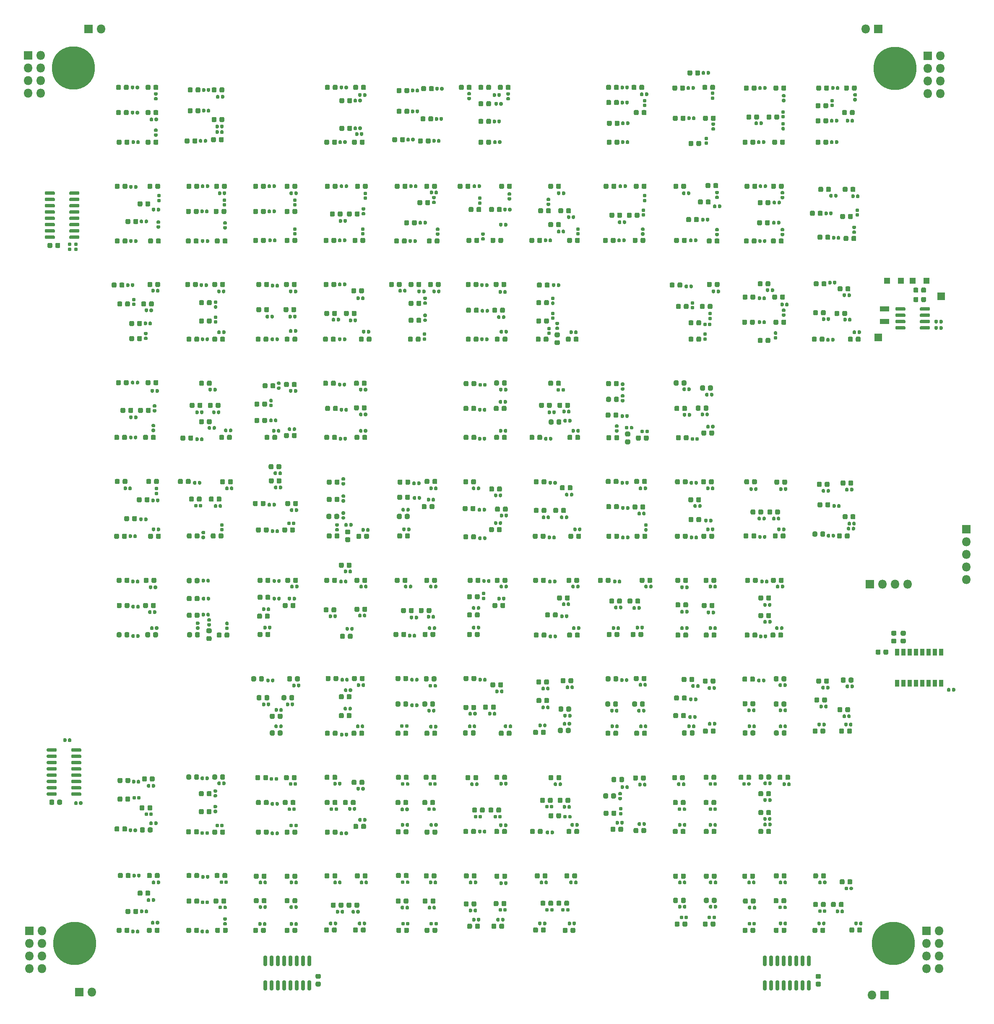
<source format=gbr>
%TF.GenerationSoftware,KiCad,Pcbnew,5.1.6-c6e7f7d~87~ubuntu18.04.1*%
%TF.CreationDate,2020-08-30T13:02:08+02:00*%
%TF.ProjectId,Elektronik,456c656b-7472-46f6-9e69-6b2e6b696361,rev?*%
%TF.SameCoordinates,Original*%
%TF.FileFunction,Soldermask,Top*%
%TF.FilePolarity,Negative*%
%FSLAX46Y46*%
G04 Gerber Fmt 4.6, Leading zero omitted, Abs format (unit mm)*
G04 Created by KiCad (PCBNEW 5.1.6-c6e7f7d~87~ubuntu18.04.1) date 2020-08-30 13:02:08*
%MOMM*%
%LPD*%
G01*
G04 APERTURE LIST*
%ADD10O,1.800000X1.800000*%
%ADD11R,1.800000X1.800000*%
%ADD12R,0.900000X1.400000*%
%ADD13R,1.900000X1.100000*%
%ADD14R,1.600000X1.600000*%
%ADD15R,1.200000X1.200000*%
%ADD16C,1.000000*%
%ADD17C,8.700000*%
G04 APERTURE END LIST*
D10*
%TO.C,J10*%
X218694000Y-133604000D03*
X216154000Y-133604000D03*
X213614000Y-133604000D03*
D11*
X211074000Y-133604000D03*
%TD*%
%TO.C,R535*%
G36*
G01*
X49185000Y-165297500D02*
X49185000Y-164902500D01*
G75*
G02*
X49357500Y-164730000I172500J0D01*
G01*
X49702500Y-164730000D01*
G75*
G02*
X49875000Y-164902500I0J-172500D01*
G01*
X49875000Y-165297500D01*
G75*
G02*
X49702500Y-165470000I-172500J0D01*
G01*
X49357500Y-165470000D01*
G75*
G02*
X49185000Y-165297500I0J172500D01*
G01*
G37*
G36*
G01*
X48215000Y-165297500D02*
X48215000Y-164902500D01*
G75*
G02*
X48387500Y-164730000I172500J0D01*
G01*
X48732500Y-164730000D01*
G75*
G02*
X48905000Y-164902500I0J-172500D01*
G01*
X48905000Y-165297500D01*
G75*
G02*
X48732500Y-165470000I-172500J0D01*
G01*
X48387500Y-165470000D01*
G75*
G02*
X48215000Y-165297500I0J172500D01*
G01*
G37*
%TD*%
%TO.C,R534*%
G36*
G01*
X51145000Y-177602500D02*
X51145000Y-177997500D01*
G75*
G02*
X50972500Y-178170000I-172500J0D01*
G01*
X50627500Y-178170000D01*
G75*
G02*
X50455000Y-177997500I0J172500D01*
G01*
X50455000Y-177602500D01*
G75*
G02*
X50627500Y-177430000I172500J0D01*
G01*
X50972500Y-177430000D01*
G75*
G02*
X51145000Y-177602500I0J-172500D01*
G01*
G37*
G36*
G01*
X52115000Y-177602500D02*
X52115000Y-177997500D01*
G75*
G02*
X51942500Y-178170000I-172500J0D01*
G01*
X51597500Y-178170000D01*
G75*
G02*
X51425000Y-177997500I0J172500D01*
G01*
X51425000Y-177602500D01*
G75*
G02*
X51597500Y-177430000I172500J0D01*
G01*
X51942500Y-177430000D01*
G75*
G02*
X52115000Y-177602500I0J-172500D01*
G01*
G37*
%TD*%
%TO.C,R533*%
G36*
G01*
X49332500Y-65695000D02*
X49727500Y-65695000D01*
G75*
G02*
X49900000Y-65867500I0J-172500D01*
G01*
X49900000Y-66212500D01*
G75*
G02*
X49727500Y-66385000I-172500J0D01*
G01*
X49332500Y-66385000D01*
G75*
G02*
X49160000Y-66212500I0J172500D01*
G01*
X49160000Y-65867500D01*
G75*
G02*
X49332500Y-65695000I172500J0D01*
G01*
G37*
G36*
G01*
X49332500Y-64725000D02*
X49727500Y-64725000D01*
G75*
G02*
X49900000Y-64897500I0J-172500D01*
G01*
X49900000Y-65242500D01*
G75*
G02*
X49727500Y-65415000I-172500J0D01*
G01*
X49332500Y-65415000D01*
G75*
G02*
X49160000Y-65242500I0J172500D01*
G01*
X49160000Y-64897500D01*
G75*
G02*
X49332500Y-64725000I172500J0D01*
G01*
G37*
%TD*%
%TO.C,R532*%
G36*
G01*
X50602500Y-65695000D02*
X50997500Y-65695000D01*
G75*
G02*
X51170000Y-65867500I0J-172500D01*
G01*
X51170000Y-66212500D01*
G75*
G02*
X50997500Y-66385000I-172500J0D01*
G01*
X50602500Y-66385000D01*
G75*
G02*
X50430000Y-66212500I0J172500D01*
G01*
X50430000Y-65867500D01*
G75*
G02*
X50602500Y-65695000I172500J0D01*
G01*
G37*
G36*
G01*
X50602500Y-64725000D02*
X50997500Y-64725000D01*
G75*
G02*
X51170000Y-64897500I0J-172500D01*
G01*
X51170000Y-65242500D01*
G75*
G02*
X50997500Y-65415000I-172500J0D01*
G01*
X50602500Y-65415000D01*
G75*
G02*
X50430000Y-65242500I0J172500D01*
G01*
X50430000Y-64897500D01*
G75*
G02*
X50602500Y-64725000I172500J0D01*
G01*
G37*
%TD*%
%TO.C,R529*%
G36*
G01*
X227620000Y-155137500D02*
X227620000Y-154742500D01*
G75*
G02*
X227792500Y-154570000I172500J0D01*
G01*
X228137500Y-154570000D01*
G75*
G02*
X228310000Y-154742500I0J-172500D01*
G01*
X228310000Y-155137500D01*
G75*
G02*
X228137500Y-155310000I-172500J0D01*
G01*
X227792500Y-155310000D01*
G75*
G02*
X227620000Y-155137500I0J172500D01*
G01*
G37*
G36*
G01*
X226650000Y-155137500D02*
X226650000Y-154742500D01*
G75*
G02*
X226822500Y-154570000I172500J0D01*
G01*
X227167500Y-154570000D01*
G75*
G02*
X227340000Y-154742500I0J-172500D01*
G01*
X227340000Y-155137500D01*
G75*
G02*
X227167500Y-155310000I-172500J0D01*
G01*
X226822500Y-155310000D01*
G75*
G02*
X226650000Y-155137500I0J172500D01*
G01*
G37*
%TD*%
D12*
%TO.C,U6*%
X216530000Y-147345000D03*
X217810000Y-147345000D03*
X219070000Y-147345000D03*
X220340000Y-147345000D03*
X221620000Y-147345000D03*
X222890000Y-147345000D03*
X224150000Y-147345000D03*
X225430000Y-147345000D03*
X225430000Y-153645000D03*
X224150000Y-153645000D03*
X222890000Y-153645000D03*
X221620000Y-153645000D03*
X220340000Y-153645000D03*
X219070000Y-153645000D03*
X217810000Y-153645000D03*
X216530000Y-153645000D03*
%TD*%
D10*
%TO.C,J9*%
X55880000Y-21590000D03*
D11*
X53340000Y-21590000D03*
%TD*%
D10*
%TO.C,J8*%
X210185000Y-21590000D03*
D11*
X212725000Y-21590000D03*
%TD*%
D10*
%TO.C,J7*%
X211455000Y-216535000D03*
D11*
X213995000Y-216535000D03*
%TD*%
D10*
%TO.C,J6*%
X53975000Y-215900000D03*
D11*
X51435000Y-215900000D03*
%TD*%
D10*
%TO.C,J5*%
X230505000Y-132715000D03*
X230505000Y-130175000D03*
X230505000Y-127635000D03*
X230505000Y-125095000D03*
D11*
X230505000Y-122555000D03*
%TD*%
%TO.C,C9*%
G36*
G01*
X216181250Y-143997500D02*
X215618750Y-143997500D01*
G75*
G02*
X215375000Y-143753750I0J243750D01*
G01*
X215375000Y-143266250D01*
G75*
G02*
X215618750Y-143022500I243750J0D01*
G01*
X216181250Y-143022500D01*
G75*
G02*
X216425000Y-143266250I0J-243750D01*
G01*
X216425000Y-143753750D01*
G75*
G02*
X216181250Y-143997500I-243750J0D01*
G01*
G37*
G36*
G01*
X216181250Y-145572500D02*
X215618750Y-145572500D01*
G75*
G02*
X215375000Y-145328750I0J243750D01*
G01*
X215375000Y-144841250D01*
G75*
G02*
X215618750Y-144597500I243750J0D01*
G01*
X216181250Y-144597500D01*
G75*
G02*
X216425000Y-144841250I0J-243750D01*
G01*
X216425000Y-145328750D01*
G75*
G02*
X216181250Y-145572500I-243750J0D01*
G01*
G37*
%TD*%
%TO.C,C8*%
G36*
G01*
X218086250Y-143997500D02*
X217523750Y-143997500D01*
G75*
G02*
X217280000Y-143753750I0J243750D01*
G01*
X217280000Y-143266250D01*
G75*
G02*
X217523750Y-143022500I243750J0D01*
G01*
X218086250Y-143022500D01*
G75*
G02*
X218330000Y-143266250I0J-243750D01*
G01*
X218330000Y-143753750D01*
G75*
G02*
X218086250Y-143997500I-243750J0D01*
G01*
G37*
G36*
G01*
X218086250Y-145572500D02*
X217523750Y-145572500D01*
G75*
G02*
X217280000Y-145328750I0J243750D01*
G01*
X217280000Y-144841250D01*
G75*
G02*
X217523750Y-144597500I243750J0D01*
G01*
X218086250Y-144597500D01*
G75*
G02*
X218330000Y-144841250I0J-243750D01*
G01*
X218330000Y-145328750D01*
G75*
G02*
X218086250Y-145572500I-243750J0D01*
G01*
G37*
%TD*%
%TO.C,C7*%
G36*
G01*
X213212500Y-147038750D02*
X213212500Y-147601250D01*
G75*
G02*
X212968750Y-147845000I-243750J0D01*
G01*
X212481250Y-147845000D01*
G75*
G02*
X212237500Y-147601250I0J243750D01*
G01*
X212237500Y-147038750D01*
G75*
G02*
X212481250Y-146795000I243750J0D01*
G01*
X212968750Y-146795000D01*
G75*
G02*
X213212500Y-147038750I0J-243750D01*
G01*
G37*
G36*
G01*
X214787500Y-147038750D02*
X214787500Y-147601250D01*
G75*
G02*
X214543750Y-147845000I-243750J0D01*
G01*
X214056250Y-147845000D01*
G75*
G02*
X213812500Y-147601250I0J243750D01*
G01*
X213812500Y-147038750D01*
G75*
G02*
X214056250Y-146795000I243750J0D01*
G01*
X214543750Y-146795000D01*
G75*
G02*
X214787500Y-147038750I0J-243750D01*
G01*
G37*
%TD*%
%TO.C,C6*%
G36*
G01*
X220832500Y-74013750D02*
X220832500Y-74576250D01*
G75*
G02*
X220588750Y-74820000I-243750J0D01*
G01*
X220101250Y-74820000D01*
G75*
G02*
X219857500Y-74576250I0J243750D01*
G01*
X219857500Y-74013750D01*
G75*
G02*
X220101250Y-73770000I243750J0D01*
G01*
X220588750Y-73770000D01*
G75*
G02*
X220832500Y-74013750I0J-243750D01*
G01*
G37*
G36*
G01*
X222407500Y-74013750D02*
X222407500Y-74576250D01*
G75*
G02*
X222163750Y-74820000I-243750J0D01*
G01*
X221676250Y-74820000D01*
G75*
G02*
X221432500Y-74576250I0J243750D01*
G01*
X221432500Y-74013750D01*
G75*
G02*
X221676250Y-73770000I243750J0D01*
G01*
X222163750Y-73770000D01*
G75*
G02*
X222407500Y-74013750I0J-243750D01*
G01*
G37*
%TD*%
D13*
%TO.C,Y1*%
X213995000Y-80605000D03*
X213995000Y-78105000D03*
%TD*%
%TO.C,U5*%
G36*
G01*
X221160000Y-78280000D02*
X221160000Y-77930000D01*
G75*
G02*
X221335000Y-77755000I175000J0D01*
G01*
X223035000Y-77755000D01*
G75*
G02*
X223210000Y-77930000I0J-175000D01*
G01*
X223210000Y-78280000D01*
G75*
G02*
X223035000Y-78455000I-175000J0D01*
G01*
X221335000Y-78455000D01*
G75*
G02*
X221160000Y-78280000I0J175000D01*
G01*
G37*
G36*
G01*
X221160000Y-79550000D02*
X221160000Y-79200000D01*
G75*
G02*
X221335000Y-79025000I175000J0D01*
G01*
X223035000Y-79025000D01*
G75*
G02*
X223210000Y-79200000I0J-175000D01*
G01*
X223210000Y-79550000D01*
G75*
G02*
X223035000Y-79725000I-175000J0D01*
G01*
X221335000Y-79725000D01*
G75*
G02*
X221160000Y-79550000I0J175000D01*
G01*
G37*
G36*
G01*
X221160000Y-80820000D02*
X221160000Y-80470000D01*
G75*
G02*
X221335000Y-80295000I175000J0D01*
G01*
X223035000Y-80295000D01*
G75*
G02*
X223210000Y-80470000I0J-175000D01*
G01*
X223210000Y-80820000D01*
G75*
G02*
X223035000Y-80995000I-175000J0D01*
G01*
X221335000Y-80995000D01*
G75*
G02*
X221160000Y-80820000I0J175000D01*
G01*
G37*
G36*
G01*
X221160000Y-82090000D02*
X221160000Y-81740000D01*
G75*
G02*
X221335000Y-81565000I175000J0D01*
G01*
X223035000Y-81565000D01*
G75*
G02*
X223210000Y-81740000I0J-175000D01*
G01*
X223210000Y-82090000D01*
G75*
G02*
X223035000Y-82265000I-175000J0D01*
G01*
X221335000Y-82265000D01*
G75*
G02*
X221160000Y-82090000I0J175000D01*
G01*
G37*
G36*
G01*
X216210000Y-82090000D02*
X216210000Y-81740000D01*
G75*
G02*
X216385000Y-81565000I175000J0D01*
G01*
X218085000Y-81565000D01*
G75*
G02*
X218260000Y-81740000I0J-175000D01*
G01*
X218260000Y-82090000D01*
G75*
G02*
X218085000Y-82265000I-175000J0D01*
G01*
X216385000Y-82265000D01*
G75*
G02*
X216210000Y-82090000I0J175000D01*
G01*
G37*
G36*
G01*
X216210000Y-80820000D02*
X216210000Y-80470000D01*
G75*
G02*
X216385000Y-80295000I175000J0D01*
G01*
X218085000Y-80295000D01*
G75*
G02*
X218260000Y-80470000I0J-175000D01*
G01*
X218260000Y-80820000D01*
G75*
G02*
X218085000Y-80995000I-175000J0D01*
G01*
X216385000Y-80995000D01*
G75*
G02*
X216210000Y-80820000I0J175000D01*
G01*
G37*
G36*
G01*
X216210000Y-79550000D02*
X216210000Y-79200000D01*
G75*
G02*
X216385000Y-79025000I175000J0D01*
G01*
X218085000Y-79025000D01*
G75*
G02*
X218260000Y-79200000I0J-175000D01*
G01*
X218260000Y-79550000D01*
G75*
G02*
X218085000Y-79725000I-175000J0D01*
G01*
X216385000Y-79725000D01*
G75*
G02*
X216210000Y-79550000I0J175000D01*
G01*
G37*
G36*
G01*
X216210000Y-78280000D02*
X216210000Y-77930000D01*
G75*
G02*
X216385000Y-77755000I175000J0D01*
G01*
X218085000Y-77755000D01*
G75*
G02*
X218260000Y-77930000I0J-175000D01*
G01*
X218260000Y-78280000D01*
G75*
G02*
X218085000Y-78455000I-175000J0D01*
G01*
X216385000Y-78455000D01*
G75*
G02*
X216210000Y-78280000I0J175000D01*
G01*
G37*
%TD*%
D14*
%TO.C,TP2*%
X212725000Y-83820000D03*
%TD*%
%TO.C,TP1*%
X225425000Y-75565000D03*
%TD*%
%TO.C,R531*%
G36*
G01*
X225080000Y-82112500D02*
X225080000Y-81717500D01*
G75*
G02*
X225252500Y-81545000I172500J0D01*
G01*
X225597500Y-81545000D01*
G75*
G02*
X225770000Y-81717500I0J-172500D01*
G01*
X225770000Y-82112500D01*
G75*
G02*
X225597500Y-82285000I-172500J0D01*
G01*
X225252500Y-82285000D01*
G75*
G02*
X225080000Y-82112500I0J172500D01*
G01*
G37*
G36*
G01*
X224110000Y-82112500D02*
X224110000Y-81717500D01*
G75*
G02*
X224282500Y-81545000I172500J0D01*
G01*
X224627500Y-81545000D01*
G75*
G02*
X224800000Y-81717500I0J-172500D01*
G01*
X224800000Y-82112500D01*
G75*
G02*
X224627500Y-82285000I-172500J0D01*
G01*
X224282500Y-82285000D01*
G75*
G02*
X224110000Y-82112500I0J172500D01*
G01*
G37*
%TD*%
%TO.C,R530*%
G36*
G01*
X225080000Y-80842500D02*
X225080000Y-80447500D01*
G75*
G02*
X225252500Y-80275000I172500J0D01*
G01*
X225597500Y-80275000D01*
G75*
G02*
X225770000Y-80447500I0J-172500D01*
G01*
X225770000Y-80842500D01*
G75*
G02*
X225597500Y-81015000I-172500J0D01*
G01*
X225252500Y-81015000D01*
G75*
G02*
X225080000Y-80842500I0J172500D01*
G01*
G37*
G36*
G01*
X224110000Y-80842500D02*
X224110000Y-80447500D01*
G75*
G02*
X224282500Y-80275000I172500J0D01*
G01*
X224627500Y-80275000D01*
G75*
G02*
X224800000Y-80447500I0J-172500D01*
G01*
X224800000Y-80842500D01*
G75*
G02*
X224627500Y-81015000I-172500J0D01*
G01*
X224282500Y-81015000D01*
G75*
G02*
X224110000Y-80842500I0J172500D01*
G01*
G37*
%TD*%
D15*
%TO.C,D531*%
X214500000Y-72390000D03*
X217300000Y-72390000D03*
%TD*%
%TO.C,D530*%
X222510000Y-72390000D03*
X219710000Y-72390000D03*
%TD*%
%TO.C,C5*%
G36*
G01*
X220832500Y-75918750D02*
X220832500Y-76481250D01*
G75*
G02*
X220588750Y-76725000I-243750J0D01*
G01*
X220101250Y-76725000D01*
G75*
G02*
X219857500Y-76481250I0J243750D01*
G01*
X219857500Y-75918750D01*
G75*
G02*
X220101250Y-75675000I243750J0D01*
G01*
X220588750Y-75675000D01*
G75*
G02*
X220832500Y-75918750I0J-243750D01*
G01*
G37*
G36*
G01*
X222407500Y-75918750D02*
X222407500Y-76481250D01*
G75*
G02*
X222163750Y-76725000I-243750J0D01*
G01*
X221676250Y-76725000D01*
G75*
G02*
X221432500Y-76481250I0J243750D01*
G01*
X221432500Y-75918750D01*
G75*
G02*
X221676250Y-75675000I243750J0D01*
G01*
X222163750Y-75675000D01*
G75*
G02*
X222407500Y-75918750I0J-243750D01*
G01*
G37*
%TD*%
%TO.C,R408*%
G36*
G01*
X206855500Y-162122500D02*
X206855500Y-161727500D01*
G75*
G02*
X207028000Y-161555000I172500J0D01*
G01*
X207373000Y-161555000D01*
G75*
G02*
X207545500Y-161727500I0J-172500D01*
G01*
X207545500Y-162122500D01*
G75*
G02*
X207373000Y-162295000I-172500J0D01*
G01*
X207028000Y-162295000D01*
G75*
G02*
X206855500Y-162122500I0J172500D01*
G01*
G37*
G36*
G01*
X205885500Y-162122500D02*
X205885500Y-161727500D01*
G75*
G02*
X206058000Y-161555000I172500J0D01*
G01*
X206403000Y-161555000D01*
G75*
G02*
X206575500Y-161727500I0J-172500D01*
G01*
X206575500Y-162122500D01*
G75*
G02*
X206403000Y-162295000I-172500J0D01*
G01*
X206058000Y-162295000D01*
G75*
G02*
X205885500Y-162122500I0J172500D01*
G01*
G37*
%TD*%
%TO.C,R407*%
G36*
G01*
X206515000Y-160471500D02*
X206515000Y-160076500D01*
G75*
G02*
X206687500Y-159904000I172500J0D01*
G01*
X207032500Y-159904000D01*
G75*
G02*
X207205000Y-160076500I0J-172500D01*
G01*
X207205000Y-160471500D01*
G75*
G02*
X207032500Y-160644000I-172500J0D01*
G01*
X206687500Y-160644000D01*
G75*
G02*
X206515000Y-160471500I0J172500D01*
G01*
G37*
G36*
G01*
X205545000Y-160471500D02*
X205545000Y-160076500D01*
G75*
G02*
X205717500Y-159904000I172500J0D01*
G01*
X206062500Y-159904000D01*
G75*
G02*
X206235000Y-160076500I0J-172500D01*
G01*
X206235000Y-160471500D01*
G75*
G02*
X206062500Y-160644000I-172500J0D01*
G01*
X205717500Y-160644000D01*
G75*
G02*
X205545000Y-160471500I0J172500D01*
G01*
G37*
%TD*%
%TO.C,R406*%
G36*
G01*
X201458000Y-162122500D02*
X201458000Y-161727500D01*
G75*
G02*
X201630500Y-161555000I172500J0D01*
G01*
X201975500Y-161555000D01*
G75*
G02*
X202148000Y-161727500I0J-172500D01*
G01*
X202148000Y-162122500D01*
G75*
G02*
X201975500Y-162295000I-172500J0D01*
G01*
X201630500Y-162295000D01*
G75*
G02*
X201458000Y-162122500I0J172500D01*
G01*
G37*
G36*
G01*
X200488000Y-162122500D02*
X200488000Y-161727500D01*
G75*
G02*
X200660500Y-161555000I172500J0D01*
G01*
X201005500Y-161555000D01*
G75*
G02*
X201178000Y-161727500I0J-172500D01*
G01*
X201178000Y-162122500D01*
G75*
G02*
X201005500Y-162295000I-172500J0D01*
G01*
X200660500Y-162295000D01*
G75*
G02*
X200488000Y-162122500I0J172500D01*
G01*
G37*
%TD*%
%TO.C,R405*%
G36*
G01*
X207150000Y-154439000D02*
X207150000Y-154044000D01*
G75*
G02*
X207322500Y-153871500I172500J0D01*
G01*
X207667500Y-153871500D01*
G75*
G02*
X207840000Y-154044000I0J-172500D01*
G01*
X207840000Y-154439000D01*
G75*
G02*
X207667500Y-154611500I-172500J0D01*
G01*
X207322500Y-154611500D01*
G75*
G02*
X207150000Y-154439000I0J172500D01*
G01*
G37*
G36*
G01*
X206180000Y-154439000D02*
X206180000Y-154044000D01*
G75*
G02*
X206352500Y-153871500I172500J0D01*
G01*
X206697500Y-153871500D01*
G75*
G02*
X206870000Y-154044000I0J-172500D01*
G01*
X206870000Y-154439000D01*
G75*
G02*
X206697500Y-154611500I-172500J0D01*
G01*
X206352500Y-154611500D01*
G75*
G02*
X206180000Y-154439000I0J172500D01*
G01*
G37*
%TD*%
%TO.C,R404*%
G36*
G01*
X201856500Y-158503000D02*
X201856500Y-158108000D01*
G75*
G02*
X202029000Y-157935500I172500J0D01*
G01*
X202374000Y-157935500D01*
G75*
G02*
X202546500Y-158108000I0J-172500D01*
G01*
X202546500Y-158503000D01*
G75*
G02*
X202374000Y-158675500I-172500J0D01*
G01*
X202029000Y-158675500D01*
G75*
G02*
X201856500Y-158503000I0J172500D01*
G01*
G37*
G36*
G01*
X200886500Y-158503000D02*
X200886500Y-158108000D01*
G75*
G02*
X201059000Y-157935500I172500J0D01*
G01*
X201404000Y-157935500D01*
G75*
G02*
X201576500Y-158108000I0J-172500D01*
G01*
X201576500Y-158503000D01*
G75*
G02*
X201404000Y-158675500I-172500J0D01*
G01*
X201059000Y-158675500D01*
G75*
G02*
X200886500Y-158503000I0J172500D01*
G01*
G37*
%TD*%
%TO.C,R403*%
G36*
G01*
X202220000Y-154693000D02*
X202220000Y-154298000D01*
G75*
G02*
X202392500Y-154125500I172500J0D01*
G01*
X202737500Y-154125500D01*
G75*
G02*
X202910000Y-154298000I0J-172500D01*
G01*
X202910000Y-154693000D01*
G75*
G02*
X202737500Y-154865500I-172500J0D01*
G01*
X202392500Y-154865500D01*
G75*
G02*
X202220000Y-154693000I0J172500D01*
G01*
G37*
G36*
G01*
X201250000Y-154693000D02*
X201250000Y-154298000D01*
G75*
G02*
X201422500Y-154125500I172500J0D01*
G01*
X201767500Y-154125500D01*
G75*
G02*
X201940000Y-154298000I0J-172500D01*
G01*
X201940000Y-154693000D01*
G75*
G02*
X201767500Y-154865500I-172500J0D01*
G01*
X201422500Y-154865500D01*
G75*
G02*
X201250000Y-154693000I0J172500D01*
G01*
G37*
%TD*%
%TO.C,D408*%
G36*
G01*
X206459000Y-163539750D02*
X206459000Y-162977250D01*
G75*
G02*
X206702750Y-162733500I243750J0D01*
G01*
X207190250Y-162733500D01*
G75*
G02*
X207434000Y-162977250I0J-243750D01*
G01*
X207434000Y-163539750D01*
G75*
G02*
X207190250Y-163783500I-243750J0D01*
G01*
X206702750Y-163783500D01*
G75*
G02*
X206459000Y-163539750I0J243750D01*
G01*
G37*
G36*
G01*
X204884000Y-163539750D02*
X204884000Y-162977250D01*
G75*
G02*
X205127750Y-162733500I243750J0D01*
G01*
X205615250Y-162733500D01*
G75*
G02*
X205859000Y-162977250I0J-243750D01*
G01*
X205859000Y-163539750D01*
G75*
G02*
X205615250Y-163783500I-243750J0D01*
G01*
X205127750Y-163783500D01*
G75*
G02*
X204884000Y-163539750I0J243750D01*
G01*
G37*
%TD*%
%TO.C,D407*%
G36*
G01*
X206103500Y-159221750D02*
X206103500Y-158659250D01*
G75*
G02*
X206347250Y-158415500I243750J0D01*
G01*
X206834750Y-158415500D01*
G75*
G02*
X207078500Y-158659250I0J-243750D01*
G01*
X207078500Y-159221750D01*
G75*
G02*
X206834750Y-159465500I-243750J0D01*
G01*
X206347250Y-159465500D01*
G75*
G02*
X206103500Y-159221750I0J243750D01*
G01*
G37*
G36*
G01*
X204528500Y-159221750D02*
X204528500Y-158659250D01*
G75*
G02*
X204772250Y-158415500I243750J0D01*
G01*
X205259750Y-158415500D01*
G75*
G02*
X205503500Y-158659250I0J-243750D01*
G01*
X205503500Y-159221750D01*
G75*
G02*
X205259750Y-159465500I-243750J0D01*
G01*
X204772250Y-159465500D01*
G75*
G02*
X204528500Y-159221750I0J243750D01*
G01*
G37*
%TD*%
%TO.C,D406*%
G36*
G01*
X201087000Y-163539750D02*
X201087000Y-162977250D01*
G75*
G02*
X201330750Y-162733500I243750J0D01*
G01*
X201818250Y-162733500D01*
G75*
G02*
X202062000Y-162977250I0J-243750D01*
G01*
X202062000Y-163539750D01*
G75*
G02*
X201818250Y-163783500I-243750J0D01*
G01*
X201330750Y-163783500D01*
G75*
G02*
X201087000Y-163539750I0J243750D01*
G01*
G37*
G36*
G01*
X199512000Y-163539750D02*
X199512000Y-162977250D01*
G75*
G02*
X199755750Y-162733500I243750J0D01*
G01*
X200243250Y-162733500D01*
G75*
G02*
X200487000Y-162977250I0J-243750D01*
G01*
X200487000Y-163539750D01*
G75*
G02*
X200243250Y-163783500I-243750J0D01*
G01*
X199755750Y-163783500D01*
G75*
G02*
X199512000Y-163539750I0J243750D01*
G01*
G37*
%TD*%
%TO.C,D405*%
G36*
G01*
X206776500Y-153252750D02*
X206776500Y-152690250D01*
G75*
G02*
X207020250Y-152446500I243750J0D01*
G01*
X207507750Y-152446500D01*
G75*
G02*
X207751500Y-152690250I0J-243750D01*
G01*
X207751500Y-153252750D01*
G75*
G02*
X207507750Y-153496500I-243750J0D01*
G01*
X207020250Y-153496500D01*
G75*
G02*
X206776500Y-153252750I0J243750D01*
G01*
G37*
G36*
G01*
X205201500Y-153252750D02*
X205201500Y-152690250D01*
G75*
G02*
X205445250Y-152446500I243750J0D01*
G01*
X205932750Y-152446500D01*
G75*
G02*
X206176500Y-152690250I0J-243750D01*
G01*
X206176500Y-153252750D01*
G75*
G02*
X205932750Y-153496500I-243750J0D01*
G01*
X205445250Y-153496500D01*
G75*
G02*
X205201500Y-153252750I0J243750D01*
G01*
G37*
%TD*%
%TO.C,D404*%
G36*
G01*
X201442500Y-157253250D02*
X201442500Y-156690750D01*
G75*
G02*
X201686250Y-156447000I243750J0D01*
G01*
X202173750Y-156447000D01*
G75*
G02*
X202417500Y-156690750I0J-243750D01*
G01*
X202417500Y-157253250D01*
G75*
G02*
X202173750Y-157497000I-243750J0D01*
G01*
X201686250Y-157497000D01*
G75*
G02*
X201442500Y-157253250I0J243750D01*
G01*
G37*
G36*
G01*
X199867500Y-157253250D02*
X199867500Y-156690750D01*
G75*
G02*
X200111250Y-156447000I243750J0D01*
G01*
X200598750Y-156447000D01*
G75*
G02*
X200842500Y-156690750I0J-243750D01*
G01*
X200842500Y-157253250D01*
G75*
G02*
X200598750Y-157497000I-243750J0D01*
G01*
X200111250Y-157497000D01*
G75*
G02*
X199867500Y-157253250I0J243750D01*
G01*
G37*
%TD*%
%TO.C,D403*%
G36*
G01*
X201823500Y-153443250D02*
X201823500Y-152880750D01*
G75*
G02*
X202067250Y-152637000I243750J0D01*
G01*
X202554750Y-152637000D01*
G75*
G02*
X202798500Y-152880750I0J-243750D01*
G01*
X202798500Y-153443250D01*
G75*
G02*
X202554750Y-153687000I-243750J0D01*
G01*
X202067250Y-153687000D01*
G75*
G02*
X201823500Y-153443250I0J243750D01*
G01*
G37*
G36*
G01*
X200248500Y-153443250D02*
X200248500Y-152880750D01*
G75*
G02*
X200492250Y-152637000I243750J0D01*
G01*
X200979750Y-152637000D01*
G75*
G02*
X201223500Y-152880750I0J-243750D01*
G01*
X201223500Y-153443250D01*
G75*
G02*
X200979750Y-153687000I-243750J0D01*
G01*
X200492250Y-153687000D01*
G75*
G02*
X200248500Y-153443250I0J243750D01*
G01*
G37*
%TD*%
%TO.C,R528*%
G36*
G01*
X204861000Y-199446500D02*
X204861000Y-199841500D01*
G75*
G02*
X204688500Y-200014000I-172500J0D01*
G01*
X204343500Y-200014000D01*
G75*
G02*
X204171000Y-199841500I0J172500D01*
G01*
X204171000Y-199446500D01*
G75*
G02*
X204343500Y-199274000I172500J0D01*
G01*
X204688500Y-199274000D01*
G75*
G02*
X204861000Y-199446500I0J-172500D01*
G01*
G37*
G36*
G01*
X205831000Y-199446500D02*
X205831000Y-199841500D01*
G75*
G02*
X205658500Y-200014000I-172500J0D01*
G01*
X205313500Y-200014000D01*
G75*
G02*
X205141000Y-199841500I0J172500D01*
G01*
X205141000Y-199446500D01*
G75*
G02*
X205313500Y-199274000I172500J0D01*
G01*
X205658500Y-199274000D01*
G75*
G02*
X205831000Y-199446500I0J-172500D01*
G01*
G37*
%TD*%
%TO.C,R527*%
G36*
G01*
X208607500Y-201859500D02*
X208607500Y-202254500D01*
G75*
G02*
X208435000Y-202427000I-172500J0D01*
G01*
X208090000Y-202427000D01*
G75*
G02*
X207917500Y-202254500I0J172500D01*
G01*
X207917500Y-201859500D01*
G75*
G02*
X208090000Y-201687000I172500J0D01*
G01*
X208435000Y-201687000D01*
G75*
G02*
X208607500Y-201859500I0J-172500D01*
G01*
G37*
G36*
G01*
X209577500Y-201859500D02*
X209577500Y-202254500D01*
G75*
G02*
X209405000Y-202427000I-172500J0D01*
G01*
X209060000Y-202427000D01*
G75*
G02*
X208887500Y-202254500I0J172500D01*
G01*
X208887500Y-201859500D01*
G75*
G02*
X209060000Y-201687000I172500J0D01*
G01*
X209405000Y-201687000D01*
G75*
G02*
X209577500Y-201859500I0J-172500D01*
G01*
G37*
%TD*%
%TO.C,R526*%
G36*
G01*
X201155000Y-201859500D02*
X201155000Y-202254500D01*
G75*
G02*
X200982500Y-202427000I-172500J0D01*
G01*
X200637500Y-202427000D01*
G75*
G02*
X200465000Y-202254500I0J172500D01*
G01*
X200465000Y-201859500D01*
G75*
G02*
X200637500Y-201687000I172500J0D01*
G01*
X200982500Y-201687000D01*
G75*
G02*
X201155000Y-201859500I0J-172500D01*
G01*
G37*
G36*
G01*
X202125000Y-201859500D02*
X202125000Y-202254500D01*
G75*
G02*
X201952500Y-202427000I-172500J0D01*
G01*
X201607500Y-202427000D01*
G75*
G02*
X201435000Y-202254500I0J172500D01*
G01*
X201435000Y-201859500D01*
G75*
G02*
X201607500Y-201687000I172500J0D01*
G01*
X201952500Y-201687000D01*
G75*
G02*
X202125000Y-201859500I0J-172500D01*
G01*
G37*
%TD*%
%TO.C,R525*%
G36*
G01*
X206679500Y-194811000D02*
X206679500Y-195206000D01*
G75*
G02*
X206507000Y-195378500I-172500J0D01*
G01*
X206162000Y-195378500D01*
G75*
G02*
X205989500Y-195206000I0J172500D01*
G01*
X205989500Y-194811000D01*
G75*
G02*
X206162000Y-194638500I172500J0D01*
G01*
X206507000Y-194638500D01*
G75*
G02*
X206679500Y-194811000I0J-172500D01*
G01*
G37*
G36*
G01*
X207649500Y-194811000D02*
X207649500Y-195206000D01*
G75*
G02*
X207477000Y-195378500I-172500J0D01*
G01*
X207132000Y-195378500D01*
G75*
G02*
X206959500Y-195206000I0J172500D01*
G01*
X206959500Y-194811000D01*
G75*
G02*
X207132000Y-194638500I172500J0D01*
G01*
X207477000Y-194638500D01*
G75*
G02*
X207649500Y-194811000I0J-172500D01*
G01*
G37*
%TD*%
%TO.C,R524*%
G36*
G01*
X201305000Y-199383000D02*
X201305000Y-199778000D01*
G75*
G02*
X201132500Y-199950500I-172500J0D01*
G01*
X200787500Y-199950500D01*
G75*
G02*
X200615000Y-199778000I0J172500D01*
G01*
X200615000Y-199383000D01*
G75*
G02*
X200787500Y-199210500I172500J0D01*
G01*
X201132500Y-199210500D01*
G75*
G02*
X201305000Y-199383000I0J-172500D01*
G01*
G37*
G36*
G01*
X202275000Y-199383000D02*
X202275000Y-199778000D01*
G75*
G02*
X202102500Y-199950500I-172500J0D01*
G01*
X201757500Y-199950500D01*
G75*
G02*
X201585000Y-199778000I0J172500D01*
G01*
X201585000Y-199383000D01*
G75*
G02*
X201757500Y-199210500I172500J0D01*
G01*
X202102500Y-199210500D01*
G75*
G02*
X202275000Y-199383000I0J-172500D01*
G01*
G37*
%TD*%
%TO.C,R523*%
G36*
G01*
X201345500Y-193604500D02*
X201345500Y-193999500D01*
G75*
G02*
X201173000Y-194172000I-172500J0D01*
G01*
X200828000Y-194172000D01*
G75*
G02*
X200655500Y-193999500I0J172500D01*
G01*
X200655500Y-193604500D01*
G75*
G02*
X200828000Y-193432000I172500J0D01*
G01*
X201173000Y-193432000D01*
G75*
G02*
X201345500Y-193604500I0J-172500D01*
G01*
G37*
G36*
G01*
X202315500Y-193604500D02*
X202315500Y-193999500D01*
G75*
G02*
X202143000Y-194172000I-172500J0D01*
G01*
X201798000Y-194172000D01*
G75*
G02*
X201625500Y-193999500I0J172500D01*
G01*
X201625500Y-193604500D01*
G75*
G02*
X201798000Y-193432000I172500J0D01*
G01*
X202143000Y-193432000D01*
G75*
G02*
X202315500Y-193604500I0J-172500D01*
G01*
G37*
%TD*%
%TO.C,R522*%
G36*
G01*
X193304000Y-198621000D02*
X193304000Y-199016000D01*
G75*
G02*
X193131500Y-199188500I-172500J0D01*
G01*
X192786500Y-199188500D01*
G75*
G02*
X192614000Y-199016000I0J172500D01*
G01*
X192614000Y-198621000D01*
G75*
G02*
X192786500Y-198448500I172500J0D01*
G01*
X193131500Y-198448500D01*
G75*
G02*
X193304000Y-198621000I0J-172500D01*
G01*
G37*
G36*
G01*
X194274000Y-198621000D02*
X194274000Y-199016000D01*
G75*
G02*
X194101500Y-199188500I-172500J0D01*
G01*
X193756500Y-199188500D01*
G75*
G02*
X193584000Y-199016000I0J172500D01*
G01*
X193584000Y-198621000D01*
G75*
G02*
X193756500Y-198448500I172500J0D01*
G01*
X194101500Y-198448500D01*
G75*
G02*
X194274000Y-198621000I0J-172500D01*
G01*
G37*
%TD*%
%TO.C,R521*%
G36*
G01*
X193367500Y-201859500D02*
X193367500Y-202254500D01*
G75*
G02*
X193195000Y-202427000I-172500J0D01*
G01*
X192850000Y-202427000D01*
G75*
G02*
X192677500Y-202254500I0J172500D01*
G01*
X192677500Y-201859500D01*
G75*
G02*
X192850000Y-201687000I172500J0D01*
G01*
X193195000Y-201687000D01*
G75*
G02*
X193367500Y-201859500I0J-172500D01*
G01*
G37*
G36*
G01*
X194337500Y-201859500D02*
X194337500Y-202254500D01*
G75*
G02*
X194165000Y-202427000I-172500J0D01*
G01*
X193820000Y-202427000D01*
G75*
G02*
X193647500Y-202254500I0J172500D01*
G01*
X193647500Y-201859500D01*
G75*
G02*
X193820000Y-201687000I172500J0D01*
G01*
X194165000Y-201687000D01*
G75*
G02*
X194337500Y-201859500I0J-172500D01*
G01*
G37*
%TD*%
%TO.C,R520*%
G36*
G01*
X187081000Y-201923000D02*
X187081000Y-202318000D01*
G75*
G02*
X186908500Y-202490500I-172500J0D01*
G01*
X186563500Y-202490500D01*
G75*
G02*
X186391000Y-202318000I0J172500D01*
G01*
X186391000Y-201923000D01*
G75*
G02*
X186563500Y-201750500I172500J0D01*
G01*
X186908500Y-201750500D01*
G75*
G02*
X187081000Y-201923000I0J-172500D01*
G01*
G37*
G36*
G01*
X188051000Y-201923000D02*
X188051000Y-202318000D01*
G75*
G02*
X187878500Y-202490500I-172500J0D01*
G01*
X187533500Y-202490500D01*
G75*
G02*
X187361000Y-202318000I0J172500D01*
G01*
X187361000Y-201923000D01*
G75*
G02*
X187533500Y-201750500I172500J0D01*
G01*
X187878500Y-201750500D01*
G75*
G02*
X188051000Y-201923000I0J-172500D01*
G01*
G37*
%TD*%
%TO.C,R519*%
G36*
G01*
X193367500Y-193604500D02*
X193367500Y-193999500D01*
G75*
G02*
X193195000Y-194172000I-172500J0D01*
G01*
X192850000Y-194172000D01*
G75*
G02*
X192677500Y-193999500I0J172500D01*
G01*
X192677500Y-193604500D01*
G75*
G02*
X192850000Y-193432000I172500J0D01*
G01*
X193195000Y-193432000D01*
G75*
G02*
X193367500Y-193604500I0J-172500D01*
G01*
G37*
G36*
G01*
X194337500Y-193604500D02*
X194337500Y-193999500D01*
G75*
G02*
X194165000Y-194172000I-172500J0D01*
G01*
X193820000Y-194172000D01*
G75*
G02*
X193647500Y-193999500I0J172500D01*
G01*
X193647500Y-193604500D01*
G75*
G02*
X193820000Y-193432000I172500J0D01*
G01*
X194165000Y-193432000D01*
G75*
G02*
X194337500Y-193604500I0J-172500D01*
G01*
G37*
%TD*%
%TO.C,R518*%
G36*
G01*
X187144500Y-198684500D02*
X187144500Y-199079500D01*
G75*
G02*
X186972000Y-199252000I-172500J0D01*
G01*
X186627000Y-199252000D01*
G75*
G02*
X186454500Y-199079500I0J172500D01*
G01*
X186454500Y-198684500D01*
G75*
G02*
X186627000Y-198512000I172500J0D01*
G01*
X186972000Y-198512000D01*
G75*
G02*
X187144500Y-198684500I0J-172500D01*
G01*
G37*
G36*
G01*
X188114500Y-198684500D02*
X188114500Y-199079500D01*
G75*
G02*
X187942000Y-199252000I-172500J0D01*
G01*
X187597000Y-199252000D01*
G75*
G02*
X187424500Y-199079500I0J172500D01*
G01*
X187424500Y-198684500D01*
G75*
G02*
X187597000Y-198512000I172500J0D01*
G01*
X187942000Y-198512000D01*
G75*
G02*
X188114500Y-198684500I0J-172500D01*
G01*
G37*
%TD*%
%TO.C,R517*%
G36*
G01*
X187017500Y-193604500D02*
X187017500Y-193999500D01*
G75*
G02*
X186845000Y-194172000I-172500J0D01*
G01*
X186500000Y-194172000D01*
G75*
G02*
X186327500Y-193999500I0J172500D01*
G01*
X186327500Y-193604500D01*
G75*
G02*
X186500000Y-193432000I172500J0D01*
G01*
X186845000Y-193432000D01*
G75*
G02*
X187017500Y-193604500I0J-172500D01*
G01*
G37*
G36*
G01*
X187987500Y-193604500D02*
X187987500Y-193999500D01*
G75*
G02*
X187815000Y-194172000I-172500J0D01*
G01*
X187470000Y-194172000D01*
G75*
G02*
X187297500Y-193999500I0J172500D01*
G01*
X187297500Y-193604500D01*
G75*
G02*
X187470000Y-193432000I172500J0D01*
G01*
X187815000Y-193432000D01*
G75*
G02*
X187987500Y-193604500I0J-172500D01*
G01*
G37*
%TD*%
%TO.C,R516*%
G36*
G01*
X179016500Y-200653000D02*
X179016500Y-201048000D01*
G75*
G02*
X178844000Y-201220500I-172500J0D01*
G01*
X178499000Y-201220500D01*
G75*
G02*
X178326500Y-201048000I0J172500D01*
G01*
X178326500Y-200653000D01*
G75*
G02*
X178499000Y-200480500I172500J0D01*
G01*
X178844000Y-200480500D01*
G75*
G02*
X179016500Y-200653000I0J-172500D01*
G01*
G37*
G36*
G01*
X179986500Y-200653000D02*
X179986500Y-201048000D01*
G75*
G02*
X179814000Y-201220500I-172500J0D01*
G01*
X179469000Y-201220500D01*
G75*
G02*
X179296500Y-201048000I0J172500D01*
G01*
X179296500Y-200653000D01*
G75*
G02*
X179469000Y-200480500I172500J0D01*
G01*
X179814000Y-200480500D01*
G75*
G02*
X179986500Y-200653000I0J-172500D01*
G01*
G37*
%TD*%
%TO.C,R515*%
G36*
G01*
X173047500Y-193604500D02*
X173047500Y-193999500D01*
G75*
G02*
X172875000Y-194172000I-172500J0D01*
G01*
X172530000Y-194172000D01*
G75*
G02*
X172357500Y-193999500I0J172500D01*
G01*
X172357500Y-193604500D01*
G75*
G02*
X172530000Y-193432000I172500J0D01*
G01*
X172875000Y-193432000D01*
G75*
G02*
X173047500Y-193604500I0J-172500D01*
G01*
G37*
G36*
G01*
X174017500Y-193604500D02*
X174017500Y-193999500D01*
G75*
G02*
X173845000Y-194172000I-172500J0D01*
G01*
X173500000Y-194172000D01*
G75*
G02*
X173327500Y-193999500I0J172500D01*
G01*
X173327500Y-193604500D01*
G75*
G02*
X173500000Y-193432000I172500J0D01*
G01*
X173845000Y-193432000D01*
G75*
G02*
X174017500Y-193604500I0J-172500D01*
G01*
G37*
%TD*%
%TO.C,R514*%
G36*
G01*
X173365000Y-200653000D02*
X173365000Y-201048000D01*
G75*
G02*
X173192500Y-201220500I-172500J0D01*
G01*
X172847500Y-201220500D01*
G75*
G02*
X172675000Y-201048000I0J172500D01*
G01*
X172675000Y-200653000D01*
G75*
G02*
X172847500Y-200480500I172500J0D01*
G01*
X173192500Y-200480500D01*
G75*
G02*
X173365000Y-200653000I0J-172500D01*
G01*
G37*
G36*
G01*
X174335000Y-200653000D02*
X174335000Y-201048000D01*
G75*
G02*
X174162500Y-201220500I-172500J0D01*
G01*
X173817500Y-201220500D01*
G75*
G02*
X173645000Y-201048000I0J172500D01*
G01*
X173645000Y-200653000D01*
G75*
G02*
X173817500Y-200480500I172500J0D01*
G01*
X174162500Y-200480500D01*
G75*
G02*
X174335000Y-200653000I0J-172500D01*
G01*
G37*
%TD*%
%TO.C,R513*%
G36*
G01*
X179270500Y-193604500D02*
X179270500Y-193999500D01*
G75*
G02*
X179098000Y-194172000I-172500J0D01*
G01*
X178753000Y-194172000D01*
G75*
G02*
X178580500Y-193999500I0J172500D01*
G01*
X178580500Y-193604500D01*
G75*
G02*
X178753000Y-193432000I172500J0D01*
G01*
X179098000Y-193432000D01*
G75*
G02*
X179270500Y-193604500I0J-172500D01*
G01*
G37*
G36*
G01*
X180240500Y-193604500D02*
X180240500Y-193999500D01*
G75*
G02*
X180068000Y-194172000I-172500J0D01*
G01*
X179723000Y-194172000D01*
G75*
G02*
X179550500Y-193999500I0J172500D01*
G01*
X179550500Y-193604500D01*
G75*
G02*
X179723000Y-193432000I172500J0D01*
G01*
X180068000Y-193432000D01*
G75*
G02*
X180240500Y-193604500I0J-172500D01*
G01*
G37*
%TD*%
%TO.C,R512*%
G36*
G01*
X173047500Y-198494000D02*
X173047500Y-198889000D01*
G75*
G02*
X172875000Y-199061500I-172500J0D01*
G01*
X172530000Y-199061500D01*
G75*
G02*
X172357500Y-198889000I0J172500D01*
G01*
X172357500Y-198494000D01*
G75*
G02*
X172530000Y-198321500I172500J0D01*
G01*
X172875000Y-198321500D01*
G75*
G02*
X173047500Y-198494000I0J-172500D01*
G01*
G37*
G36*
G01*
X174017500Y-198494000D02*
X174017500Y-198889000D01*
G75*
G02*
X173845000Y-199061500I-172500J0D01*
G01*
X173500000Y-199061500D01*
G75*
G02*
X173327500Y-198889000I0J172500D01*
G01*
X173327500Y-198494000D01*
G75*
G02*
X173500000Y-198321500I172500J0D01*
G01*
X173845000Y-198321500D01*
G75*
G02*
X174017500Y-198494000I0J-172500D01*
G01*
G37*
%TD*%
%TO.C,R511*%
G36*
G01*
X179270500Y-198494000D02*
X179270500Y-198889000D01*
G75*
G02*
X179098000Y-199061500I-172500J0D01*
G01*
X178753000Y-199061500D01*
G75*
G02*
X178580500Y-198889000I0J172500D01*
G01*
X178580500Y-198494000D01*
G75*
G02*
X178753000Y-198321500I172500J0D01*
G01*
X179098000Y-198321500D01*
G75*
G02*
X179270500Y-198494000I0J-172500D01*
G01*
G37*
G36*
G01*
X180240500Y-198494000D02*
X180240500Y-198889000D01*
G75*
G02*
X180068000Y-199061500I-172500J0D01*
G01*
X179723000Y-199061500D01*
G75*
G02*
X179550500Y-198889000I0J172500D01*
G01*
X179550500Y-198494000D01*
G75*
G02*
X179723000Y-198321500I172500J0D01*
G01*
X180068000Y-198321500D01*
G75*
G02*
X180240500Y-198494000I0J-172500D01*
G01*
G37*
%TD*%
%TO.C,R510*%
G36*
G01*
X151076500Y-193604500D02*
X151076500Y-193999500D01*
G75*
G02*
X150904000Y-194172000I-172500J0D01*
G01*
X150559000Y-194172000D01*
G75*
G02*
X150386500Y-193999500I0J172500D01*
G01*
X150386500Y-193604500D01*
G75*
G02*
X150559000Y-193432000I172500J0D01*
G01*
X150904000Y-193432000D01*
G75*
G02*
X151076500Y-193604500I0J-172500D01*
G01*
G37*
G36*
G01*
X152046500Y-193604500D02*
X152046500Y-193999500D01*
G75*
G02*
X151874000Y-194172000I-172500J0D01*
G01*
X151529000Y-194172000D01*
G75*
G02*
X151356500Y-193999500I0J172500D01*
G01*
X151356500Y-193604500D01*
G75*
G02*
X151529000Y-193432000I172500J0D01*
G01*
X151874000Y-193432000D01*
G75*
G02*
X152046500Y-193604500I0J-172500D01*
G01*
G37*
%TD*%
%TO.C,R509*%
G36*
G01*
X144790000Y-201859500D02*
X144790000Y-202254500D01*
G75*
G02*
X144617500Y-202427000I-172500J0D01*
G01*
X144272500Y-202427000D01*
G75*
G02*
X144100000Y-202254500I0J172500D01*
G01*
X144100000Y-201859500D01*
G75*
G02*
X144272500Y-201687000I172500J0D01*
G01*
X144617500Y-201687000D01*
G75*
G02*
X144790000Y-201859500I0J-172500D01*
G01*
G37*
G36*
G01*
X145760000Y-201859500D02*
X145760000Y-202254500D01*
G75*
G02*
X145587500Y-202427000I-172500J0D01*
G01*
X145242500Y-202427000D01*
G75*
G02*
X145070000Y-202254500I0J172500D01*
G01*
X145070000Y-201859500D01*
G75*
G02*
X145242500Y-201687000I172500J0D01*
G01*
X145587500Y-201687000D01*
G75*
G02*
X145760000Y-201859500I0J-172500D01*
G01*
G37*
%TD*%
%TO.C,R508*%
G36*
G01*
X149466000Y-199129000D02*
X149466000Y-199524000D01*
G75*
G02*
X149293500Y-199696500I-172500J0D01*
G01*
X148948500Y-199696500D01*
G75*
G02*
X148776000Y-199524000I0J172500D01*
G01*
X148776000Y-199129000D01*
G75*
G02*
X148948500Y-198956500I172500J0D01*
G01*
X149293500Y-198956500D01*
G75*
G02*
X149466000Y-199129000I0J-172500D01*
G01*
G37*
G36*
G01*
X150436000Y-199129000D02*
X150436000Y-199524000D01*
G75*
G02*
X150263500Y-199696500I-172500J0D01*
G01*
X149918500Y-199696500D01*
G75*
G02*
X149746000Y-199524000I0J172500D01*
G01*
X149746000Y-199129000D01*
G75*
G02*
X149918500Y-198956500I172500J0D01*
G01*
X150263500Y-198956500D01*
G75*
G02*
X150436000Y-199129000I0J-172500D01*
G01*
G37*
%TD*%
%TO.C,R507*%
G36*
G01*
X146250500Y-199129000D02*
X146250500Y-199524000D01*
G75*
G02*
X146078000Y-199696500I-172500J0D01*
G01*
X145733000Y-199696500D01*
G75*
G02*
X145560500Y-199524000I0J172500D01*
G01*
X145560500Y-199129000D01*
G75*
G02*
X145733000Y-198956500I172500J0D01*
G01*
X146078000Y-198956500D01*
G75*
G02*
X146250500Y-199129000I0J-172500D01*
G01*
G37*
G36*
G01*
X147220500Y-199129000D02*
X147220500Y-199524000D01*
G75*
G02*
X147048000Y-199696500I-172500J0D01*
G01*
X146703000Y-199696500D01*
G75*
G02*
X146530500Y-199524000I0J172500D01*
G01*
X146530500Y-199129000D01*
G75*
G02*
X146703000Y-198956500I172500J0D01*
G01*
X147048000Y-198956500D01*
G75*
G02*
X147220500Y-199129000I0J-172500D01*
G01*
G37*
%TD*%
%TO.C,R506*%
G36*
G01*
X150759000Y-201859500D02*
X150759000Y-202254500D01*
G75*
G02*
X150586500Y-202427000I-172500J0D01*
G01*
X150241500Y-202427000D01*
G75*
G02*
X150069000Y-202254500I0J172500D01*
G01*
X150069000Y-201859500D01*
G75*
G02*
X150241500Y-201687000I172500J0D01*
G01*
X150586500Y-201687000D01*
G75*
G02*
X150759000Y-201859500I0J-172500D01*
G01*
G37*
G36*
G01*
X151729000Y-201859500D02*
X151729000Y-202254500D01*
G75*
G02*
X151556500Y-202427000I-172500J0D01*
G01*
X151211500Y-202427000D01*
G75*
G02*
X151039000Y-202254500I0J172500D01*
G01*
X151039000Y-201859500D01*
G75*
G02*
X151211500Y-201687000I172500J0D01*
G01*
X151556500Y-201687000D01*
G75*
G02*
X151729000Y-201859500I0J-172500D01*
G01*
G37*
%TD*%
%TO.C,R505*%
G36*
G01*
X145107500Y-193604500D02*
X145107500Y-193999500D01*
G75*
G02*
X144935000Y-194172000I-172500J0D01*
G01*
X144590000Y-194172000D01*
G75*
G02*
X144417500Y-193999500I0J172500D01*
G01*
X144417500Y-193604500D01*
G75*
G02*
X144590000Y-193432000I172500J0D01*
G01*
X144935000Y-193432000D01*
G75*
G02*
X145107500Y-193604500I0J-172500D01*
G01*
G37*
G36*
G01*
X146077500Y-193604500D02*
X146077500Y-193999500D01*
G75*
G02*
X145905000Y-194172000I-172500J0D01*
G01*
X145560000Y-194172000D01*
G75*
G02*
X145387500Y-193999500I0J172500D01*
G01*
X145387500Y-193604500D01*
G75*
G02*
X145560000Y-193432000I172500J0D01*
G01*
X145905000Y-193432000D01*
G75*
G02*
X146077500Y-193604500I0J-172500D01*
G01*
G37*
%TD*%
%TO.C,R504*%
G36*
G01*
X136956500Y-193731500D02*
X136956500Y-194126500D01*
G75*
G02*
X136784000Y-194299000I-172500J0D01*
G01*
X136439000Y-194299000D01*
G75*
G02*
X136266500Y-194126500I0J172500D01*
G01*
X136266500Y-193731500D01*
G75*
G02*
X136439000Y-193559000I172500J0D01*
G01*
X136784000Y-193559000D01*
G75*
G02*
X136956500Y-193731500I0J-172500D01*
G01*
G37*
G36*
G01*
X137926500Y-193731500D02*
X137926500Y-194126500D01*
G75*
G02*
X137754000Y-194299000I-172500J0D01*
G01*
X137409000Y-194299000D01*
G75*
G02*
X137236500Y-194126500I0J172500D01*
G01*
X137236500Y-193731500D01*
G75*
G02*
X137409000Y-193559000I172500J0D01*
G01*
X137754000Y-193559000D01*
G75*
G02*
X137926500Y-193731500I0J-172500D01*
G01*
G37*
%TD*%
%TO.C,R503*%
G36*
G01*
X130797000Y-199256000D02*
X130797000Y-199651000D01*
G75*
G02*
X130624500Y-199823500I-172500J0D01*
G01*
X130279500Y-199823500D01*
G75*
G02*
X130107000Y-199651000I0J172500D01*
G01*
X130107000Y-199256000D01*
G75*
G02*
X130279500Y-199083500I172500J0D01*
G01*
X130624500Y-199083500D01*
G75*
G02*
X130797000Y-199256000I0J-172500D01*
G01*
G37*
G36*
G01*
X131767000Y-199256000D02*
X131767000Y-199651000D01*
G75*
G02*
X131594500Y-199823500I-172500J0D01*
G01*
X131249500Y-199823500D01*
G75*
G02*
X131077000Y-199651000I0J172500D01*
G01*
X131077000Y-199256000D01*
G75*
G02*
X131249500Y-199083500I172500J0D01*
G01*
X131594500Y-199083500D01*
G75*
G02*
X131767000Y-199256000I0J-172500D01*
G01*
G37*
%TD*%
%TO.C,R502*%
G36*
G01*
X130820000Y-193604500D02*
X130820000Y-193999500D01*
G75*
G02*
X130647500Y-194172000I-172500J0D01*
G01*
X130302500Y-194172000D01*
G75*
G02*
X130130000Y-193999500I0J172500D01*
G01*
X130130000Y-193604500D01*
G75*
G02*
X130302500Y-193432000I172500J0D01*
G01*
X130647500Y-193432000D01*
G75*
G02*
X130820000Y-193604500I0J-172500D01*
G01*
G37*
G36*
G01*
X131790000Y-193604500D02*
X131790000Y-193999500D01*
G75*
G02*
X131617500Y-194172000I-172500J0D01*
G01*
X131272500Y-194172000D01*
G75*
G02*
X131100000Y-193999500I0J172500D01*
G01*
X131100000Y-193604500D01*
G75*
G02*
X131272500Y-193432000I172500J0D01*
G01*
X131617500Y-193432000D01*
G75*
G02*
X131790000Y-193604500I0J-172500D01*
G01*
G37*
%TD*%
%TO.C,R501*%
G36*
G01*
X136789000Y-199129000D02*
X136789000Y-199524000D01*
G75*
G02*
X136616500Y-199696500I-172500J0D01*
G01*
X136271500Y-199696500D01*
G75*
G02*
X136099000Y-199524000I0J172500D01*
G01*
X136099000Y-199129000D01*
G75*
G02*
X136271500Y-198956500I172500J0D01*
G01*
X136616500Y-198956500D01*
G75*
G02*
X136789000Y-199129000I0J-172500D01*
G01*
G37*
G36*
G01*
X137759000Y-199129000D02*
X137759000Y-199524000D01*
G75*
G02*
X137586500Y-199696500I-172500J0D01*
G01*
X137241500Y-199696500D01*
G75*
G02*
X137069000Y-199524000I0J172500D01*
G01*
X137069000Y-199129000D01*
G75*
G02*
X137241500Y-198956500I172500J0D01*
G01*
X137586500Y-198956500D01*
G75*
G02*
X137759000Y-199129000I0J-172500D01*
G01*
G37*
%TD*%
%TO.C,R500*%
G36*
G01*
X131455000Y-201097500D02*
X131455000Y-201492500D01*
G75*
G02*
X131282500Y-201665000I-172500J0D01*
G01*
X130937500Y-201665000D01*
G75*
G02*
X130765000Y-201492500I0J172500D01*
G01*
X130765000Y-201097500D01*
G75*
G02*
X130937500Y-200925000I172500J0D01*
G01*
X131282500Y-200925000D01*
G75*
G02*
X131455000Y-201097500I0J-172500D01*
G01*
G37*
G36*
G01*
X132425000Y-201097500D02*
X132425000Y-201492500D01*
G75*
G02*
X132252500Y-201665000I-172500J0D01*
G01*
X131907500Y-201665000D01*
G75*
G02*
X131735000Y-201492500I0J172500D01*
G01*
X131735000Y-201097500D01*
G75*
G02*
X131907500Y-200925000I172500J0D01*
G01*
X132252500Y-200925000D01*
G75*
G02*
X132425000Y-201097500I0J-172500D01*
G01*
G37*
%TD*%
%TO.C,R499*%
G36*
G01*
X136344500Y-201097500D02*
X136344500Y-201492500D01*
G75*
G02*
X136172000Y-201665000I-172500J0D01*
G01*
X135827000Y-201665000D01*
G75*
G02*
X135654500Y-201492500I0J172500D01*
G01*
X135654500Y-201097500D01*
G75*
G02*
X135827000Y-200925000I172500J0D01*
G01*
X136172000Y-200925000D01*
G75*
G02*
X136344500Y-201097500I0J-172500D01*
G01*
G37*
G36*
G01*
X137314500Y-201097500D02*
X137314500Y-201492500D01*
G75*
G02*
X137142000Y-201665000I-172500J0D01*
G01*
X136797000Y-201665000D01*
G75*
G02*
X136624500Y-201492500I0J172500D01*
G01*
X136624500Y-201097500D01*
G75*
G02*
X136797000Y-200925000I172500J0D01*
G01*
X137142000Y-200925000D01*
G75*
G02*
X137314500Y-201097500I0J-172500D01*
G01*
G37*
%TD*%
%TO.C,R498*%
G36*
G01*
X117040500Y-198684500D02*
X117040500Y-199079500D01*
G75*
G02*
X116868000Y-199252000I-172500J0D01*
G01*
X116523000Y-199252000D01*
G75*
G02*
X116350500Y-199079500I0J172500D01*
G01*
X116350500Y-198684500D01*
G75*
G02*
X116523000Y-198512000I172500J0D01*
G01*
X116868000Y-198512000D01*
G75*
G02*
X117040500Y-198684500I0J-172500D01*
G01*
G37*
G36*
G01*
X118010500Y-198684500D02*
X118010500Y-199079500D01*
G75*
G02*
X117838000Y-199252000I-172500J0D01*
G01*
X117493000Y-199252000D01*
G75*
G02*
X117320500Y-199079500I0J172500D01*
G01*
X117320500Y-198684500D01*
G75*
G02*
X117493000Y-198512000I172500J0D01*
G01*
X117838000Y-198512000D01*
G75*
G02*
X118010500Y-198684500I0J-172500D01*
G01*
G37*
%TD*%
%TO.C,R497*%
G36*
G01*
X122732500Y-193604500D02*
X122732500Y-193999500D01*
G75*
G02*
X122560000Y-194172000I-172500J0D01*
G01*
X122215000Y-194172000D01*
G75*
G02*
X122042500Y-193999500I0J172500D01*
G01*
X122042500Y-193604500D01*
G75*
G02*
X122215000Y-193432000I172500J0D01*
G01*
X122560000Y-193432000D01*
G75*
G02*
X122732500Y-193604500I0J-172500D01*
G01*
G37*
G36*
G01*
X123702500Y-193604500D02*
X123702500Y-193999500D01*
G75*
G02*
X123530000Y-194172000I-172500J0D01*
G01*
X123185000Y-194172000D01*
G75*
G02*
X123012500Y-193999500I0J172500D01*
G01*
X123012500Y-193604500D01*
G75*
G02*
X123185000Y-193432000I172500J0D01*
G01*
X123530000Y-193432000D01*
G75*
G02*
X123702500Y-193604500I0J-172500D01*
G01*
G37*
%TD*%
%TO.C,R496*%
G36*
G01*
X117167500Y-201923000D02*
X117167500Y-202318000D01*
G75*
G02*
X116995000Y-202490500I-172500J0D01*
G01*
X116650000Y-202490500D01*
G75*
G02*
X116477500Y-202318000I0J172500D01*
G01*
X116477500Y-201923000D01*
G75*
G02*
X116650000Y-201750500I172500J0D01*
G01*
X116995000Y-201750500D01*
G75*
G02*
X117167500Y-201923000I0J-172500D01*
G01*
G37*
G36*
G01*
X118137500Y-201923000D02*
X118137500Y-202318000D01*
G75*
G02*
X117965000Y-202490500I-172500J0D01*
G01*
X117620000Y-202490500D01*
G75*
G02*
X117447500Y-202318000I0J172500D01*
G01*
X117447500Y-201923000D01*
G75*
G02*
X117620000Y-201750500I172500J0D01*
G01*
X117965000Y-201750500D01*
G75*
G02*
X118137500Y-201923000I0J-172500D01*
G01*
G37*
%TD*%
%TO.C,R495*%
G36*
G01*
X122882500Y-201923000D02*
X122882500Y-202318000D01*
G75*
G02*
X122710000Y-202490500I-172500J0D01*
G01*
X122365000Y-202490500D01*
G75*
G02*
X122192500Y-202318000I0J172500D01*
G01*
X122192500Y-201923000D01*
G75*
G02*
X122365000Y-201750500I172500J0D01*
G01*
X122710000Y-201750500D01*
G75*
G02*
X122882500Y-201923000I0J-172500D01*
G01*
G37*
G36*
G01*
X123852500Y-201923000D02*
X123852500Y-202318000D01*
G75*
G02*
X123680000Y-202490500I-172500J0D01*
G01*
X123335000Y-202490500D01*
G75*
G02*
X123162500Y-202318000I0J172500D01*
G01*
X123162500Y-201923000D01*
G75*
G02*
X123335000Y-201750500I172500J0D01*
G01*
X123680000Y-201750500D01*
G75*
G02*
X123852500Y-201923000I0J-172500D01*
G01*
G37*
%TD*%
%TO.C,R494*%
G36*
G01*
X122501500Y-198684500D02*
X122501500Y-199079500D01*
G75*
G02*
X122329000Y-199252000I-172500J0D01*
G01*
X121984000Y-199252000D01*
G75*
G02*
X121811500Y-199079500I0J172500D01*
G01*
X121811500Y-198684500D01*
G75*
G02*
X121984000Y-198512000I172500J0D01*
G01*
X122329000Y-198512000D01*
G75*
G02*
X122501500Y-198684500I0J-172500D01*
G01*
G37*
G36*
G01*
X123471500Y-198684500D02*
X123471500Y-199079500D01*
G75*
G02*
X123299000Y-199252000I-172500J0D01*
G01*
X122954000Y-199252000D01*
G75*
G02*
X122781500Y-199079500I0J172500D01*
G01*
X122781500Y-198684500D01*
G75*
G02*
X122954000Y-198512000I172500J0D01*
G01*
X123299000Y-198512000D01*
G75*
G02*
X123471500Y-198684500I0J-172500D01*
G01*
G37*
%TD*%
%TO.C,R493*%
G36*
G01*
X117104000Y-193541000D02*
X117104000Y-193936000D01*
G75*
G02*
X116931500Y-194108500I-172500J0D01*
G01*
X116586500Y-194108500D01*
G75*
G02*
X116414000Y-193936000I0J172500D01*
G01*
X116414000Y-193541000D01*
G75*
G02*
X116586500Y-193368500I172500J0D01*
G01*
X116931500Y-193368500D01*
G75*
G02*
X117104000Y-193541000I0J-172500D01*
G01*
G37*
G36*
G01*
X118074000Y-193541000D02*
X118074000Y-193936000D01*
G75*
G02*
X117901500Y-194108500I-172500J0D01*
G01*
X117556500Y-194108500D01*
G75*
G02*
X117384000Y-193936000I0J172500D01*
G01*
X117384000Y-193541000D01*
G75*
G02*
X117556500Y-193368500I172500J0D01*
G01*
X117901500Y-193368500D01*
G75*
G02*
X118074000Y-193541000I0J-172500D01*
G01*
G37*
%TD*%
%TO.C,R492*%
G36*
G01*
X102562500Y-201859500D02*
X102562500Y-202254500D01*
G75*
G02*
X102390000Y-202427000I-172500J0D01*
G01*
X102045000Y-202427000D01*
G75*
G02*
X101872500Y-202254500I0J172500D01*
G01*
X101872500Y-201859500D01*
G75*
G02*
X102045000Y-201687000I172500J0D01*
G01*
X102390000Y-201687000D01*
G75*
G02*
X102562500Y-201859500I0J-172500D01*
G01*
G37*
G36*
G01*
X103532500Y-201859500D02*
X103532500Y-202254500D01*
G75*
G02*
X103360000Y-202427000I-172500J0D01*
G01*
X103015000Y-202427000D01*
G75*
G02*
X102842500Y-202254500I0J172500D01*
G01*
X102842500Y-201859500D01*
G75*
G02*
X103015000Y-201687000I172500J0D01*
G01*
X103360000Y-201687000D01*
G75*
G02*
X103532500Y-201859500I0J-172500D01*
G01*
G37*
%TD*%
%TO.C,R491*%
G36*
G01*
X107111500Y-199510000D02*
X107111500Y-199905000D01*
G75*
G02*
X106939000Y-200077500I-172500J0D01*
G01*
X106594000Y-200077500D01*
G75*
G02*
X106421500Y-199905000I0J172500D01*
G01*
X106421500Y-199510000D01*
G75*
G02*
X106594000Y-199337500I172500J0D01*
G01*
X106939000Y-199337500D01*
G75*
G02*
X107111500Y-199510000I0J-172500D01*
G01*
G37*
G36*
G01*
X108081500Y-199510000D02*
X108081500Y-199905000D01*
G75*
G02*
X107909000Y-200077500I-172500J0D01*
G01*
X107564000Y-200077500D01*
G75*
G02*
X107391500Y-199905000I0J172500D01*
G01*
X107391500Y-199510000D01*
G75*
G02*
X107564000Y-199337500I172500J0D01*
G01*
X107909000Y-199337500D01*
G75*
G02*
X108081500Y-199510000I0J-172500D01*
G01*
G37*
%TD*%
%TO.C,R490*%
G36*
G01*
X103959500Y-199510000D02*
X103959500Y-199905000D01*
G75*
G02*
X103787000Y-200077500I-172500J0D01*
G01*
X103442000Y-200077500D01*
G75*
G02*
X103269500Y-199905000I0J172500D01*
G01*
X103269500Y-199510000D01*
G75*
G02*
X103442000Y-199337500I172500J0D01*
G01*
X103787000Y-199337500D01*
G75*
G02*
X103959500Y-199510000I0J-172500D01*
G01*
G37*
G36*
G01*
X104929500Y-199510000D02*
X104929500Y-199905000D01*
G75*
G02*
X104757000Y-200077500I-172500J0D01*
G01*
X104412000Y-200077500D01*
G75*
G02*
X104239500Y-199905000I0J172500D01*
G01*
X104239500Y-199510000D01*
G75*
G02*
X104412000Y-199337500I172500J0D01*
G01*
X104757000Y-199337500D01*
G75*
G02*
X104929500Y-199510000I0J-172500D01*
G01*
G37*
%TD*%
%TO.C,R489*%
G36*
G01*
X108785500Y-193604500D02*
X108785500Y-193999500D01*
G75*
G02*
X108613000Y-194172000I-172500J0D01*
G01*
X108268000Y-194172000D01*
G75*
G02*
X108095500Y-193999500I0J172500D01*
G01*
X108095500Y-193604500D01*
G75*
G02*
X108268000Y-193432000I172500J0D01*
G01*
X108613000Y-193432000D01*
G75*
G02*
X108785500Y-193604500I0J-172500D01*
G01*
G37*
G36*
G01*
X109755500Y-193604500D02*
X109755500Y-193999500D01*
G75*
G02*
X109583000Y-194172000I-172500J0D01*
G01*
X109238000Y-194172000D01*
G75*
G02*
X109065500Y-193999500I0J172500D01*
G01*
X109065500Y-193604500D01*
G75*
G02*
X109238000Y-193432000I172500J0D01*
G01*
X109583000Y-193432000D01*
G75*
G02*
X109755500Y-193604500I0J-172500D01*
G01*
G37*
%TD*%
%TO.C,R488*%
G36*
G01*
X103451500Y-193604500D02*
X103451500Y-193999500D01*
G75*
G02*
X103279000Y-194172000I-172500J0D01*
G01*
X102934000Y-194172000D01*
G75*
G02*
X102761500Y-193999500I0J172500D01*
G01*
X102761500Y-193604500D01*
G75*
G02*
X102934000Y-193432000I172500J0D01*
G01*
X103279000Y-193432000D01*
G75*
G02*
X103451500Y-193604500I0J-172500D01*
G01*
G37*
G36*
G01*
X104421500Y-193604500D02*
X104421500Y-193999500D01*
G75*
G02*
X104249000Y-194172000I-172500J0D01*
G01*
X103904000Y-194172000D01*
G75*
G02*
X103731500Y-193999500I0J172500D01*
G01*
X103731500Y-193604500D01*
G75*
G02*
X103904000Y-193432000I172500J0D01*
G01*
X104249000Y-193432000D01*
G75*
G02*
X104421500Y-193604500I0J-172500D01*
G01*
G37*
%TD*%
%TO.C,R487*%
G36*
G01*
X108404500Y-201859500D02*
X108404500Y-202254500D01*
G75*
G02*
X108232000Y-202427000I-172500J0D01*
G01*
X107887000Y-202427000D01*
G75*
G02*
X107714500Y-202254500I0J172500D01*
G01*
X107714500Y-201859500D01*
G75*
G02*
X107887000Y-201687000I172500J0D01*
G01*
X108232000Y-201687000D01*
G75*
G02*
X108404500Y-201859500I0J-172500D01*
G01*
G37*
G36*
G01*
X109374500Y-201859500D02*
X109374500Y-202254500D01*
G75*
G02*
X109202000Y-202427000I-172500J0D01*
G01*
X108857000Y-202427000D01*
G75*
G02*
X108684500Y-202254500I0J172500D01*
G01*
X108684500Y-201859500D01*
G75*
G02*
X108857000Y-201687000I172500J0D01*
G01*
X109202000Y-201687000D01*
G75*
G02*
X109374500Y-201859500I0J-172500D01*
G01*
G37*
%TD*%
%TO.C,R486*%
G36*
G01*
X94625000Y-201986500D02*
X94625000Y-202381500D01*
G75*
G02*
X94452500Y-202554000I-172500J0D01*
G01*
X94107500Y-202554000D01*
G75*
G02*
X93935000Y-202381500I0J172500D01*
G01*
X93935000Y-201986500D01*
G75*
G02*
X94107500Y-201814000I172500J0D01*
G01*
X94452500Y-201814000D01*
G75*
G02*
X94625000Y-201986500I0J-172500D01*
G01*
G37*
G36*
G01*
X95595000Y-201986500D02*
X95595000Y-202381500D01*
G75*
G02*
X95422500Y-202554000I-172500J0D01*
G01*
X95077500Y-202554000D01*
G75*
G02*
X94905000Y-202381500I0J172500D01*
G01*
X94905000Y-201986500D01*
G75*
G02*
X95077500Y-201814000I172500J0D01*
G01*
X95422500Y-201814000D01*
G75*
G02*
X95595000Y-201986500I0J-172500D01*
G01*
G37*
%TD*%
%TO.C,R485*%
G36*
G01*
X94602000Y-198557500D02*
X94602000Y-198952500D01*
G75*
G02*
X94429500Y-199125000I-172500J0D01*
G01*
X94084500Y-199125000D01*
G75*
G02*
X93912000Y-198952500I0J172500D01*
G01*
X93912000Y-198557500D01*
G75*
G02*
X94084500Y-198385000I172500J0D01*
G01*
X94429500Y-198385000D01*
G75*
G02*
X94602000Y-198557500I0J-172500D01*
G01*
G37*
G36*
G01*
X95572000Y-198557500D02*
X95572000Y-198952500D01*
G75*
G02*
X95399500Y-199125000I-172500J0D01*
G01*
X95054500Y-199125000D01*
G75*
G02*
X94882000Y-198952500I0J172500D01*
G01*
X94882000Y-198557500D01*
G75*
G02*
X95054500Y-198385000I172500J0D01*
G01*
X95399500Y-198385000D01*
G75*
G02*
X95572000Y-198557500I0J-172500D01*
G01*
G37*
%TD*%
%TO.C,R484*%
G36*
G01*
X88275000Y-201986500D02*
X88275000Y-202381500D01*
G75*
G02*
X88102500Y-202554000I-172500J0D01*
G01*
X87757500Y-202554000D01*
G75*
G02*
X87585000Y-202381500I0J172500D01*
G01*
X87585000Y-201986500D01*
G75*
G02*
X87757500Y-201814000I172500J0D01*
G01*
X88102500Y-201814000D01*
G75*
G02*
X88275000Y-201986500I0J-172500D01*
G01*
G37*
G36*
G01*
X89245000Y-201986500D02*
X89245000Y-202381500D01*
G75*
G02*
X89072500Y-202554000I-172500J0D01*
G01*
X88727500Y-202554000D01*
G75*
G02*
X88555000Y-202381500I0J172500D01*
G01*
X88555000Y-201986500D01*
G75*
G02*
X88727500Y-201814000I172500J0D01*
G01*
X89072500Y-201814000D01*
G75*
G02*
X89245000Y-201986500I0J-172500D01*
G01*
G37*
%TD*%
%TO.C,R483*%
G36*
G01*
X94625000Y-193604500D02*
X94625000Y-193999500D01*
G75*
G02*
X94452500Y-194172000I-172500J0D01*
G01*
X94107500Y-194172000D01*
G75*
G02*
X93935000Y-193999500I0J172500D01*
G01*
X93935000Y-193604500D01*
G75*
G02*
X94107500Y-193432000I172500J0D01*
G01*
X94452500Y-193432000D01*
G75*
G02*
X94625000Y-193604500I0J-172500D01*
G01*
G37*
G36*
G01*
X95595000Y-193604500D02*
X95595000Y-193999500D01*
G75*
G02*
X95422500Y-194172000I-172500J0D01*
G01*
X95077500Y-194172000D01*
G75*
G02*
X94905000Y-193999500I0J172500D01*
G01*
X94905000Y-193604500D01*
G75*
G02*
X95077500Y-193432000I172500J0D01*
G01*
X95422500Y-193432000D01*
G75*
G02*
X95595000Y-193604500I0J-172500D01*
G01*
G37*
%TD*%
%TO.C,R482*%
G36*
G01*
X88379000Y-193604500D02*
X88379000Y-193999500D01*
G75*
G02*
X88206500Y-194172000I-172500J0D01*
G01*
X87861500Y-194172000D01*
G75*
G02*
X87689000Y-193999500I0J172500D01*
G01*
X87689000Y-193604500D01*
G75*
G02*
X87861500Y-193432000I172500J0D01*
G01*
X88206500Y-193432000D01*
G75*
G02*
X88379000Y-193604500I0J-172500D01*
G01*
G37*
G36*
G01*
X89349000Y-193604500D02*
X89349000Y-193999500D01*
G75*
G02*
X89176500Y-194172000I-172500J0D01*
G01*
X88831500Y-194172000D01*
G75*
G02*
X88659000Y-193999500I0J172500D01*
G01*
X88659000Y-193604500D01*
G75*
G02*
X88831500Y-193432000I172500J0D01*
G01*
X89176500Y-193432000D01*
G75*
G02*
X89349000Y-193604500I0J-172500D01*
G01*
G37*
%TD*%
%TO.C,R481*%
G36*
G01*
X88379000Y-198557500D02*
X88379000Y-198952500D01*
G75*
G02*
X88206500Y-199125000I-172500J0D01*
G01*
X87861500Y-199125000D01*
G75*
G02*
X87689000Y-198952500I0J172500D01*
G01*
X87689000Y-198557500D01*
G75*
G02*
X87861500Y-198385000I172500J0D01*
G01*
X88206500Y-198385000D01*
G75*
G02*
X88379000Y-198557500I0J-172500D01*
G01*
G37*
G36*
G01*
X89349000Y-198557500D02*
X89349000Y-198952500D01*
G75*
G02*
X89176500Y-199125000I-172500J0D01*
G01*
X88831500Y-199125000D01*
G75*
G02*
X88659000Y-198952500I0J172500D01*
G01*
X88659000Y-198557500D01*
G75*
G02*
X88831500Y-198385000I172500J0D01*
G01*
X89176500Y-198385000D01*
G75*
G02*
X89349000Y-198557500I0J-172500D01*
G01*
G37*
%TD*%
%TO.C,R480*%
G36*
G01*
X80505000Y-193541000D02*
X80505000Y-193936000D01*
G75*
G02*
X80332500Y-194108500I-172500J0D01*
G01*
X79987500Y-194108500D01*
G75*
G02*
X79815000Y-193936000I0J172500D01*
G01*
X79815000Y-193541000D01*
G75*
G02*
X79987500Y-193368500I172500J0D01*
G01*
X80332500Y-193368500D01*
G75*
G02*
X80505000Y-193541000I0J-172500D01*
G01*
G37*
G36*
G01*
X81475000Y-193541000D02*
X81475000Y-193936000D01*
G75*
G02*
X81302500Y-194108500I-172500J0D01*
G01*
X80957500Y-194108500D01*
G75*
G02*
X80785000Y-193936000I0J172500D01*
G01*
X80785000Y-193541000D01*
G75*
G02*
X80957500Y-193368500I172500J0D01*
G01*
X81302500Y-193368500D01*
G75*
G02*
X81475000Y-193541000I0J-172500D01*
G01*
G37*
%TD*%
%TO.C,R479*%
G36*
G01*
X80701500Y-201793000D02*
X81096500Y-201793000D01*
G75*
G02*
X81269000Y-201965500I0J-172500D01*
G01*
X81269000Y-202310500D01*
G75*
G02*
X81096500Y-202483000I-172500J0D01*
G01*
X80701500Y-202483000D01*
G75*
G02*
X80529000Y-202310500I0J172500D01*
G01*
X80529000Y-201965500D01*
G75*
G02*
X80701500Y-201793000I172500J0D01*
G01*
G37*
G36*
G01*
X80701500Y-200823000D02*
X81096500Y-200823000D01*
G75*
G02*
X81269000Y-200995500I0J-172500D01*
G01*
X81269000Y-201340500D01*
G75*
G02*
X81096500Y-201513000I-172500J0D01*
G01*
X80701500Y-201513000D01*
G75*
G02*
X80529000Y-201340500I0J172500D01*
G01*
X80529000Y-200995500D01*
G75*
G02*
X80701500Y-200823000I172500J0D01*
G01*
G37*
%TD*%
%TO.C,R478*%
G36*
G01*
X76695000Y-197605000D02*
X76695000Y-198000000D01*
G75*
G02*
X76522500Y-198172500I-172500J0D01*
G01*
X76177500Y-198172500D01*
G75*
G02*
X76005000Y-198000000I0J172500D01*
G01*
X76005000Y-197605000D01*
G75*
G02*
X76177500Y-197432500I172500J0D01*
G01*
X76522500Y-197432500D01*
G75*
G02*
X76695000Y-197605000I0J-172500D01*
G01*
G37*
G36*
G01*
X77665000Y-197605000D02*
X77665000Y-198000000D01*
G75*
G02*
X77492500Y-198172500I-172500J0D01*
G01*
X77147500Y-198172500D01*
G75*
G02*
X76975000Y-198000000I0J172500D01*
G01*
X76975000Y-197605000D01*
G75*
G02*
X77147500Y-197432500I172500J0D01*
G01*
X77492500Y-197432500D01*
G75*
G02*
X77665000Y-197605000I0J-172500D01*
G01*
G37*
%TD*%
%TO.C,R477*%
G36*
G01*
X76758500Y-192461500D02*
X76758500Y-192856500D01*
G75*
G02*
X76586000Y-193029000I-172500J0D01*
G01*
X76241000Y-193029000D01*
G75*
G02*
X76068500Y-192856500I0J172500D01*
G01*
X76068500Y-192461500D01*
G75*
G02*
X76241000Y-192289000I172500J0D01*
G01*
X76586000Y-192289000D01*
G75*
G02*
X76758500Y-192461500I0J-172500D01*
G01*
G37*
G36*
G01*
X77728500Y-192461500D02*
X77728500Y-192856500D01*
G75*
G02*
X77556000Y-193029000I-172500J0D01*
G01*
X77211000Y-193029000D01*
G75*
G02*
X77038500Y-192856500I0J172500D01*
G01*
X77038500Y-192461500D01*
G75*
G02*
X77211000Y-192289000I172500J0D01*
G01*
X77556000Y-192289000D01*
G75*
G02*
X77728500Y-192461500I0J-172500D01*
G01*
G37*
%TD*%
%TO.C,R476*%
G36*
G01*
X80274000Y-198621000D02*
X80274000Y-199016000D01*
G75*
G02*
X80101500Y-199188500I-172500J0D01*
G01*
X79756500Y-199188500D01*
G75*
G02*
X79584000Y-199016000I0J172500D01*
G01*
X79584000Y-198621000D01*
G75*
G02*
X79756500Y-198448500I172500J0D01*
G01*
X80101500Y-198448500D01*
G75*
G02*
X80274000Y-198621000I0J-172500D01*
G01*
G37*
G36*
G01*
X81244000Y-198621000D02*
X81244000Y-199016000D01*
G75*
G02*
X81071500Y-199188500I-172500J0D01*
G01*
X80726500Y-199188500D01*
G75*
G02*
X80554000Y-199016000I0J172500D01*
G01*
X80554000Y-198621000D01*
G75*
G02*
X80726500Y-198448500I172500J0D01*
G01*
X81071500Y-198448500D01*
G75*
G02*
X81244000Y-198621000I0J-172500D01*
G01*
G37*
%TD*%
%TO.C,R475*%
G36*
G01*
X76654500Y-203510500D02*
X76654500Y-203905500D01*
G75*
G02*
X76482000Y-204078000I-172500J0D01*
G01*
X76137000Y-204078000D01*
G75*
G02*
X75964500Y-203905500I0J172500D01*
G01*
X75964500Y-203510500D01*
G75*
G02*
X76137000Y-203338000I172500J0D01*
G01*
X76482000Y-203338000D01*
G75*
G02*
X76654500Y-203510500I0J-172500D01*
G01*
G37*
G36*
G01*
X77624500Y-203510500D02*
X77624500Y-203905500D01*
G75*
G02*
X77452000Y-204078000I-172500J0D01*
G01*
X77107000Y-204078000D01*
G75*
G02*
X76934500Y-203905500I0J172500D01*
G01*
X76934500Y-203510500D01*
G75*
G02*
X77107000Y-203338000I172500J0D01*
G01*
X77452000Y-203338000D01*
G75*
G02*
X77624500Y-203510500I0J-172500D01*
G01*
G37*
%TD*%
%TO.C,R474*%
G36*
G01*
X65796000Y-197160500D02*
X65796000Y-197555500D01*
G75*
G02*
X65623500Y-197728000I-172500J0D01*
G01*
X65278500Y-197728000D01*
G75*
G02*
X65106000Y-197555500I0J172500D01*
G01*
X65106000Y-197160500D01*
G75*
G02*
X65278500Y-196988000I172500J0D01*
G01*
X65623500Y-196988000D01*
G75*
G02*
X65796000Y-197160500I0J-172500D01*
G01*
G37*
G36*
G01*
X66766000Y-197160500D02*
X66766000Y-197555500D01*
G75*
G02*
X66593500Y-197728000I-172500J0D01*
G01*
X66248500Y-197728000D01*
G75*
G02*
X66076000Y-197555500I0J172500D01*
G01*
X66076000Y-197160500D01*
G75*
G02*
X66248500Y-196988000I172500J0D01*
G01*
X66593500Y-196988000D01*
G75*
G02*
X66766000Y-197160500I0J-172500D01*
G01*
G37*
%TD*%
%TO.C,R473*%
G36*
G01*
X66639000Y-201732500D02*
X66639000Y-202127500D01*
G75*
G02*
X66466500Y-202300000I-172500J0D01*
G01*
X66121500Y-202300000D01*
G75*
G02*
X65949000Y-202127500I0J172500D01*
G01*
X65949000Y-201732500D01*
G75*
G02*
X66121500Y-201560000I172500J0D01*
G01*
X66466500Y-201560000D01*
G75*
G02*
X66639000Y-201732500I0J-172500D01*
G01*
G37*
G36*
G01*
X67609000Y-201732500D02*
X67609000Y-202127500D01*
G75*
G02*
X67436500Y-202300000I-172500J0D01*
G01*
X67091500Y-202300000D01*
G75*
G02*
X66919000Y-202127500I0J172500D01*
G01*
X66919000Y-201732500D01*
G75*
G02*
X67091500Y-201560000I172500J0D01*
G01*
X67436500Y-201560000D01*
G75*
G02*
X67609000Y-201732500I0J-172500D01*
G01*
G37*
%TD*%
%TO.C,R472*%
G36*
G01*
X62621000Y-203510500D02*
X62621000Y-203905500D01*
G75*
G02*
X62448500Y-204078000I-172500J0D01*
G01*
X62103500Y-204078000D01*
G75*
G02*
X61931000Y-203905500I0J172500D01*
G01*
X61931000Y-203510500D01*
G75*
G02*
X62103500Y-203338000I172500J0D01*
G01*
X62448500Y-203338000D01*
G75*
G02*
X62621000Y-203510500I0J-172500D01*
G01*
G37*
G36*
G01*
X63591000Y-203510500D02*
X63591000Y-203905500D01*
G75*
G02*
X63418500Y-204078000I-172500J0D01*
G01*
X63073500Y-204078000D01*
G75*
G02*
X62901000Y-203905500I0J172500D01*
G01*
X62901000Y-203510500D01*
G75*
G02*
X63073500Y-203338000I172500J0D01*
G01*
X63418500Y-203338000D01*
G75*
G02*
X63591000Y-203510500I0J-172500D01*
G01*
G37*
%TD*%
%TO.C,R471*%
G36*
G01*
X66812000Y-193604500D02*
X66812000Y-193999500D01*
G75*
G02*
X66639500Y-194172000I-172500J0D01*
G01*
X66294500Y-194172000D01*
G75*
G02*
X66122000Y-193999500I0J172500D01*
G01*
X66122000Y-193604500D01*
G75*
G02*
X66294500Y-193432000I172500J0D01*
G01*
X66639500Y-193432000D01*
G75*
G02*
X66812000Y-193604500I0J-172500D01*
G01*
G37*
G36*
G01*
X67782000Y-193604500D02*
X67782000Y-193999500D01*
G75*
G02*
X67609500Y-194172000I-172500J0D01*
G01*
X67264500Y-194172000D01*
G75*
G02*
X67092000Y-193999500I0J172500D01*
G01*
X67092000Y-193604500D01*
G75*
G02*
X67264500Y-193432000I172500J0D01*
G01*
X67609500Y-193432000D01*
G75*
G02*
X67782000Y-193604500I0J-172500D01*
G01*
G37*
%TD*%
%TO.C,R470*%
G36*
G01*
X64399000Y-199446500D02*
X64399000Y-199841500D01*
G75*
G02*
X64226500Y-200014000I-172500J0D01*
G01*
X63881500Y-200014000D01*
G75*
G02*
X63709000Y-199841500I0J172500D01*
G01*
X63709000Y-199446500D01*
G75*
G02*
X63881500Y-199274000I172500J0D01*
G01*
X64226500Y-199274000D01*
G75*
G02*
X64399000Y-199446500I0J-172500D01*
G01*
G37*
G36*
G01*
X65369000Y-199446500D02*
X65369000Y-199841500D01*
G75*
G02*
X65196500Y-200014000I-172500J0D01*
G01*
X64851500Y-200014000D01*
G75*
G02*
X64679000Y-199841500I0J172500D01*
G01*
X64679000Y-199446500D01*
G75*
G02*
X64851500Y-199274000I172500J0D01*
G01*
X65196500Y-199274000D01*
G75*
G02*
X65369000Y-199446500I0J-172500D01*
G01*
G37*
%TD*%
%TO.C,R469*%
G36*
G01*
X62875000Y-192207500D02*
X62875000Y-192602500D01*
G75*
G02*
X62702500Y-192775000I-172500J0D01*
G01*
X62357500Y-192775000D01*
G75*
G02*
X62185000Y-192602500I0J172500D01*
G01*
X62185000Y-192207500D01*
G75*
G02*
X62357500Y-192035000I172500J0D01*
G01*
X62702500Y-192035000D01*
G75*
G02*
X62875000Y-192207500I0J-172500D01*
G01*
G37*
G36*
G01*
X63845000Y-192207500D02*
X63845000Y-192602500D01*
G75*
G02*
X63672500Y-192775000I-172500J0D01*
G01*
X63327500Y-192775000D01*
G75*
G02*
X63155000Y-192602500I0J172500D01*
G01*
X63155000Y-192207500D01*
G75*
G02*
X63327500Y-192035000I172500J0D01*
G01*
X63672500Y-192035000D01*
G75*
G02*
X63845000Y-192207500I0J-172500D01*
G01*
G37*
%TD*%
%TO.C,D528*%
G36*
G01*
X204795500Y-198528250D02*
X204795500Y-197965750D01*
G75*
G02*
X205039250Y-197722000I243750J0D01*
G01*
X205526750Y-197722000D01*
G75*
G02*
X205770500Y-197965750I0J-243750D01*
G01*
X205770500Y-198528250D01*
G75*
G02*
X205526750Y-198772000I-243750J0D01*
G01*
X205039250Y-198772000D01*
G75*
G02*
X204795500Y-198528250I0J243750D01*
G01*
G37*
G36*
G01*
X203220500Y-198528250D02*
X203220500Y-197965750D01*
G75*
G02*
X203464250Y-197722000I243750J0D01*
G01*
X203951750Y-197722000D01*
G75*
G02*
X204195500Y-197965750I0J-243750D01*
G01*
X204195500Y-198528250D01*
G75*
G02*
X203951750Y-198772000I-243750J0D01*
G01*
X203464250Y-198772000D01*
G75*
G02*
X203220500Y-198528250I0J243750D01*
G01*
G37*
%TD*%
%TO.C,D527*%
G36*
G01*
X208516500Y-203671750D02*
X208516500Y-203109250D01*
G75*
G02*
X208760250Y-202865500I243750J0D01*
G01*
X209247750Y-202865500D01*
G75*
G02*
X209491500Y-203109250I0J-243750D01*
G01*
X209491500Y-203671750D01*
G75*
G02*
X209247750Y-203915500I-243750J0D01*
G01*
X208760250Y-203915500D01*
G75*
G02*
X208516500Y-203671750I0J243750D01*
G01*
G37*
G36*
G01*
X206941500Y-203671750D02*
X206941500Y-203109250D01*
G75*
G02*
X207185250Y-202865500I243750J0D01*
G01*
X207672750Y-202865500D01*
G75*
G02*
X207916500Y-203109250I0J-243750D01*
G01*
X207916500Y-203671750D01*
G75*
G02*
X207672750Y-203915500I-243750J0D01*
G01*
X207185250Y-203915500D01*
G75*
G02*
X206941500Y-203671750I0J243750D01*
G01*
G37*
%TD*%
%TO.C,D526*%
G36*
G01*
X201061500Y-203735250D02*
X201061500Y-203172750D01*
G75*
G02*
X201305250Y-202929000I243750J0D01*
G01*
X201792750Y-202929000D01*
G75*
G02*
X202036500Y-203172750I0J-243750D01*
G01*
X202036500Y-203735250D01*
G75*
G02*
X201792750Y-203979000I-243750J0D01*
G01*
X201305250Y-203979000D01*
G75*
G02*
X201061500Y-203735250I0J243750D01*
G01*
G37*
G36*
G01*
X199486500Y-203735250D02*
X199486500Y-203172750D01*
G75*
G02*
X199730250Y-202929000I243750J0D01*
G01*
X200217750Y-202929000D01*
G75*
G02*
X200461500Y-203172750I0J-243750D01*
G01*
X200461500Y-203735250D01*
G75*
G02*
X200217750Y-203979000I-243750J0D01*
G01*
X199730250Y-203979000D01*
G75*
G02*
X199486500Y-203735250I0J243750D01*
G01*
G37*
%TD*%
%TO.C,D525*%
G36*
G01*
X206548000Y-193956250D02*
X206548000Y-193393750D01*
G75*
G02*
X206791750Y-193150000I243750J0D01*
G01*
X207279250Y-193150000D01*
G75*
G02*
X207523000Y-193393750I0J-243750D01*
G01*
X207523000Y-193956250D01*
G75*
G02*
X207279250Y-194200000I-243750J0D01*
G01*
X206791750Y-194200000D01*
G75*
G02*
X206548000Y-193956250I0J243750D01*
G01*
G37*
G36*
G01*
X204973000Y-193956250D02*
X204973000Y-193393750D01*
G75*
G02*
X205216750Y-193150000I243750J0D01*
G01*
X205704250Y-193150000D01*
G75*
G02*
X205948000Y-193393750I0J-243750D01*
G01*
X205948000Y-193956250D01*
G75*
G02*
X205704250Y-194200000I-243750J0D01*
G01*
X205216750Y-194200000D01*
G75*
G02*
X204973000Y-193956250I0J243750D01*
G01*
G37*
%TD*%
%TO.C,D524*%
G36*
G01*
X201188500Y-198528250D02*
X201188500Y-197965750D01*
G75*
G02*
X201432250Y-197722000I243750J0D01*
G01*
X201919750Y-197722000D01*
G75*
G02*
X202163500Y-197965750I0J-243750D01*
G01*
X202163500Y-198528250D01*
G75*
G02*
X201919750Y-198772000I-243750J0D01*
G01*
X201432250Y-198772000D01*
G75*
G02*
X201188500Y-198528250I0J243750D01*
G01*
G37*
G36*
G01*
X199613500Y-198528250D02*
X199613500Y-197965750D01*
G75*
G02*
X199857250Y-197722000I243750J0D01*
G01*
X200344750Y-197722000D01*
G75*
G02*
X200588500Y-197965750I0J-243750D01*
G01*
X200588500Y-198528250D01*
G75*
G02*
X200344750Y-198772000I-243750J0D01*
G01*
X199857250Y-198772000D01*
G75*
G02*
X199613500Y-198528250I0J243750D01*
G01*
G37*
%TD*%
%TO.C,D523*%
G36*
G01*
X201214000Y-192749750D02*
X201214000Y-192187250D01*
G75*
G02*
X201457750Y-191943500I243750J0D01*
G01*
X201945250Y-191943500D01*
G75*
G02*
X202189000Y-192187250I0J-243750D01*
G01*
X202189000Y-192749750D01*
G75*
G02*
X201945250Y-192993500I-243750J0D01*
G01*
X201457750Y-192993500D01*
G75*
G02*
X201214000Y-192749750I0J243750D01*
G01*
G37*
G36*
G01*
X199639000Y-192749750D02*
X199639000Y-192187250D01*
G75*
G02*
X199882750Y-191943500I243750J0D01*
G01*
X200370250Y-191943500D01*
G75*
G02*
X200614000Y-192187250I0J-243750D01*
G01*
X200614000Y-192749750D01*
G75*
G02*
X200370250Y-192993500I-243750J0D01*
G01*
X199882750Y-192993500D01*
G75*
G02*
X199639000Y-192749750I0J243750D01*
G01*
G37*
%TD*%
%TO.C,D522*%
G36*
G01*
X193213000Y-197766250D02*
X193213000Y-197203750D01*
G75*
G02*
X193456750Y-196960000I243750J0D01*
G01*
X193944250Y-196960000D01*
G75*
G02*
X194188000Y-197203750I0J-243750D01*
G01*
X194188000Y-197766250D01*
G75*
G02*
X193944250Y-198010000I-243750J0D01*
G01*
X193456750Y-198010000D01*
G75*
G02*
X193213000Y-197766250I0J243750D01*
G01*
G37*
G36*
G01*
X191638000Y-197766250D02*
X191638000Y-197203750D01*
G75*
G02*
X191881750Y-196960000I243750J0D01*
G01*
X192369250Y-196960000D01*
G75*
G02*
X192613000Y-197203750I0J-243750D01*
G01*
X192613000Y-197766250D01*
G75*
G02*
X192369250Y-198010000I-243750J0D01*
G01*
X191881750Y-198010000D01*
G75*
G02*
X191638000Y-197766250I0J243750D01*
G01*
G37*
%TD*%
%TO.C,D521*%
G36*
G01*
X193251000Y-203735250D02*
X193251000Y-203172750D01*
G75*
G02*
X193494750Y-202929000I243750J0D01*
G01*
X193982250Y-202929000D01*
G75*
G02*
X194226000Y-203172750I0J-243750D01*
G01*
X194226000Y-203735250D01*
G75*
G02*
X193982250Y-203979000I-243750J0D01*
G01*
X193494750Y-203979000D01*
G75*
G02*
X193251000Y-203735250I0J243750D01*
G01*
G37*
G36*
G01*
X191676000Y-203735250D02*
X191676000Y-203172750D01*
G75*
G02*
X191919750Y-202929000I243750J0D01*
G01*
X192407250Y-202929000D01*
G75*
G02*
X192651000Y-203172750I0J-243750D01*
G01*
X192651000Y-203735250D01*
G75*
G02*
X192407250Y-203979000I-243750J0D01*
G01*
X191919750Y-203979000D01*
G75*
G02*
X191676000Y-203735250I0J243750D01*
G01*
G37*
%TD*%
%TO.C,D520*%
G36*
G01*
X186964500Y-203735250D02*
X186964500Y-203172750D01*
G75*
G02*
X187208250Y-202929000I243750J0D01*
G01*
X187695750Y-202929000D01*
G75*
G02*
X187939500Y-203172750I0J-243750D01*
G01*
X187939500Y-203735250D01*
G75*
G02*
X187695750Y-203979000I-243750J0D01*
G01*
X187208250Y-203979000D01*
G75*
G02*
X186964500Y-203735250I0J243750D01*
G01*
G37*
G36*
G01*
X185389500Y-203735250D02*
X185389500Y-203172750D01*
G75*
G02*
X185633250Y-202929000I243750J0D01*
G01*
X186120750Y-202929000D01*
G75*
G02*
X186364500Y-203172750I0J-243750D01*
G01*
X186364500Y-203735250D01*
G75*
G02*
X186120750Y-203979000I-243750J0D01*
G01*
X185633250Y-203979000D01*
G75*
G02*
X185389500Y-203735250I0J243750D01*
G01*
G37*
%TD*%
%TO.C,D519*%
G36*
G01*
X193276500Y-192749750D02*
X193276500Y-192187250D01*
G75*
G02*
X193520250Y-191943500I243750J0D01*
G01*
X194007750Y-191943500D01*
G75*
G02*
X194251500Y-192187250I0J-243750D01*
G01*
X194251500Y-192749750D01*
G75*
G02*
X194007750Y-192993500I-243750J0D01*
G01*
X193520250Y-192993500D01*
G75*
G02*
X193276500Y-192749750I0J243750D01*
G01*
G37*
G36*
G01*
X191701500Y-192749750D02*
X191701500Y-192187250D01*
G75*
G02*
X191945250Y-191943500I243750J0D01*
G01*
X192432750Y-191943500D01*
G75*
G02*
X192676500Y-192187250I0J-243750D01*
G01*
X192676500Y-192749750D01*
G75*
G02*
X192432750Y-192993500I-243750J0D01*
G01*
X191945250Y-192993500D01*
G75*
G02*
X191701500Y-192749750I0J243750D01*
G01*
G37*
%TD*%
%TO.C,D518*%
G36*
G01*
X187028000Y-197829750D02*
X187028000Y-197267250D01*
G75*
G02*
X187271750Y-197023500I243750J0D01*
G01*
X187759250Y-197023500D01*
G75*
G02*
X188003000Y-197267250I0J-243750D01*
G01*
X188003000Y-197829750D01*
G75*
G02*
X187759250Y-198073500I-243750J0D01*
G01*
X187271750Y-198073500D01*
G75*
G02*
X187028000Y-197829750I0J243750D01*
G01*
G37*
G36*
G01*
X185453000Y-197829750D02*
X185453000Y-197267250D01*
G75*
G02*
X185696750Y-197023500I243750J0D01*
G01*
X186184250Y-197023500D01*
G75*
G02*
X186428000Y-197267250I0J-243750D01*
G01*
X186428000Y-197829750D01*
G75*
G02*
X186184250Y-198073500I-243750J0D01*
G01*
X185696750Y-198073500D01*
G75*
G02*
X185453000Y-197829750I0J243750D01*
G01*
G37*
%TD*%
%TO.C,D517*%
G36*
G01*
X186901000Y-192813250D02*
X186901000Y-192250750D01*
G75*
G02*
X187144750Y-192007000I243750J0D01*
G01*
X187632250Y-192007000D01*
G75*
G02*
X187876000Y-192250750I0J-243750D01*
G01*
X187876000Y-192813250D01*
G75*
G02*
X187632250Y-193057000I-243750J0D01*
G01*
X187144750Y-193057000D01*
G75*
G02*
X186901000Y-192813250I0J243750D01*
G01*
G37*
G36*
G01*
X185326000Y-192813250D02*
X185326000Y-192250750D01*
G75*
G02*
X185569750Y-192007000I243750J0D01*
G01*
X186057250Y-192007000D01*
G75*
G02*
X186301000Y-192250750I0J-243750D01*
G01*
X186301000Y-192813250D01*
G75*
G02*
X186057250Y-193057000I-243750J0D01*
G01*
X185569750Y-193057000D01*
G75*
G02*
X185326000Y-192813250I0J243750D01*
G01*
G37*
%TD*%
%TO.C,D516*%
G36*
G01*
X178925500Y-202465250D02*
X178925500Y-201902750D01*
G75*
G02*
X179169250Y-201659000I243750J0D01*
G01*
X179656750Y-201659000D01*
G75*
G02*
X179900500Y-201902750I0J-243750D01*
G01*
X179900500Y-202465250D01*
G75*
G02*
X179656750Y-202709000I-243750J0D01*
G01*
X179169250Y-202709000D01*
G75*
G02*
X178925500Y-202465250I0J243750D01*
G01*
G37*
G36*
G01*
X177350500Y-202465250D02*
X177350500Y-201902750D01*
G75*
G02*
X177594250Y-201659000I243750J0D01*
G01*
X178081750Y-201659000D01*
G75*
G02*
X178325500Y-201902750I0J-243750D01*
G01*
X178325500Y-202465250D01*
G75*
G02*
X178081750Y-202709000I-243750J0D01*
G01*
X177594250Y-202709000D01*
G75*
G02*
X177350500Y-202465250I0J243750D01*
G01*
G37*
%TD*%
%TO.C,D515*%
G36*
G01*
X172931000Y-192813250D02*
X172931000Y-192250750D01*
G75*
G02*
X173174750Y-192007000I243750J0D01*
G01*
X173662250Y-192007000D01*
G75*
G02*
X173906000Y-192250750I0J-243750D01*
G01*
X173906000Y-192813250D01*
G75*
G02*
X173662250Y-193057000I-243750J0D01*
G01*
X173174750Y-193057000D01*
G75*
G02*
X172931000Y-192813250I0J243750D01*
G01*
G37*
G36*
G01*
X171356000Y-192813250D02*
X171356000Y-192250750D01*
G75*
G02*
X171599750Y-192007000I243750J0D01*
G01*
X172087250Y-192007000D01*
G75*
G02*
X172331000Y-192250750I0J-243750D01*
G01*
X172331000Y-192813250D01*
G75*
G02*
X172087250Y-193057000I-243750J0D01*
G01*
X171599750Y-193057000D01*
G75*
G02*
X171356000Y-192813250I0J243750D01*
G01*
G37*
%TD*%
%TO.C,D514*%
G36*
G01*
X173248500Y-202465250D02*
X173248500Y-201902750D01*
G75*
G02*
X173492250Y-201659000I243750J0D01*
G01*
X173979750Y-201659000D01*
G75*
G02*
X174223500Y-201902750I0J-243750D01*
G01*
X174223500Y-202465250D01*
G75*
G02*
X173979750Y-202709000I-243750J0D01*
G01*
X173492250Y-202709000D01*
G75*
G02*
X173248500Y-202465250I0J243750D01*
G01*
G37*
G36*
G01*
X171673500Y-202465250D02*
X171673500Y-201902750D01*
G75*
G02*
X171917250Y-201659000I243750J0D01*
G01*
X172404750Y-201659000D01*
G75*
G02*
X172648500Y-201902750I0J-243750D01*
G01*
X172648500Y-202465250D01*
G75*
G02*
X172404750Y-202709000I-243750J0D01*
G01*
X171917250Y-202709000D01*
G75*
G02*
X171673500Y-202465250I0J243750D01*
G01*
G37*
%TD*%
%TO.C,D513*%
G36*
G01*
X179154000Y-192813250D02*
X179154000Y-192250750D01*
G75*
G02*
X179397750Y-192007000I243750J0D01*
G01*
X179885250Y-192007000D01*
G75*
G02*
X180129000Y-192250750I0J-243750D01*
G01*
X180129000Y-192813250D01*
G75*
G02*
X179885250Y-193057000I-243750J0D01*
G01*
X179397750Y-193057000D01*
G75*
G02*
X179154000Y-192813250I0J243750D01*
G01*
G37*
G36*
G01*
X177579000Y-192813250D02*
X177579000Y-192250750D01*
G75*
G02*
X177822750Y-192007000I243750J0D01*
G01*
X178310250Y-192007000D01*
G75*
G02*
X178554000Y-192250750I0J-243750D01*
G01*
X178554000Y-192813250D01*
G75*
G02*
X178310250Y-193057000I-243750J0D01*
G01*
X177822750Y-193057000D01*
G75*
G02*
X177579000Y-192813250I0J243750D01*
G01*
G37*
%TD*%
%TO.C,D512*%
G36*
G01*
X172931000Y-197702750D02*
X172931000Y-197140250D01*
G75*
G02*
X173174750Y-196896500I243750J0D01*
G01*
X173662250Y-196896500D01*
G75*
G02*
X173906000Y-197140250I0J-243750D01*
G01*
X173906000Y-197702750D01*
G75*
G02*
X173662250Y-197946500I-243750J0D01*
G01*
X173174750Y-197946500D01*
G75*
G02*
X172931000Y-197702750I0J243750D01*
G01*
G37*
G36*
G01*
X171356000Y-197702750D02*
X171356000Y-197140250D01*
G75*
G02*
X171599750Y-196896500I243750J0D01*
G01*
X172087250Y-196896500D01*
G75*
G02*
X172331000Y-197140250I0J-243750D01*
G01*
X172331000Y-197702750D01*
G75*
G02*
X172087250Y-197946500I-243750J0D01*
G01*
X171599750Y-197946500D01*
G75*
G02*
X171356000Y-197702750I0J243750D01*
G01*
G37*
%TD*%
%TO.C,D511*%
G36*
G01*
X179154000Y-197694750D02*
X179154000Y-197132250D01*
G75*
G02*
X179397750Y-196888500I243750J0D01*
G01*
X179885250Y-196888500D01*
G75*
G02*
X180129000Y-197132250I0J-243750D01*
G01*
X180129000Y-197694750D01*
G75*
G02*
X179885250Y-197938500I-243750J0D01*
G01*
X179397750Y-197938500D01*
G75*
G02*
X179154000Y-197694750I0J243750D01*
G01*
G37*
G36*
G01*
X177579000Y-197694750D02*
X177579000Y-197132250D01*
G75*
G02*
X177822750Y-196888500I243750J0D01*
G01*
X178310250Y-196888500D01*
G75*
G02*
X178554000Y-197132250I0J-243750D01*
G01*
X178554000Y-197694750D01*
G75*
G02*
X178310250Y-197938500I-243750J0D01*
G01*
X177822750Y-197938500D01*
G75*
G02*
X177579000Y-197694750I0J243750D01*
G01*
G37*
%TD*%
%TO.C,D510*%
G36*
G01*
X150985500Y-192749750D02*
X150985500Y-192187250D01*
G75*
G02*
X151229250Y-191943500I243750J0D01*
G01*
X151716750Y-191943500D01*
G75*
G02*
X151960500Y-192187250I0J-243750D01*
G01*
X151960500Y-192749750D01*
G75*
G02*
X151716750Y-192993500I-243750J0D01*
G01*
X151229250Y-192993500D01*
G75*
G02*
X150985500Y-192749750I0J243750D01*
G01*
G37*
G36*
G01*
X149410500Y-192749750D02*
X149410500Y-192187250D01*
G75*
G02*
X149654250Y-191943500I243750J0D01*
G01*
X150141750Y-191943500D01*
G75*
G02*
X150385500Y-192187250I0J-243750D01*
G01*
X150385500Y-192749750D01*
G75*
G02*
X150141750Y-192993500I-243750J0D01*
G01*
X149654250Y-192993500D01*
G75*
G02*
X149410500Y-192749750I0J243750D01*
G01*
G37*
%TD*%
%TO.C,D509*%
G36*
G01*
X144673500Y-203671750D02*
X144673500Y-203109250D01*
G75*
G02*
X144917250Y-202865500I243750J0D01*
G01*
X145404750Y-202865500D01*
G75*
G02*
X145648500Y-203109250I0J-243750D01*
G01*
X145648500Y-203671750D01*
G75*
G02*
X145404750Y-203915500I-243750J0D01*
G01*
X144917250Y-203915500D01*
G75*
G02*
X144673500Y-203671750I0J243750D01*
G01*
G37*
G36*
G01*
X143098500Y-203671750D02*
X143098500Y-203109250D01*
G75*
G02*
X143342250Y-202865500I243750J0D01*
G01*
X143829750Y-202865500D01*
G75*
G02*
X144073500Y-203109250I0J-243750D01*
G01*
X144073500Y-203671750D01*
G75*
G02*
X143829750Y-203915500I-243750J0D01*
G01*
X143342250Y-203915500D01*
G75*
G02*
X143098500Y-203671750I0J243750D01*
G01*
G37*
%TD*%
%TO.C,D508*%
G36*
G01*
X149372500Y-198274250D02*
X149372500Y-197711750D01*
G75*
G02*
X149616250Y-197468000I243750J0D01*
G01*
X150103750Y-197468000D01*
G75*
G02*
X150347500Y-197711750I0J-243750D01*
G01*
X150347500Y-198274250D01*
G75*
G02*
X150103750Y-198518000I-243750J0D01*
G01*
X149616250Y-198518000D01*
G75*
G02*
X149372500Y-198274250I0J243750D01*
G01*
G37*
G36*
G01*
X147797500Y-198274250D02*
X147797500Y-197711750D01*
G75*
G02*
X148041250Y-197468000I243750J0D01*
G01*
X148528750Y-197468000D01*
G75*
G02*
X148772500Y-197711750I0J-243750D01*
G01*
X148772500Y-198274250D01*
G75*
G02*
X148528750Y-198518000I-243750J0D01*
G01*
X148041250Y-198518000D01*
G75*
G02*
X147797500Y-198274250I0J243750D01*
G01*
G37*
%TD*%
%TO.C,D507*%
G36*
G01*
X146159500Y-198274250D02*
X146159500Y-197711750D01*
G75*
G02*
X146403250Y-197468000I243750J0D01*
G01*
X146890750Y-197468000D01*
G75*
G02*
X147134500Y-197711750I0J-243750D01*
G01*
X147134500Y-198274250D01*
G75*
G02*
X146890750Y-198518000I-243750J0D01*
G01*
X146403250Y-198518000D01*
G75*
G02*
X146159500Y-198274250I0J243750D01*
G01*
G37*
G36*
G01*
X144584500Y-198274250D02*
X144584500Y-197711750D01*
G75*
G02*
X144828250Y-197468000I243750J0D01*
G01*
X145315750Y-197468000D01*
G75*
G02*
X145559500Y-197711750I0J-243750D01*
G01*
X145559500Y-198274250D01*
G75*
G02*
X145315750Y-198518000I-243750J0D01*
G01*
X144828250Y-198518000D01*
G75*
G02*
X144584500Y-198274250I0J243750D01*
G01*
G37*
%TD*%
%TO.C,D506*%
G36*
G01*
X150642500Y-203735250D02*
X150642500Y-203172750D01*
G75*
G02*
X150886250Y-202929000I243750J0D01*
G01*
X151373750Y-202929000D01*
G75*
G02*
X151617500Y-203172750I0J-243750D01*
G01*
X151617500Y-203735250D01*
G75*
G02*
X151373750Y-203979000I-243750J0D01*
G01*
X150886250Y-203979000D01*
G75*
G02*
X150642500Y-203735250I0J243750D01*
G01*
G37*
G36*
G01*
X149067500Y-203735250D02*
X149067500Y-203172750D01*
G75*
G02*
X149311250Y-202929000I243750J0D01*
G01*
X149798750Y-202929000D01*
G75*
G02*
X150042500Y-203172750I0J-243750D01*
G01*
X150042500Y-203735250D01*
G75*
G02*
X149798750Y-203979000I-243750J0D01*
G01*
X149311250Y-203979000D01*
G75*
G02*
X149067500Y-203735250I0J243750D01*
G01*
G37*
%TD*%
%TO.C,D505*%
G36*
G01*
X145016500Y-192749750D02*
X145016500Y-192187250D01*
G75*
G02*
X145260250Y-191943500I243750J0D01*
G01*
X145747750Y-191943500D01*
G75*
G02*
X145991500Y-192187250I0J-243750D01*
G01*
X145991500Y-192749750D01*
G75*
G02*
X145747750Y-192993500I-243750J0D01*
G01*
X145260250Y-192993500D01*
G75*
G02*
X145016500Y-192749750I0J243750D01*
G01*
G37*
G36*
G01*
X143441500Y-192749750D02*
X143441500Y-192187250D01*
G75*
G02*
X143685250Y-191943500I243750J0D01*
G01*
X144172750Y-191943500D01*
G75*
G02*
X144416500Y-192187250I0J-243750D01*
G01*
X144416500Y-192749750D01*
G75*
G02*
X144172750Y-192993500I-243750J0D01*
G01*
X143685250Y-192993500D01*
G75*
G02*
X143441500Y-192749750I0J243750D01*
G01*
G37*
%TD*%
%TO.C,D504*%
G36*
G01*
X136863000Y-192813250D02*
X136863000Y-192250750D01*
G75*
G02*
X137106750Y-192007000I243750J0D01*
G01*
X137594250Y-192007000D01*
G75*
G02*
X137838000Y-192250750I0J-243750D01*
G01*
X137838000Y-192813250D01*
G75*
G02*
X137594250Y-193057000I-243750J0D01*
G01*
X137106750Y-193057000D01*
G75*
G02*
X136863000Y-192813250I0J243750D01*
G01*
G37*
G36*
G01*
X135288000Y-192813250D02*
X135288000Y-192250750D01*
G75*
G02*
X135531750Y-192007000I243750J0D01*
G01*
X136019250Y-192007000D01*
G75*
G02*
X136263000Y-192250750I0J-243750D01*
G01*
X136263000Y-192813250D01*
G75*
G02*
X136019250Y-193057000I-243750J0D01*
G01*
X135531750Y-193057000D01*
G75*
G02*
X135288000Y-192813250I0J243750D01*
G01*
G37*
%TD*%
%TO.C,D503*%
G36*
G01*
X130665500Y-198401250D02*
X130665500Y-197838750D01*
G75*
G02*
X130909250Y-197595000I243750J0D01*
G01*
X131396750Y-197595000D01*
G75*
G02*
X131640500Y-197838750I0J-243750D01*
G01*
X131640500Y-198401250D01*
G75*
G02*
X131396750Y-198645000I-243750J0D01*
G01*
X130909250Y-198645000D01*
G75*
G02*
X130665500Y-198401250I0J243750D01*
G01*
G37*
G36*
G01*
X129090500Y-198401250D02*
X129090500Y-197838750D01*
G75*
G02*
X129334250Y-197595000I243750J0D01*
G01*
X129821750Y-197595000D01*
G75*
G02*
X130065500Y-197838750I0J-243750D01*
G01*
X130065500Y-198401250D01*
G75*
G02*
X129821750Y-198645000I-243750J0D01*
G01*
X129334250Y-198645000D01*
G75*
G02*
X129090500Y-198401250I0J243750D01*
G01*
G37*
%TD*%
%TO.C,D502*%
G36*
G01*
X130703500Y-192749750D02*
X130703500Y-192187250D01*
G75*
G02*
X130947250Y-191943500I243750J0D01*
G01*
X131434750Y-191943500D01*
G75*
G02*
X131678500Y-192187250I0J-243750D01*
G01*
X131678500Y-192749750D01*
G75*
G02*
X131434750Y-192993500I-243750J0D01*
G01*
X130947250Y-192993500D01*
G75*
G02*
X130703500Y-192749750I0J243750D01*
G01*
G37*
G36*
G01*
X129128500Y-192749750D02*
X129128500Y-192187250D01*
G75*
G02*
X129372250Y-191943500I243750J0D01*
G01*
X129859750Y-191943500D01*
G75*
G02*
X130103500Y-192187250I0J-243750D01*
G01*
X130103500Y-192749750D01*
G75*
G02*
X129859750Y-192993500I-243750J0D01*
G01*
X129372250Y-192993500D01*
G75*
G02*
X129128500Y-192749750I0J243750D01*
G01*
G37*
%TD*%
%TO.C,D501*%
G36*
G01*
X136698000Y-198337750D02*
X136698000Y-197775250D01*
G75*
G02*
X136941750Y-197531500I243750J0D01*
G01*
X137429250Y-197531500D01*
G75*
G02*
X137673000Y-197775250I0J-243750D01*
G01*
X137673000Y-198337750D01*
G75*
G02*
X137429250Y-198581500I-243750J0D01*
G01*
X136941750Y-198581500D01*
G75*
G02*
X136698000Y-198337750I0J243750D01*
G01*
G37*
G36*
G01*
X135123000Y-198337750D02*
X135123000Y-197775250D01*
G75*
G02*
X135366750Y-197531500I243750J0D01*
G01*
X135854250Y-197531500D01*
G75*
G02*
X136098000Y-197775250I0J-243750D01*
G01*
X136098000Y-198337750D01*
G75*
G02*
X135854250Y-198581500I-243750J0D01*
G01*
X135366750Y-198581500D01*
G75*
G02*
X135123000Y-198337750I0J243750D01*
G01*
G37*
%TD*%
%TO.C,D500*%
G36*
G01*
X131364000Y-202909750D02*
X131364000Y-202347250D01*
G75*
G02*
X131607750Y-202103500I243750J0D01*
G01*
X132095250Y-202103500D01*
G75*
G02*
X132339000Y-202347250I0J-243750D01*
G01*
X132339000Y-202909750D01*
G75*
G02*
X132095250Y-203153500I-243750J0D01*
G01*
X131607750Y-203153500D01*
G75*
G02*
X131364000Y-202909750I0J243750D01*
G01*
G37*
G36*
G01*
X129789000Y-202909750D02*
X129789000Y-202347250D01*
G75*
G02*
X130032750Y-202103500I243750J0D01*
G01*
X130520250Y-202103500D01*
G75*
G02*
X130764000Y-202347250I0J-243750D01*
G01*
X130764000Y-202909750D01*
G75*
G02*
X130520250Y-203153500I-243750J0D01*
G01*
X130032750Y-203153500D01*
G75*
G02*
X129789000Y-202909750I0J243750D01*
G01*
G37*
%TD*%
%TO.C,D499*%
G36*
G01*
X136253500Y-202909750D02*
X136253500Y-202347250D01*
G75*
G02*
X136497250Y-202103500I243750J0D01*
G01*
X136984750Y-202103500D01*
G75*
G02*
X137228500Y-202347250I0J-243750D01*
G01*
X137228500Y-202909750D01*
G75*
G02*
X136984750Y-203153500I-243750J0D01*
G01*
X136497250Y-203153500D01*
G75*
G02*
X136253500Y-202909750I0J243750D01*
G01*
G37*
G36*
G01*
X134678500Y-202909750D02*
X134678500Y-202347250D01*
G75*
G02*
X134922250Y-202103500I243750J0D01*
G01*
X135409750Y-202103500D01*
G75*
G02*
X135653500Y-202347250I0J-243750D01*
G01*
X135653500Y-202909750D01*
G75*
G02*
X135409750Y-203153500I-243750J0D01*
G01*
X134922250Y-203153500D01*
G75*
G02*
X134678500Y-202909750I0J243750D01*
G01*
G37*
%TD*%
%TO.C,D498*%
G36*
G01*
X116949500Y-197829750D02*
X116949500Y-197267250D01*
G75*
G02*
X117193250Y-197023500I243750J0D01*
G01*
X117680750Y-197023500D01*
G75*
G02*
X117924500Y-197267250I0J-243750D01*
G01*
X117924500Y-197829750D01*
G75*
G02*
X117680750Y-198073500I-243750J0D01*
G01*
X117193250Y-198073500D01*
G75*
G02*
X116949500Y-197829750I0J243750D01*
G01*
G37*
G36*
G01*
X115374500Y-197829750D02*
X115374500Y-197267250D01*
G75*
G02*
X115618250Y-197023500I243750J0D01*
G01*
X116105750Y-197023500D01*
G75*
G02*
X116349500Y-197267250I0J-243750D01*
G01*
X116349500Y-197829750D01*
G75*
G02*
X116105750Y-198073500I-243750J0D01*
G01*
X115618250Y-198073500D01*
G75*
G02*
X115374500Y-197829750I0J243750D01*
G01*
G37*
%TD*%
%TO.C,D497*%
G36*
G01*
X122601000Y-192749750D02*
X122601000Y-192187250D01*
G75*
G02*
X122844750Y-191943500I243750J0D01*
G01*
X123332250Y-191943500D01*
G75*
G02*
X123576000Y-192187250I0J-243750D01*
G01*
X123576000Y-192749750D01*
G75*
G02*
X123332250Y-192993500I-243750J0D01*
G01*
X122844750Y-192993500D01*
G75*
G02*
X122601000Y-192749750I0J243750D01*
G01*
G37*
G36*
G01*
X121026000Y-192749750D02*
X121026000Y-192187250D01*
G75*
G02*
X121269750Y-191943500I243750J0D01*
G01*
X121757250Y-191943500D01*
G75*
G02*
X122001000Y-192187250I0J-243750D01*
G01*
X122001000Y-192749750D01*
G75*
G02*
X121757250Y-192993500I-243750J0D01*
G01*
X121269750Y-192993500D01*
G75*
G02*
X121026000Y-192749750I0J243750D01*
G01*
G37*
%TD*%
%TO.C,D496*%
G36*
G01*
X117051000Y-203735250D02*
X117051000Y-203172750D01*
G75*
G02*
X117294750Y-202929000I243750J0D01*
G01*
X117782250Y-202929000D01*
G75*
G02*
X118026000Y-203172750I0J-243750D01*
G01*
X118026000Y-203735250D01*
G75*
G02*
X117782250Y-203979000I-243750J0D01*
G01*
X117294750Y-203979000D01*
G75*
G02*
X117051000Y-203735250I0J243750D01*
G01*
G37*
G36*
G01*
X115476000Y-203735250D02*
X115476000Y-203172750D01*
G75*
G02*
X115719750Y-202929000I243750J0D01*
G01*
X116207250Y-202929000D01*
G75*
G02*
X116451000Y-203172750I0J-243750D01*
G01*
X116451000Y-203735250D01*
G75*
G02*
X116207250Y-203979000I-243750J0D01*
G01*
X115719750Y-203979000D01*
G75*
G02*
X115476000Y-203735250I0J243750D01*
G01*
G37*
%TD*%
%TO.C,D495*%
G36*
G01*
X122766000Y-203735250D02*
X122766000Y-203172750D01*
G75*
G02*
X123009750Y-202929000I243750J0D01*
G01*
X123497250Y-202929000D01*
G75*
G02*
X123741000Y-203172750I0J-243750D01*
G01*
X123741000Y-203735250D01*
G75*
G02*
X123497250Y-203979000I-243750J0D01*
G01*
X123009750Y-203979000D01*
G75*
G02*
X122766000Y-203735250I0J243750D01*
G01*
G37*
G36*
G01*
X121191000Y-203735250D02*
X121191000Y-203172750D01*
G75*
G02*
X121434750Y-202929000I243750J0D01*
G01*
X121922250Y-202929000D01*
G75*
G02*
X122166000Y-203172750I0J-243750D01*
G01*
X122166000Y-203735250D01*
G75*
G02*
X121922250Y-203979000I-243750J0D01*
G01*
X121434750Y-203979000D01*
G75*
G02*
X121191000Y-203735250I0J243750D01*
G01*
G37*
%TD*%
%TO.C,D494*%
G36*
G01*
X122385000Y-197829750D02*
X122385000Y-197267250D01*
G75*
G02*
X122628750Y-197023500I243750J0D01*
G01*
X123116250Y-197023500D01*
G75*
G02*
X123360000Y-197267250I0J-243750D01*
G01*
X123360000Y-197829750D01*
G75*
G02*
X123116250Y-198073500I-243750J0D01*
G01*
X122628750Y-198073500D01*
G75*
G02*
X122385000Y-197829750I0J243750D01*
G01*
G37*
G36*
G01*
X120810000Y-197829750D02*
X120810000Y-197267250D01*
G75*
G02*
X121053750Y-197023500I243750J0D01*
G01*
X121541250Y-197023500D01*
G75*
G02*
X121785000Y-197267250I0J-243750D01*
G01*
X121785000Y-197829750D01*
G75*
G02*
X121541250Y-198073500I-243750J0D01*
G01*
X121053750Y-198073500D01*
G75*
G02*
X120810000Y-197829750I0J243750D01*
G01*
G37*
%TD*%
%TO.C,D493*%
G36*
G01*
X116987500Y-192686250D02*
X116987500Y-192123750D01*
G75*
G02*
X117231250Y-191880000I243750J0D01*
G01*
X117718750Y-191880000D01*
G75*
G02*
X117962500Y-192123750I0J-243750D01*
G01*
X117962500Y-192686250D01*
G75*
G02*
X117718750Y-192930000I-243750J0D01*
G01*
X117231250Y-192930000D01*
G75*
G02*
X116987500Y-192686250I0J243750D01*
G01*
G37*
G36*
G01*
X115412500Y-192686250D02*
X115412500Y-192123750D01*
G75*
G02*
X115656250Y-191880000I243750J0D01*
G01*
X116143750Y-191880000D01*
G75*
G02*
X116387500Y-192123750I0J-243750D01*
G01*
X116387500Y-192686250D01*
G75*
G02*
X116143750Y-192930000I-243750J0D01*
G01*
X115656250Y-192930000D01*
G75*
G02*
X115412500Y-192686250I0J243750D01*
G01*
G37*
%TD*%
%TO.C,D492*%
G36*
G01*
X102471500Y-203671750D02*
X102471500Y-203109250D01*
G75*
G02*
X102715250Y-202865500I243750J0D01*
G01*
X103202750Y-202865500D01*
G75*
G02*
X103446500Y-203109250I0J-243750D01*
G01*
X103446500Y-203671750D01*
G75*
G02*
X103202750Y-203915500I-243750J0D01*
G01*
X102715250Y-203915500D01*
G75*
G02*
X102471500Y-203671750I0J243750D01*
G01*
G37*
G36*
G01*
X100896500Y-203671750D02*
X100896500Y-203109250D01*
G75*
G02*
X101140250Y-202865500I243750J0D01*
G01*
X101627750Y-202865500D01*
G75*
G02*
X101871500Y-203109250I0J-243750D01*
G01*
X101871500Y-203671750D01*
G75*
G02*
X101627750Y-203915500I-243750J0D01*
G01*
X101140250Y-203915500D01*
G75*
G02*
X100896500Y-203671750I0J243750D01*
G01*
G37*
%TD*%
%TO.C,D491*%
G36*
G01*
X107018000Y-198655250D02*
X107018000Y-198092750D01*
G75*
G02*
X107261750Y-197849000I243750J0D01*
G01*
X107749250Y-197849000D01*
G75*
G02*
X107993000Y-198092750I0J-243750D01*
G01*
X107993000Y-198655250D01*
G75*
G02*
X107749250Y-198899000I-243750J0D01*
G01*
X107261750Y-198899000D01*
G75*
G02*
X107018000Y-198655250I0J243750D01*
G01*
G37*
G36*
G01*
X105443000Y-198655250D02*
X105443000Y-198092750D01*
G75*
G02*
X105686750Y-197849000I243750J0D01*
G01*
X106174250Y-197849000D01*
G75*
G02*
X106418000Y-198092750I0J-243750D01*
G01*
X106418000Y-198655250D01*
G75*
G02*
X106174250Y-198899000I-243750J0D01*
G01*
X105686750Y-198899000D01*
G75*
G02*
X105443000Y-198655250I0J243750D01*
G01*
G37*
%TD*%
%TO.C,D490*%
G36*
G01*
X103830500Y-198655250D02*
X103830500Y-198092750D01*
G75*
G02*
X104074250Y-197849000I243750J0D01*
G01*
X104561750Y-197849000D01*
G75*
G02*
X104805500Y-198092750I0J-243750D01*
G01*
X104805500Y-198655250D01*
G75*
G02*
X104561750Y-198899000I-243750J0D01*
G01*
X104074250Y-198899000D01*
G75*
G02*
X103830500Y-198655250I0J243750D01*
G01*
G37*
G36*
G01*
X102255500Y-198655250D02*
X102255500Y-198092750D01*
G75*
G02*
X102499250Y-197849000I243750J0D01*
G01*
X102986750Y-197849000D01*
G75*
G02*
X103230500Y-198092750I0J-243750D01*
G01*
X103230500Y-198655250D01*
G75*
G02*
X102986750Y-198899000I-243750J0D01*
G01*
X102499250Y-198899000D01*
G75*
G02*
X102255500Y-198655250I0J243750D01*
G01*
G37*
%TD*%
%TO.C,D489*%
G36*
G01*
X108694500Y-192749750D02*
X108694500Y-192187250D01*
G75*
G02*
X108938250Y-191943500I243750J0D01*
G01*
X109425750Y-191943500D01*
G75*
G02*
X109669500Y-192187250I0J-243750D01*
G01*
X109669500Y-192749750D01*
G75*
G02*
X109425750Y-192993500I-243750J0D01*
G01*
X108938250Y-192993500D01*
G75*
G02*
X108694500Y-192749750I0J243750D01*
G01*
G37*
G36*
G01*
X107119500Y-192749750D02*
X107119500Y-192187250D01*
G75*
G02*
X107363250Y-191943500I243750J0D01*
G01*
X107850750Y-191943500D01*
G75*
G02*
X108094500Y-192187250I0J-243750D01*
G01*
X108094500Y-192749750D01*
G75*
G02*
X107850750Y-192993500I-243750J0D01*
G01*
X107363250Y-192993500D01*
G75*
G02*
X107119500Y-192749750I0J243750D01*
G01*
G37*
%TD*%
%TO.C,D488*%
G36*
G01*
X102573000Y-192749750D02*
X102573000Y-192187250D01*
G75*
G02*
X102816750Y-191943500I243750J0D01*
G01*
X103304250Y-191943500D01*
G75*
G02*
X103548000Y-192187250I0J-243750D01*
G01*
X103548000Y-192749750D01*
G75*
G02*
X103304250Y-192993500I-243750J0D01*
G01*
X102816750Y-192993500D01*
G75*
G02*
X102573000Y-192749750I0J243750D01*
G01*
G37*
G36*
G01*
X100998000Y-192749750D02*
X100998000Y-192187250D01*
G75*
G02*
X101241750Y-191943500I243750J0D01*
G01*
X101729250Y-191943500D01*
G75*
G02*
X101973000Y-192187250I0J-243750D01*
G01*
X101973000Y-192749750D01*
G75*
G02*
X101729250Y-192993500I-243750J0D01*
G01*
X101241750Y-192993500D01*
G75*
G02*
X100998000Y-192749750I0J243750D01*
G01*
G37*
%TD*%
%TO.C,D487*%
G36*
G01*
X108313500Y-203671750D02*
X108313500Y-203109250D01*
G75*
G02*
X108557250Y-202865500I243750J0D01*
G01*
X109044750Y-202865500D01*
G75*
G02*
X109288500Y-203109250I0J-243750D01*
G01*
X109288500Y-203671750D01*
G75*
G02*
X109044750Y-203915500I-243750J0D01*
G01*
X108557250Y-203915500D01*
G75*
G02*
X108313500Y-203671750I0J243750D01*
G01*
G37*
G36*
G01*
X106738500Y-203671750D02*
X106738500Y-203109250D01*
G75*
G02*
X106982250Y-202865500I243750J0D01*
G01*
X107469750Y-202865500D01*
G75*
G02*
X107713500Y-203109250I0J-243750D01*
G01*
X107713500Y-203671750D01*
G75*
G02*
X107469750Y-203915500I-243750J0D01*
G01*
X106982250Y-203915500D01*
G75*
G02*
X106738500Y-203671750I0J243750D01*
G01*
G37*
%TD*%
%TO.C,D486*%
G36*
G01*
X94508500Y-203735250D02*
X94508500Y-203172750D01*
G75*
G02*
X94752250Y-202929000I243750J0D01*
G01*
X95239750Y-202929000D01*
G75*
G02*
X95483500Y-203172750I0J-243750D01*
G01*
X95483500Y-203735250D01*
G75*
G02*
X95239750Y-203979000I-243750J0D01*
G01*
X94752250Y-203979000D01*
G75*
G02*
X94508500Y-203735250I0J243750D01*
G01*
G37*
G36*
G01*
X92933500Y-203735250D02*
X92933500Y-203172750D01*
G75*
G02*
X93177250Y-202929000I243750J0D01*
G01*
X93664750Y-202929000D01*
G75*
G02*
X93908500Y-203172750I0J-243750D01*
G01*
X93908500Y-203735250D01*
G75*
G02*
X93664750Y-203979000I-243750J0D01*
G01*
X93177250Y-203979000D01*
G75*
G02*
X92933500Y-203735250I0J243750D01*
G01*
G37*
%TD*%
%TO.C,D485*%
G36*
G01*
X94508500Y-197766250D02*
X94508500Y-197203750D01*
G75*
G02*
X94752250Y-196960000I243750J0D01*
G01*
X95239750Y-196960000D01*
G75*
G02*
X95483500Y-197203750I0J-243750D01*
G01*
X95483500Y-197766250D01*
G75*
G02*
X95239750Y-198010000I-243750J0D01*
G01*
X94752250Y-198010000D01*
G75*
G02*
X94508500Y-197766250I0J243750D01*
G01*
G37*
G36*
G01*
X92933500Y-197766250D02*
X92933500Y-197203750D01*
G75*
G02*
X93177250Y-196960000I243750J0D01*
G01*
X93664750Y-196960000D01*
G75*
G02*
X93908500Y-197203750I0J-243750D01*
G01*
X93908500Y-197766250D01*
G75*
G02*
X93664750Y-198010000I-243750J0D01*
G01*
X93177250Y-198010000D01*
G75*
G02*
X92933500Y-197766250I0J243750D01*
G01*
G37*
%TD*%
%TO.C,D484*%
G36*
G01*
X88158500Y-203735250D02*
X88158500Y-203172750D01*
G75*
G02*
X88402250Y-202929000I243750J0D01*
G01*
X88889750Y-202929000D01*
G75*
G02*
X89133500Y-203172750I0J-243750D01*
G01*
X89133500Y-203735250D01*
G75*
G02*
X88889750Y-203979000I-243750J0D01*
G01*
X88402250Y-203979000D01*
G75*
G02*
X88158500Y-203735250I0J243750D01*
G01*
G37*
G36*
G01*
X86583500Y-203735250D02*
X86583500Y-203172750D01*
G75*
G02*
X86827250Y-202929000I243750J0D01*
G01*
X87314750Y-202929000D01*
G75*
G02*
X87558500Y-203172750I0J-243750D01*
G01*
X87558500Y-203735250D01*
G75*
G02*
X87314750Y-203979000I-243750J0D01*
G01*
X86827250Y-203979000D01*
G75*
G02*
X86583500Y-203735250I0J243750D01*
G01*
G37*
%TD*%
%TO.C,D483*%
G36*
G01*
X94508500Y-192813250D02*
X94508500Y-192250750D01*
G75*
G02*
X94752250Y-192007000I243750J0D01*
G01*
X95239750Y-192007000D01*
G75*
G02*
X95483500Y-192250750I0J-243750D01*
G01*
X95483500Y-192813250D01*
G75*
G02*
X95239750Y-193057000I-243750J0D01*
G01*
X94752250Y-193057000D01*
G75*
G02*
X94508500Y-192813250I0J243750D01*
G01*
G37*
G36*
G01*
X92933500Y-192813250D02*
X92933500Y-192250750D01*
G75*
G02*
X93177250Y-192007000I243750J0D01*
G01*
X93664750Y-192007000D01*
G75*
G02*
X93908500Y-192250750I0J-243750D01*
G01*
X93908500Y-192813250D01*
G75*
G02*
X93664750Y-193057000I-243750J0D01*
G01*
X93177250Y-193057000D01*
G75*
G02*
X92933500Y-192813250I0J243750D01*
G01*
G37*
%TD*%
%TO.C,D482*%
G36*
G01*
X88285500Y-192813250D02*
X88285500Y-192250750D01*
G75*
G02*
X88529250Y-192007000I243750J0D01*
G01*
X89016750Y-192007000D01*
G75*
G02*
X89260500Y-192250750I0J-243750D01*
G01*
X89260500Y-192813250D01*
G75*
G02*
X89016750Y-193057000I-243750J0D01*
G01*
X88529250Y-193057000D01*
G75*
G02*
X88285500Y-192813250I0J243750D01*
G01*
G37*
G36*
G01*
X86710500Y-192813250D02*
X86710500Y-192250750D01*
G75*
G02*
X86954250Y-192007000I243750J0D01*
G01*
X87441750Y-192007000D01*
G75*
G02*
X87685500Y-192250750I0J-243750D01*
G01*
X87685500Y-192813250D01*
G75*
G02*
X87441750Y-193057000I-243750J0D01*
G01*
X86954250Y-193057000D01*
G75*
G02*
X86710500Y-192813250I0J243750D01*
G01*
G37*
%TD*%
%TO.C,D481*%
G36*
G01*
X88285500Y-197766250D02*
X88285500Y-197203750D01*
G75*
G02*
X88529250Y-196960000I243750J0D01*
G01*
X89016750Y-196960000D01*
G75*
G02*
X89260500Y-197203750I0J-243750D01*
G01*
X89260500Y-197766250D01*
G75*
G02*
X89016750Y-198010000I-243750J0D01*
G01*
X88529250Y-198010000D01*
G75*
G02*
X88285500Y-197766250I0J243750D01*
G01*
G37*
G36*
G01*
X86710500Y-197766250D02*
X86710500Y-197203750D01*
G75*
G02*
X86954250Y-196960000I243750J0D01*
G01*
X87441750Y-196960000D01*
G75*
G02*
X87685500Y-197203750I0J-243750D01*
G01*
X87685500Y-197766250D01*
G75*
G02*
X87441750Y-198010000I-243750J0D01*
G01*
X86954250Y-198010000D01*
G75*
G02*
X86710500Y-197766250I0J243750D01*
G01*
G37*
%TD*%
%TO.C,D480*%
G36*
G01*
X80373500Y-192686250D02*
X80373500Y-192123750D01*
G75*
G02*
X80617250Y-191880000I243750J0D01*
G01*
X81104750Y-191880000D01*
G75*
G02*
X81348500Y-192123750I0J-243750D01*
G01*
X81348500Y-192686250D01*
G75*
G02*
X81104750Y-192930000I-243750J0D01*
G01*
X80617250Y-192930000D01*
G75*
G02*
X80373500Y-192686250I0J243750D01*
G01*
G37*
G36*
G01*
X78798500Y-192686250D02*
X78798500Y-192123750D01*
G75*
G02*
X79042250Y-191880000I243750J0D01*
G01*
X79529750Y-191880000D01*
G75*
G02*
X79773500Y-192123750I0J-243750D01*
G01*
X79773500Y-192686250D01*
G75*
G02*
X79529750Y-192930000I-243750J0D01*
G01*
X79042250Y-192930000D01*
G75*
G02*
X78798500Y-192686250I0J243750D01*
G01*
G37*
%TD*%
%TO.C,D479*%
G36*
G01*
X80475000Y-203735250D02*
X80475000Y-203172750D01*
G75*
G02*
X80718750Y-202929000I243750J0D01*
G01*
X81206250Y-202929000D01*
G75*
G02*
X81450000Y-203172750I0J-243750D01*
G01*
X81450000Y-203735250D01*
G75*
G02*
X81206250Y-203979000I-243750J0D01*
G01*
X80718750Y-203979000D01*
G75*
G02*
X80475000Y-203735250I0J243750D01*
G01*
G37*
G36*
G01*
X78900000Y-203735250D02*
X78900000Y-203172750D01*
G75*
G02*
X79143750Y-202929000I243750J0D01*
G01*
X79631250Y-202929000D01*
G75*
G02*
X79875000Y-203172750I0J-243750D01*
G01*
X79875000Y-203735250D01*
G75*
G02*
X79631250Y-203979000I-243750J0D01*
G01*
X79143750Y-203979000D01*
G75*
G02*
X78900000Y-203735250I0J243750D01*
G01*
G37*
%TD*%
%TO.C,D478*%
G36*
G01*
X74696500Y-197829750D02*
X74696500Y-197267250D01*
G75*
G02*
X74940250Y-197023500I243750J0D01*
G01*
X75427750Y-197023500D01*
G75*
G02*
X75671500Y-197267250I0J-243750D01*
G01*
X75671500Y-197829750D01*
G75*
G02*
X75427750Y-198073500I-243750J0D01*
G01*
X74940250Y-198073500D01*
G75*
G02*
X74696500Y-197829750I0J243750D01*
G01*
G37*
G36*
G01*
X73121500Y-197829750D02*
X73121500Y-197267250D01*
G75*
G02*
X73365250Y-197023500I243750J0D01*
G01*
X73852750Y-197023500D01*
G75*
G02*
X74096500Y-197267250I0J-243750D01*
G01*
X74096500Y-197829750D01*
G75*
G02*
X73852750Y-198073500I-243750J0D01*
G01*
X73365250Y-198073500D01*
G75*
G02*
X73121500Y-197829750I0J243750D01*
G01*
G37*
%TD*%
%TO.C,D477*%
G36*
G01*
X74696500Y-192686250D02*
X74696500Y-192123750D01*
G75*
G02*
X74940250Y-191880000I243750J0D01*
G01*
X75427750Y-191880000D01*
G75*
G02*
X75671500Y-192123750I0J-243750D01*
G01*
X75671500Y-192686250D01*
G75*
G02*
X75427750Y-192930000I-243750J0D01*
G01*
X74940250Y-192930000D01*
G75*
G02*
X74696500Y-192686250I0J243750D01*
G01*
G37*
G36*
G01*
X73121500Y-192686250D02*
X73121500Y-192123750D01*
G75*
G02*
X73365250Y-191880000I243750J0D01*
G01*
X73852750Y-191880000D01*
G75*
G02*
X74096500Y-192123750I0J-243750D01*
G01*
X74096500Y-192686250D01*
G75*
G02*
X73852750Y-192930000I-243750J0D01*
G01*
X73365250Y-192930000D01*
G75*
G02*
X73121500Y-192686250I0J243750D01*
G01*
G37*
%TD*%
%TO.C,D476*%
G36*
G01*
X80145000Y-197829750D02*
X80145000Y-197267250D01*
G75*
G02*
X80388750Y-197023500I243750J0D01*
G01*
X80876250Y-197023500D01*
G75*
G02*
X81120000Y-197267250I0J-243750D01*
G01*
X81120000Y-197829750D01*
G75*
G02*
X80876250Y-198073500I-243750J0D01*
G01*
X80388750Y-198073500D01*
G75*
G02*
X80145000Y-197829750I0J243750D01*
G01*
G37*
G36*
G01*
X78570000Y-197829750D02*
X78570000Y-197267250D01*
G75*
G02*
X78813750Y-197023500I243750J0D01*
G01*
X79301250Y-197023500D01*
G75*
G02*
X79545000Y-197267250I0J-243750D01*
G01*
X79545000Y-197829750D01*
G75*
G02*
X79301250Y-198073500I-243750J0D01*
G01*
X78813750Y-198073500D01*
G75*
G02*
X78570000Y-197829750I0J243750D01*
G01*
G37*
%TD*%
%TO.C,D475*%
G36*
G01*
X74658500Y-203735250D02*
X74658500Y-203172750D01*
G75*
G02*
X74902250Y-202929000I243750J0D01*
G01*
X75389750Y-202929000D01*
G75*
G02*
X75633500Y-203172750I0J-243750D01*
G01*
X75633500Y-203735250D01*
G75*
G02*
X75389750Y-203979000I-243750J0D01*
G01*
X74902250Y-203979000D01*
G75*
G02*
X74658500Y-203735250I0J243750D01*
G01*
G37*
G36*
G01*
X73083500Y-203735250D02*
X73083500Y-203172750D01*
G75*
G02*
X73327250Y-202929000I243750J0D01*
G01*
X73814750Y-202929000D01*
G75*
G02*
X74058500Y-203172750I0J-243750D01*
G01*
X74058500Y-203735250D01*
G75*
G02*
X73814750Y-203979000I-243750J0D01*
G01*
X73327250Y-203979000D01*
G75*
G02*
X73083500Y-203735250I0J243750D01*
G01*
G37*
%TD*%
%TO.C,D474*%
G36*
G01*
X64816000Y-196242250D02*
X64816000Y-195679750D01*
G75*
G02*
X65059750Y-195436000I243750J0D01*
G01*
X65547250Y-195436000D01*
G75*
G02*
X65791000Y-195679750I0J-243750D01*
G01*
X65791000Y-196242250D01*
G75*
G02*
X65547250Y-196486000I-243750J0D01*
G01*
X65059750Y-196486000D01*
G75*
G02*
X64816000Y-196242250I0J243750D01*
G01*
G37*
G36*
G01*
X63241000Y-196242250D02*
X63241000Y-195679750D01*
G75*
G02*
X63484750Y-195436000I243750J0D01*
G01*
X63972250Y-195436000D01*
G75*
G02*
X64216000Y-195679750I0J-243750D01*
G01*
X64216000Y-196242250D01*
G75*
G02*
X63972250Y-196486000I-243750J0D01*
G01*
X63484750Y-196486000D01*
G75*
G02*
X63241000Y-196242250I0J243750D01*
G01*
G37*
%TD*%
%TO.C,D473*%
G36*
G01*
X66695500Y-203735250D02*
X66695500Y-203172750D01*
G75*
G02*
X66939250Y-202929000I243750J0D01*
G01*
X67426750Y-202929000D01*
G75*
G02*
X67670500Y-203172750I0J-243750D01*
G01*
X67670500Y-203735250D01*
G75*
G02*
X67426750Y-203979000I-243750J0D01*
G01*
X66939250Y-203979000D01*
G75*
G02*
X66695500Y-203735250I0J243750D01*
G01*
G37*
G36*
G01*
X65120500Y-203735250D02*
X65120500Y-203172750D01*
G75*
G02*
X65364250Y-202929000I243750J0D01*
G01*
X65851750Y-202929000D01*
G75*
G02*
X66095500Y-203172750I0J-243750D01*
G01*
X66095500Y-203735250D01*
G75*
G02*
X65851750Y-203979000I-243750J0D01*
G01*
X65364250Y-203979000D01*
G75*
G02*
X65120500Y-203735250I0J243750D01*
G01*
G37*
%TD*%
%TO.C,D472*%
G36*
G01*
X60599500Y-203735250D02*
X60599500Y-203172750D01*
G75*
G02*
X60843250Y-202929000I243750J0D01*
G01*
X61330750Y-202929000D01*
G75*
G02*
X61574500Y-203172750I0J-243750D01*
G01*
X61574500Y-203735250D01*
G75*
G02*
X61330750Y-203979000I-243750J0D01*
G01*
X60843250Y-203979000D01*
G75*
G02*
X60599500Y-203735250I0J243750D01*
G01*
G37*
G36*
G01*
X59024500Y-203735250D02*
X59024500Y-203172750D01*
G75*
G02*
X59268250Y-202929000I243750J0D01*
G01*
X59755750Y-202929000D01*
G75*
G02*
X59999500Y-203172750I0J-243750D01*
G01*
X59999500Y-203735250D01*
G75*
G02*
X59755750Y-203979000I-243750J0D01*
G01*
X59268250Y-203979000D01*
G75*
G02*
X59024500Y-203735250I0J243750D01*
G01*
G37*
%TD*%
%TO.C,D471*%
G36*
G01*
X66721000Y-192686250D02*
X66721000Y-192123750D01*
G75*
G02*
X66964750Y-191880000I243750J0D01*
G01*
X67452250Y-191880000D01*
G75*
G02*
X67696000Y-192123750I0J-243750D01*
G01*
X67696000Y-192686250D01*
G75*
G02*
X67452250Y-192930000I-243750J0D01*
G01*
X66964750Y-192930000D01*
G75*
G02*
X66721000Y-192686250I0J243750D01*
G01*
G37*
G36*
G01*
X65146000Y-192686250D02*
X65146000Y-192123750D01*
G75*
G02*
X65389750Y-191880000I243750J0D01*
G01*
X65877250Y-191880000D01*
G75*
G02*
X66121000Y-192123750I0J-243750D01*
G01*
X66121000Y-192686250D01*
G75*
G02*
X65877250Y-192930000I-243750J0D01*
G01*
X65389750Y-192930000D01*
G75*
G02*
X65146000Y-192686250I0J243750D01*
G01*
G37*
%TD*%
%TO.C,D470*%
G36*
G01*
X62377500Y-199925250D02*
X62377500Y-199362750D01*
G75*
G02*
X62621250Y-199119000I243750J0D01*
G01*
X63108750Y-199119000D01*
G75*
G02*
X63352500Y-199362750I0J-243750D01*
G01*
X63352500Y-199925250D01*
G75*
G02*
X63108750Y-200169000I-243750J0D01*
G01*
X62621250Y-200169000D01*
G75*
G02*
X62377500Y-199925250I0J243750D01*
G01*
G37*
G36*
G01*
X60802500Y-199925250D02*
X60802500Y-199362750D01*
G75*
G02*
X61046250Y-199119000I243750J0D01*
G01*
X61533750Y-199119000D01*
G75*
G02*
X61777500Y-199362750I0J-243750D01*
G01*
X61777500Y-199925250D01*
G75*
G02*
X61533750Y-200169000I-243750J0D01*
G01*
X61046250Y-200169000D01*
G75*
G02*
X60802500Y-199925250I0J243750D01*
G01*
G37*
%TD*%
%TO.C,D469*%
G36*
G01*
X60853500Y-192686250D02*
X60853500Y-192123750D01*
G75*
G02*
X61097250Y-191880000I243750J0D01*
G01*
X61584750Y-191880000D01*
G75*
G02*
X61828500Y-192123750I0J-243750D01*
G01*
X61828500Y-192686250D01*
G75*
G02*
X61584750Y-192930000I-243750J0D01*
G01*
X61097250Y-192930000D01*
G75*
G02*
X60853500Y-192686250I0J243750D01*
G01*
G37*
G36*
G01*
X59278500Y-192686250D02*
X59278500Y-192123750D01*
G75*
G02*
X59522250Y-191880000I243750J0D01*
G01*
X60009750Y-191880000D01*
G75*
G02*
X60253500Y-192123750I0J-243750D01*
G01*
X60253500Y-192686250D01*
G75*
G02*
X60009750Y-192930000I-243750J0D01*
G01*
X59522250Y-192930000D01*
G75*
G02*
X59278500Y-192686250I0J243750D01*
G01*
G37*
%TD*%
%TO.C,R468*%
G36*
G01*
X190256000Y-176967500D02*
X190256000Y-177362500D01*
G75*
G02*
X190083500Y-177535000I-172500J0D01*
G01*
X189738500Y-177535000D01*
G75*
G02*
X189566000Y-177362500I0J172500D01*
G01*
X189566000Y-176967500D01*
G75*
G02*
X189738500Y-176795000I172500J0D01*
G01*
X190083500Y-176795000D01*
G75*
G02*
X190256000Y-176967500I0J-172500D01*
G01*
G37*
G36*
G01*
X191226000Y-176967500D02*
X191226000Y-177362500D01*
G75*
G02*
X191053500Y-177535000I-172500J0D01*
G01*
X190708500Y-177535000D01*
G75*
G02*
X190536000Y-177362500I0J172500D01*
G01*
X190536000Y-176967500D01*
G75*
G02*
X190708500Y-176795000I172500J0D01*
G01*
X191053500Y-176795000D01*
G75*
G02*
X191226000Y-176967500I0J-172500D01*
G01*
G37*
%TD*%
%TO.C,R467*%
G36*
G01*
X190273500Y-173602000D02*
X190273500Y-173997000D01*
G75*
G02*
X190101000Y-174169500I-172500J0D01*
G01*
X189756000Y-174169500D01*
G75*
G02*
X189583500Y-173997000I0J172500D01*
G01*
X189583500Y-173602000D01*
G75*
G02*
X189756000Y-173429500I172500J0D01*
G01*
X190101000Y-173429500D01*
G75*
G02*
X190273500Y-173602000I0J-172500D01*
G01*
G37*
G36*
G01*
X191243500Y-173602000D02*
X191243500Y-173997000D01*
G75*
G02*
X191071000Y-174169500I-172500J0D01*
G01*
X190726000Y-174169500D01*
G75*
G02*
X190553500Y-173997000I0J172500D01*
G01*
X190553500Y-173602000D01*
G75*
G02*
X190726000Y-173429500I172500J0D01*
G01*
X191071000Y-173429500D01*
G75*
G02*
X191243500Y-173602000I0J-172500D01*
G01*
G37*
%TD*%
%TO.C,R466*%
G36*
G01*
X190256000Y-181920500D02*
X190256000Y-182315500D01*
G75*
G02*
X190083500Y-182488000I-172500J0D01*
G01*
X189738500Y-182488000D01*
G75*
G02*
X189566000Y-182315500I0J172500D01*
G01*
X189566000Y-181920500D01*
G75*
G02*
X189738500Y-181748000I172500J0D01*
G01*
X190083500Y-181748000D01*
G75*
G02*
X190256000Y-181920500I0J-172500D01*
G01*
G37*
G36*
G01*
X191226000Y-181920500D02*
X191226000Y-182315500D01*
G75*
G02*
X191053500Y-182488000I-172500J0D01*
G01*
X190708500Y-182488000D01*
G75*
G02*
X190536000Y-182315500I0J172500D01*
G01*
X190536000Y-181920500D01*
G75*
G02*
X190708500Y-181748000I172500J0D01*
G01*
X191053500Y-181748000D01*
G75*
G02*
X191226000Y-181920500I0J-172500D01*
G01*
G37*
%TD*%
%TO.C,R465*%
G36*
G01*
X194106500Y-173792500D02*
X194106500Y-174187500D01*
G75*
G02*
X193934000Y-174360000I-172500J0D01*
G01*
X193589000Y-174360000D01*
G75*
G02*
X193416500Y-174187500I0J172500D01*
G01*
X193416500Y-173792500D01*
G75*
G02*
X193589000Y-173620000I172500J0D01*
G01*
X193934000Y-173620000D01*
G75*
G02*
X194106500Y-173792500I0J-172500D01*
G01*
G37*
G36*
G01*
X195076500Y-173792500D02*
X195076500Y-174187500D01*
G75*
G02*
X194904000Y-174360000I-172500J0D01*
G01*
X194559000Y-174360000D01*
G75*
G02*
X194386500Y-174187500I0J172500D01*
G01*
X194386500Y-173792500D01*
G75*
G02*
X194559000Y-173620000I172500J0D01*
G01*
X194904000Y-173620000D01*
G75*
G02*
X195076500Y-173792500I0J-172500D01*
G01*
G37*
%TD*%
%TO.C,R464*%
G36*
G01*
X190233000Y-180777500D02*
X190233000Y-181172500D01*
G75*
G02*
X190060500Y-181345000I-172500J0D01*
G01*
X189715500Y-181345000D01*
G75*
G02*
X189543000Y-181172500I0J172500D01*
G01*
X189543000Y-180777500D01*
G75*
G02*
X189715500Y-180605000I172500J0D01*
G01*
X190060500Y-180605000D01*
G75*
G02*
X190233000Y-180777500I0J-172500D01*
G01*
G37*
G36*
G01*
X191203000Y-180777500D02*
X191203000Y-181172500D01*
G75*
G02*
X191030500Y-181345000I-172500J0D01*
G01*
X190685500Y-181345000D01*
G75*
G02*
X190513000Y-181172500I0J172500D01*
G01*
X190513000Y-180777500D01*
G75*
G02*
X190685500Y-180605000I172500J0D01*
G01*
X191030500Y-180605000D01*
G75*
G02*
X191203000Y-180777500I0J-172500D01*
G01*
G37*
%TD*%
%TO.C,R463*%
G36*
G01*
X186019000Y-173729000D02*
X186019000Y-174124000D01*
G75*
G02*
X185846500Y-174296500I-172500J0D01*
G01*
X185501500Y-174296500D01*
G75*
G02*
X185329000Y-174124000I0J172500D01*
G01*
X185329000Y-173729000D01*
G75*
G02*
X185501500Y-173556500I172500J0D01*
G01*
X185846500Y-173556500D01*
G75*
G02*
X186019000Y-173729000I0J-172500D01*
G01*
G37*
G36*
G01*
X186989000Y-173729000D02*
X186989000Y-174124000D01*
G75*
G02*
X186816500Y-174296500I-172500J0D01*
G01*
X186471500Y-174296500D01*
G75*
G02*
X186299000Y-174124000I0J172500D01*
G01*
X186299000Y-173729000D01*
G75*
G02*
X186471500Y-173556500I172500J0D01*
G01*
X186816500Y-173556500D01*
G75*
G02*
X186989000Y-173729000I0J-172500D01*
G01*
G37*
%TD*%
%TO.C,R462*%
G36*
G01*
X179207000Y-181984000D02*
X179207000Y-182379000D01*
G75*
G02*
X179034500Y-182551500I-172500J0D01*
G01*
X178689500Y-182551500D01*
G75*
G02*
X178517000Y-182379000I0J172500D01*
G01*
X178517000Y-181984000D01*
G75*
G02*
X178689500Y-181811500I172500J0D01*
G01*
X179034500Y-181811500D01*
G75*
G02*
X179207000Y-181984000I0J-172500D01*
G01*
G37*
G36*
G01*
X180177000Y-181984000D02*
X180177000Y-182379000D01*
G75*
G02*
X180004500Y-182551500I-172500J0D01*
G01*
X179659500Y-182551500D01*
G75*
G02*
X179487000Y-182379000I0J172500D01*
G01*
X179487000Y-181984000D01*
G75*
G02*
X179659500Y-181811500I172500J0D01*
G01*
X180004500Y-181811500D01*
G75*
G02*
X180177000Y-181984000I0J-172500D01*
G01*
G37*
%TD*%
%TO.C,R461*%
G36*
G01*
X179207000Y-178809000D02*
X179207000Y-179204000D01*
G75*
G02*
X179034500Y-179376500I-172500J0D01*
G01*
X178689500Y-179376500D01*
G75*
G02*
X178517000Y-179204000I0J172500D01*
G01*
X178517000Y-178809000D01*
G75*
G02*
X178689500Y-178636500I172500J0D01*
G01*
X179034500Y-178636500D01*
G75*
G02*
X179207000Y-178809000I0J-172500D01*
G01*
G37*
G36*
G01*
X180177000Y-178809000D02*
X180177000Y-179204000D01*
G75*
G02*
X180004500Y-179376500I-172500J0D01*
G01*
X179659500Y-179376500D01*
G75*
G02*
X179487000Y-179204000I0J172500D01*
G01*
X179487000Y-178809000D01*
G75*
G02*
X179659500Y-178636500I172500J0D01*
G01*
X180004500Y-178636500D01*
G75*
G02*
X180177000Y-178809000I0J-172500D01*
G01*
G37*
%TD*%
%TO.C,R460*%
G36*
G01*
X173047500Y-181984000D02*
X173047500Y-182379000D01*
G75*
G02*
X172875000Y-182551500I-172500J0D01*
G01*
X172530000Y-182551500D01*
G75*
G02*
X172357500Y-182379000I0J172500D01*
G01*
X172357500Y-181984000D01*
G75*
G02*
X172530000Y-181811500I172500J0D01*
G01*
X172875000Y-181811500D01*
G75*
G02*
X173047500Y-181984000I0J-172500D01*
G01*
G37*
G36*
G01*
X174017500Y-181984000D02*
X174017500Y-182379000D01*
G75*
G02*
X173845000Y-182551500I-172500J0D01*
G01*
X173500000Y-182551500D01*
G75*
G02*
X173327500Y-182379000I0J172500D01*
G01*
X173327500Y-181984000D01*
G75*
G02*
X173500000Y-181811500I172500J0D01*
G01*
X173845000Y-181811500D01*
G75*
G02*
X174017500Y-181984000I0J-172500D01*
G01*
G37*
%TD*%
%TO.C,R459*%
G36*
G01*
X179207000Y-173729000D02*
X179207000Y-174124000D01*
G75*
G02*
X179034500Y-174296500I-172500J0D01*
G01*
X178689500Y-174296500D01*
G75*
G02*
X178517000Y-174124000I0J172500D01*
G01*
X178517000Y-173729000D01*
G75*
G02*
X178689500Y-173556500I172500J0D01*
G01*
X179034500Y-173556500D01*
G75*
G02*
X179207000Y-173729000I0J-172500D01*
G01*
G37*
G36*
G01*
X180177000Y-173729000D02*
X180177000Y-174124000D01*
G75*
G02*
X180004500Y-174296500I-172500J0D01*
G01*
X179659500Y-174296500D01*
G75*
G02*
X179487000Y-174124000I0J172500D01*
G01*
X179487000Y-173729000D01*
G75*
G02*
X179659500Y-173556500I172500J0D01*
G01*
X180004500Y-173556500D01*
G75*
G02*
X180177000Y-173729000I0J-172500D01*
G01*
G37*
%TD*%
%TO.C,R458*%
G36*
G01*
X172984000Y-178809000D02*
X172984000Y-179204000D01*
G75*
G02*
X172811500Y-179376500I-172500J0D01*
G01*
X172466500Y-179376500D01*
G75*
G02*
X172294000Y-179204000I0J172500D01*
G01*
X172294000Y-178809000D01*
G75*
G02*
X172466500Y-178636500I172500J0D01*
G01*
X172811500Y-178636500D01*
G75*
G02*
X172984000Y-178809000I0J-172500D01*
G01*
G37*
G36*
G01*
X173954000Y-178809000D02*
X173954000Y-179204000D01*
G75*
G02*
X173781500Y-179376500I-172500J0D01*
G01*
X173436500Y-179376500D01*
G75*
G02*
X173264000Y-179204000I0J172500D01*
G01*
X173264000Y-178809000D01*
G75*
G02*
X173436500Y-178636500I172500J0D01*
G01*
X173781500Y-178636500D01*
G75*
G02*
X173954000Y-178809000I0J-172500D01*
G01*
G37*
%TD*%
%TO.C,R457*%
G36*
G01*
X172837500Y-173792500D02*
X172837500Y-174187500D01*
G75*
G02*
X172665000Y-174360000I-172500J0D01*
G01*
X172320000Y-174360000D01*
G75*
G02*
X172147500Y-174187500I0J172500D01*
G01*
X172147500Y-173792500D01*
G75*
G02*
X172320000Y-173620000I172500J0D01*
G01*
X172665000Y-173620000D01*
G75*
G02*
X172837500Y-173792500I0J-172500D01*
G01*
G37*
G36*
G01*
X173807500Y-173792500D02*
X173807500Y-174187500D01*
G75*
G02*
X173635000Y-174360000I-172500J0D01*
G01*
X173290000Y-174360000D01*
G75*
G02*
X173117500Y-174187500I0J172500D01*
G01*
X173117500Y-173792500D01*
G75*
G02*
X173290000Y-173620000I172500J0D01*
G01*
X173635000Y-173620000D01*
G75*
G02*
X173807500Y-173792500I0J-172500D01*
G01*
G37*
%TD*%
%TO.C,R456*%
G36*
G01*
X160411000Y-181539500D02*
X160411000Y-181934500D01*
G75*
G02*
X160238500Y-182107000I-172500J0D01*
G01*
X159893500Y-182107000D01*
G75*
G02*
X159721000Y-181934500I0J172500D01*
G01*
X159721000Y-181539500D01*
G75*
G02*
X159893500Y-181367000I172500J0D01*
G01*
X160238500Y-181367000D01*
G75*
G02*
X160411000Y-181539500I0J-172500D01*
G01*
G37*
G36*
G01*
X161381000Y-181539500D02*
X161381000Y-181934500D01*
G75*
G02*
X161208500Y-182107000I-172500J0D01*
G01*
X160863500Y-182107000D01*
G75*
G02*
X160691000Y-181934500I0J172500D01*
G01*
X160691000Y-181539500D01*
G75*
G02*
X160863500Y-181367000I172500J0D01*
G01*
X161208500Y-181367000D01*
G75*
G02*
X161381000Y-181539500I0J-172500D01*
G01*
G37*
%TD*%
%TO.C,R455*%
G36*
G01*
X161427000Y-174364000D02*
X161427000Y-174759000D01*
G75*
G02*
X161254500Y-174931500I-172500J0D01*
G01*
X160909500Y-174931500D01*
G75*
G02*
X160737000Y-174759000I0J172500D01*
G01*
X160737000Y-174364000D01*
G75*
G02*
X160909500Y-174191500I172500J0D01*
G01*
X161254500Y-174191500D01*
G75*
G02*
X161427000Y-174364000I0J-172500D01*
G01*
G37*
G36*
G01*
X162397000Y-174364000D02*
X162397000Y-174759000D01*
G75*
G02*
X162224500Y-174931500I-172500J0D01*
G01*
X161879500Y-174931500D01*
G75*
G02*
X161707000Y-174759000I0J172500D01*
G01*
X161707000Y-174364000D01*
G75*
G02*
X161879500Y-174191500I172500J0D01*
G01*
X162224500Y-174191500D01*
G75*
G02*
X162397000Y-174364000I0J-172500D01*
G01*
G37*
%TD*%
%TO.C,R454*%
G36*
G01*
X160584500Y-179568000D02*
X160979500Y-179568000D01*
G75*
G02*
X161152000Y-179740500I0J-172500D01*
G01*
X161152000Y-180085500D01*
G75*
G02*
X160979500Y-180258000I-172500J0D01*
G01*
X160584500Y-180258000D01*
G75*
G02*
X160412000Y-180085500I0J172500D01*
G01*
X160412000Y-179740500D01*
G75*
G02*
X160584500Y-179568000I172500J0D01*
G01*
G37*
G36*
G01*
X160584500Y-178598000D02*
X160979500Y-178598000D01*
G75*
G02*
X161152000Y-178770500I0J-172500D01*
G01*
X161152000Y-179115500D01*
G75*
G02*
X160979500Y-179288000I-172500J0D01*
G01*
X160584500Y-179288000D01*
G75*
G02*
X160412000Y-179115500I0J172500D01*
G01*
X160412000Y-178770500D01*
G75*
G02*
X160584500Y-178598000I172500J0D01*
G01*
G37*
%TD*%
%TO.C,R453*%
G36*
G01*
X164983000Y-173856000D02*
X164983000Y-174251000D01*
G75*
G02*
X164810500Y-174423500I-172500J0D01*
G01*
X164465500Y-174423500D01*
G75*
G02*
X164293000Y-174251000I0J172500D01*
G01*
X164293000Y-173856000D01*
G75*
G02*
X164465500Y-173683500I172500J0D01*
G01*
X164810500Y-173683500D01*
G75*
G02*
X164983000Y-173856000I0J-172500D01*
G01*
G37*
G36*
G01*
X165953000Y-173856000D02*
X165953000Y-174251000D01*
G75*
G02*
X165780500Y-174423500I-172500J0D01*
G01*
X165435500Y-174423500D01*
G75*
G02*
X165263000Y-174251000I0J172500D01*
G01*
X165263000Y-173856000D01*
G75*
G02*
X165435500Y-173683500I172500J0D01*
G01*
X165780500Y-173683500D01*
G75*
G02*
X165953000Y-173856000I0J-172500D01*
G01*
G37*
%TD*%
%TO.C,R452*%
G36*
G01*
X160457500Y-176520000D02*
X160852500Y-176520000D01*
G75*
G02*
X161025000Y-176692500I0J-172500D01*
G01*
X161025000Y-177037500D01*
G75*
G02*
X160852500Y-177210000I-172500J0D01*
G01*
X160457500Y-177210000D01*
G75*
G02*
X160285000Y-177037500I0J172500D01*
G01*
X160285000Y-176692500D01*
G75*
G02*
X160457500Y-176520000I172500J0D01*
G01*
G37*
G36*
G01*
X160457500Y-175550000D02*
X160852500Y-175550000D01*
G75*
G02*
X161025000Y-175722500I0J-172500D01*
G01*
X161025000Y-176067500D01*
G75*
G02*
X160852500Y-176240000I-172500J0D01*
G01*
X160457500Y-176240000D01*
G75*
G02*
X160285000Y-176067500I0J172500D01*
G01*
X160285000Y-175722500D01*
G75*
G02*
X160457500Y-175550000I172500J0D01*
G01*
G37*
%TD*%
%TO.C,R451*%
G36*
G01*
X165153500Y-182188500D02*
X165153500Y-181793500D01*
G75*
G02*
X165326000Y-181621000I172500J0D01*
G01*
X165671000Y-181621000D01*
G75*
G02*
X165843500Y-181793500I0J-172500D01*
G01*
X165843500Y-182188500D01*
G75*
G02*
X165671000Y-182361000I-172500J0D01*
G01*
X165326000Y-182361000D01*
G75*
G02*
X165153500Y-182188500I0J172500D01*
G01*
G37*
G36*
G01*
X164183500Y-182188500D02*
X164183500Y-181793500D01*
G75*
G02*
X164356000Y-181621000I172500J0D01*
G01*
X164701000Y-181621000D01*
G75*
G02*
X164873500Y-181793500I0J-172500D01*
G01*
X164873500Y-182188500D01*
G75*
G02*
X164701000Y-182361000I-172500J0D01*
G01*
X164356000Y-182361000D01*
G75*
G02*
X164183500Y-182188500I0J172500D01*
G01*
G37*
%TD*%
%TO.C,R450*%
G36*
G01*
X149870000Y-180333000D02*
X149870000Y-180728000D01*
G75*
G02*
X149697500Y-180900500I-172500J0D01*
G01*
X149352500Y-180900500D01*
G75*
G02*
X149180000Y-180728000I0J172500D01*
G01*
X149180000Y-180333000D01*
G75*
G02*
X149352500Y-180160500I172500J0D01*
G01*
X149697500Y-180160500D01*
G75*
G02*
X149870000Y-180333000I0J-172500D01*
G01*
G37*
G36*
G01*
X150840000Y-180333000D02*
X150840000Y-180728000D01*
G75*
G02*
X150667500Y-180900500I-172500J0D01*
G01*
X150322500Y-180900500D01*
G75*
G02*
X150150000Y-180728000I0J172500D01*
G01*
X150150000Y-180333000D01*
G75*
G02*
X150322500Y-180160500I172500J0D01*
G01*
X150667500Y-180160500D01*
G75*
G02*
X150840000Y-180333000I0J-172500D01*
G01*
G37*
%TD*%
%TO.C,R449*%
G36*
G01*
X146314000Y-183508000D02*
X146314000Y-183903000D01*
G75*
G02*
X146141500Y-184075500I-172500J0D01*
G01*
X145796500Y-184075500D01*
G75*
G02*
X145624000Y-183903000I0J172500D01*
G01*
X145624000Y-183508000D01*
G75*
G02*
X145796500Y-183335500I172500J0D01*
G01*
X146141500Y-183335500D01*
G75*
G02*
X146314000Y-183508000I0J-172500D01*
G01*
G37*
G36*
G01*
X147284000Y-183508000D02*
X147284000Y-183903000D01*
G75*
G02*
X147111500Y-184075500I-172500J0D01*
G01*
X146766500Y-184075500D01*
G75*
G02*
X146594000Y-183903000I0J172500D01*
G01*
X146594000Y-183508000D01*
G75*
G02*
X146766500Y-183335500I172500J0D01*
G01*
X147111500Y-183335500D01*
G75*
G02*
X147284000Y-183508000I0J-172500D01*
G01*
G37*
%TD*%
%TO.C,R448*%
G36*
G01*
X151330500Y-181984000D02*
X151330500Y-182379000D01*
G75*
G02*
X151158000Y-182551500I-172500J0D01*
G01*
X150813000Y-182551500D01*
G75*
G02*
X150640500Y-182379000I0J172500D01*
G01*
X150640500Y-181984000D01*
G75*
G02*
X150813000Y-181811500I172500J0D01*
G01*
X151158000Y-181811500D01*
G75*
G02*
X151330500Y-181984000I0J-172500D01*
G01*
G37*
G36*
G01*
X152300500Y-181984000D02*
X152300500Y-182379000D01*
G75*
G02*
X152128000Y-182551500I-172500J0D01*
G01*
X151783000Y-182551500D01*
G75*
G02*
X151610500Y-182379000I0J172500D01*
G01*
X151610500Y-181984000D01*
G75*
G02*
X151783000Y-181811500I172500J0D01*
G01*
X152128000Y-181811500D01*
G75*
G02*
X152300500Y-181984000I0J-172500D01*
G01*
G37*
%TD*%
%TO.C,R447*%
G36*
G01*
X149743000Y-178364500D02*
X149743000Y-178759500D01*
G75*
G02*
X149570500Y-178932000I-172500J0D01*
G01*
X149225500Y-178932000D01*
G75*
G02*
X149053000Y-178759500I0J172500D01*
G01*
X149053000Y-178364500D01*
G75*
G02*
X149225500Y-178192000I172500J0D01*
G01*
X149570500Y-178192000D01*
G75*
G02*
X149743000Y-178364500I0J-172500D01*
G01*
G37*
G36*
G01*
X150713000Y-178364500D02*
X150713000Y-178759500D01*
G75*
G02*
X150540500Y-178932000I-172500J0D01*
G01*
X150195500Y-178932000D01*
G75*
G02*
X150023000Y-178759500I0J172500D01*
G01*
X150023000Y-178364500D01*
G75*
G02*
X150195500Y-178192000I172500J0D01*
G01*
X150540500Y-178192000D01*
G75*
G02*
X150713000Y-178364500I0J-172500D01*
G01*
G37*
%TD*%
%TO.C,R446*%
G36*
G01*
X146187000Y-178301000D02*
X146187000Y-178696000D01*
G75*
G02*
X146014500Y-178868500I-172500J0D01*
G01*
X145669500Y-178868500D01*
G75*
G02*
X145497000Y-178696000I0J172500D01*
G01*
X145497000Y-178301000D01*
G75*
G02*
X145669500Y-178128500I172500J0D01*
G01*
X146014500Y-178128500D01*
G75*
G02*
X146187000Y-178301000I0J-172500D01*
G01*
G37*
G36*
G01*
X147157000Y-178301000D02*
X147157000Y-178696000D01*
G75*
G02*
X146984500Y-178868500I-172500J0D01*
G01*
X146639500Y-178868500D01*
G75*
G02*
X146467000Y-178696000I0J172500D01*
G01*
X146467000Y-178301000D01*
G75*
G02*
X146639500Y-178128500I172500J0D01*
G01*
X146984500Y-178128500D01*
G75*
G02*
X147157000Y-178301000I0J-172500D01*
G01*
G37*
%TD*%
%TO.C,R445*%
G36*
G01*
X147942000Y-173792500D02*
X147942000Y-174187500D01*
G75*
G02*
X147769500Y-174360000I-172500J0D01*
G01*
X147424500Y-174360000D01*
G75*
G02*
X147252000Y-174187500I0J172500D01*
G01*
X147252000Y-173792500D01*
G75*
G02*
X147424500Y-173620000I172500J0D01*
G01*
X147769500Y-173620000D01*
G75*
G02*
X147942000Y-173792500I0J-172500D01*
G01*
G37*
G36*
G01*
X148912000Y-173792500D02*
X148912000Y-174187500D01*
G75*
G02*
X148739500Y-174360000I-172500J0D01*
G01*
X148394500Y-174360000D01*
G75*
G02*
X148222000Y-174187500I0J172500D01*
G01*
X148222000Y-173792500D01*
G75*
G02*
X148394500Y-173620000I172500J0D01*
G01*
X148739500Y-173620000D01*
G75*
G02*
X148912000Y-173792500I0J-172500D01*
G01*
G37*
%TD*%
%TO.C,R444*%
G36*
G01*
X131813000Y-180333000D02*
X131813000Y-180728000D01*
G75*
G02*
X131640500Y-180900500I-172500J0D01*
G01*
X131295500Y-180900500D01*
G75*
G02*
X131123000Y-180728000I0J172500D01*
G01*
X131123000Y-180333000D01*
G75*
G02*
X131295500Y-180160500I172500J0D01*
G01*
X131640500Y-180160500D01*
G75*
G02*
X131813000Y-180333000I0J-172500D01*
G01*
G37*
G36*
G01*
X132783000Y-180333000D02*
X132783000Y-180728000D01*
G75*
G02*
X132610500Y-180900500I-172500J0D01*
G01*
X132265500Y-180900500D01*
G75*
G02*
X132093000Y-180728000I0J172500D01*
G01*
X132093000Y-180333000D01*
G75*
G02*
X132265500Y-180160500I172500J0D01*
G01*
X132610500Y-180160500D01*
G75*
G02*
X132783000Y-180333000I0J-172500D01*
G01*
G37*
%TD*%
%TO.C,R443*%
G36*
G01*
X136956500Y-173665500D02*
X136956500Y-174060500D01*
G75*
G02*
X136784000Y-174233000I-172500J0D01*
G01*
X136439000Y-174233000D01*
G75*
G02*
X136266500Y-174060500I0J172500D01*
G01*
X136266500Y-173665500D01*
G75*
G02*
X136439000Y-173493000I172500J0D01*
G01*
X136784000Y-173493000D01*
G75*
G02*
X136956500Y-173665500I0J-172500D01*
G01*
G37*
G36*
G01*
X137926500Y-173665500D02*
X137926500Y-174060500D01*
G75*
G02*
X137754000Y-174233000I-172500J0D01*
G01*
X137409000Y-174233000D01*
G75*
G02*
X137236500Y-174060500I0J172500D01*
G01*
X137236500Y-173665500D01*
G75*
G02*
X137409000Y-173493000I172500J0D01*
G01*
X137754000Y-173493000D01*
G75*
G02*
X137926500Y-173665500I0J-172500D01*
G01*
G37*
%TD*%
%TO.C,R442*%
G36*
G01*
X131091500Y-173792500D02*
X131091500Y-174187500D01*
G75*
G02*
X130919000Y-174360000I-172500J0D01*
G01*
X130574000Y-174360000D01*
G75*
G02*
X130401500Y-174187500I0J172500D01*
G01*
X130401500Y-173792500D01*
G75*
G02*
X130574000Y-173620000I172500J0D01*
G01*
X130919000Y-173620000D01*
G75*
G02*
X131091500Y-173792500I0J-172500D01*
G01*
G37*
G36*
G01*
X132061500Y-173792500D02*
X132061500Y-174187500D01*
G75*
G02*
X131889000Y-174360000I-172500J0D01*
G01*
X131544000Y-174360000D01*
G75*
G02*
X131371500Y-174187500I0J172500D01*
G01*
X131371500Y-173792500D01*
G75*
G02*
X131544000Y-173620000I172500J0D01*
G01*
X131889000Y-173620000D01*
G75*
G02*
X132061500Y-173792500I0J-172500D01*
G01*
G37*
%TD*%
%TO.C,R441*%
G36*
G01*
X135773000Y-180333000D02*
X135773000Y-180728000D01*
G75*
G02*
X135600500Y-180900500I-172500J0D01*
G01*
X135255500Y-180900500D01*
G75*
G02*
X135083000Y-180728000I0J172500D01*
G01*
X135083000Y-180333000D01*
G75*
G02*
X135255500Y-180160500I172500J0D01*
G01*
X135600500Y-180160500D01*
G75*
G02*
X135773000Y-180333000I0J-172500D01*
G01*
G37*
G36*
G01*
X136743000Y-180333000D02*
X136743000Y-180728000D01*
G75*
G02*
X136570500Y-180900500I-172500J0D01*
G01*
X136225500Y-180900500D01*
G75*
G02*
X136053000Y-180728000I0J172500D01*
G01*
X136053000Y-180333000D01*
G75*
G02*
X136225500Y-180160500I172500J0D01*
G01*
X136570500Y-180160500D01*
G75*
G02*
X136743000Y-180333000I0J-172500D01*
G01*
G37*
%TD*%
%TO.C,R440*%
G36*
G01*
X132661500Y-183317500D02*
X132661500Y-183712500D01*
G75*
G02*
X132489000Y-183885000I-172500J0D01*
G01*
X132144000Y-183885000D01*
G75*
G02*
X131971500Y-183712500I0J172500D01*
G01*
X131971500Y-183317500D01*
G75*
G02*
X132144000Y-183145000I172500J0D01*
G01*
X132489000Y-183145000D01*
G75*
G02*
X132661500Y-183317500I0J-172500D01*
G01*
G37*
G36*
G01*
X133631500Y-183317500D02*
X133631500Y-183712500D01*
G75*
G02*
X133459000Y-183885000I-172500J0D01*
G01*
X133114000Y-183885000D01*
G75*
G02*
X132941500Y-183712500I0J172500D01*
G01*
X132941500Y-183317500D01*
G75*
G02*
X133114000Y-183145000I172500J0D01*
G01*
X133459000Y-183145000D01*
G75*
G02*
X133631500Y-183317500I0J-172500D01*
G01*
G37*
%TD*%
%TO.C,R439*%
G36*
G01*
X136916000Y-182047500D02*
X136916000Y-182442500D01*
G75*
G02*
X136743500Y-182615000I-172500J0D01*
G01*
X136398500Y-182615000D01*
G75*
G02*
X136226000Y-182442500I0J172500D01*
G01*
X136226000Y-182047500D01*
G75*
G02*
X136398500Y-181875000I172500J0D01*
G01*
X136743500Y-181875000D01*
G75*
G02*
X136916000Y-182047500I0J-172500D01*
G01*
G37*
G36*
G01*
X137886000Y-182047500D02*
X137886000Y-182442500D01*
G75*
G02*
X137713500Y-182615000I-172500J0D01*
G01*
X137368500Y-182615000D01*
G75*
G02*
X137196000Y-182442500I0J172500D01*
G01*
X137196000Y-182047500D01*
G75*
G02*
X137368500Y-181875000I172500J0D01*
G01*
X137713500Y-181875000D01*
G75*
G02*
X137886000Y-182047500I0J-172500D01*
G01*
G37*
%TD*%
%TO.C,R438*%
G36*
G01*
X117017500Y-178872500D02*
X117017500Y-179267500D01*
G75*
G02*
X116845000Y-179440000I-172500J0D01*
G01*
X116500000Y-179440000D01*
G75*
G02*
X116327500Y-179267500I0J172500D01*
G01*
X116327500Y-178872500D01*
G75*
G02*
X116500000Y-178700000I172500J0D01*
G01*
X116845000Y-178700000D01*
G75*
G02*
X117017500Y-178872500I0J-172500D01*
G01*
G37*
G36*
G01*
X117987500Y-178872500D02*
X117987500Y-179267500D01*
G75*
G02*
X117815000Y-179440000I-172500J0D01*
G01*
X117470000Y-179440000D01*
G75*
G02*
X117297500Y-179267500I0J172500D01*
G01*
X117297500Y-178872500D01*
G75*
G02*
X117470000Y-178700000I172500J0D01*
G01*
X117815000Y-178700000D01*
G75*
G02*
X117987500Y-178872500I0J-172500D01*
G01*
G37*
%TD*%
%TO.C,R437*%
G36*
G01*
X122669000Y-173729000D02*
X122669000Y-174124000D01*
G75*
G02*
X122496500Y-174296500I-172500J0D01*
G01*
X122151500Y-174296500D01*
G75*
G02*
X121979000Y-174124000I0J172500D01*
G01*
X121979000Y-173729000D01*
G75*
G02*
X122151500Y-173556500I172500J0D01*
G01*
X122496500Y-173556500D01*
G75*
G02*
X122669000Y-173729000I0J-172500D01*
G01*
G37*
G36*
G01*
X123639000Y-173729000D02*
X123639000Y-174124000D01*
G75*
G02*
X123466500Y-174296500I-172500J0D01*
G01*
X123121500Y-174296500D01*
G75*
G02*
X122949000Y-174124000I0J172500D01*
G01*
X122949000Y-173729000D01*
G75*
G02*
X123121500Y-173556500I172500J0D01*
G01*
X123466500Y-173556500D01*
G75*
G02*
X123639000Y-173729000I0J-172500D01*
G01*
G37*
%TD*%
%TO.C,R436*%
G36*
G01*
X122438000Y-178809000D02*
X122438000Y-179204000D01*
G75*
G02*
X122265500Y-179376500I-172500J0D01*
G01*
X121920500Y-179376500D01*
G75*
G02*
X121748000Y-179204000I0J172500D01*
G01*
X121748000Y-178809000D01*
G75*
G02*
X121920500Y-178636500I172500J0D01*
G01*
X122265500Y-178636500D01*
G75*
G02*
X122438000Y-178809000I0J-172500D01*
G01*
G37*
G36*
G01*
X123408000Y-178809000D02*
X123408000Y-179204000D01*
G75*
G02*
X123235500Y-179376500I-172500J0D01*
G01*
X122890500Y-179376500D01*
G75*
G02*
X122718000Y-179204000I0J172500D01*
G01*
X122718000Y-178809000D01*
G75*
G02*
X122890500Y-178636500I172500J0D01*
G01*
X123235500Y-178636500D01*
G75*
G02*
X123408000Y-178809000I0J-172500D01*
G01*
G37*
%TD*%
%TO.C,R435*%
G36*
G01*
X117081000Y-181984000D02*
X117081000Y-182379000D01*
G75*
G02*
X116908500Y-182551500I-172500J0D01*
G01*
X116563500Y-182551500D01*
G75*
G02*
X116391000Y-182379000I0J172500D01*
G01*
X116391000Y-181984000D01*
G75*
G02*
X116563500Y-181811500I172500J0D01*
G01*
X116908500Y-181811500D01*
G75*
G02*
X117081000Y-181984000I0J-172500D01*
G01*
G37*
G36*
G01*
X118051000Y-181984000D02*
X118051000Y-182379000D01*
G75*
G02*
X117878500Y-182551500I-172500J0D01*
G01*
X117533500Y-182551500D01*
G75*
G02*
X117361000Y-182379000I0J172500D01*
G01*
X117361000Y-181984000D01*
G75*
G02*
X117533500Y-181811500I172500J0D01*
G01*
X117878500Y-181811500D01*
G75*
G02*
X118051000Y-181984000I0J-172500D01*
G01*
G37*
%TD*%
%TO.C,R434*%
G36*
G01*
X122859500Y-181984000D02*
X122859500Y-182379000D01*
G75*
G02*
X122687000Y-182551500I-172500J0D01*
G01*
X122342000Y-182551500D01*
G75*
G02*
X122169500Y-182379000I0J172500D01*
G01*
X122169500Y-181984000D01*
G75*
G02*
X122342000Y-181811500I172500J0D01*
G01*
X122687000Y-181811500D01*
G75*
G02*
X122859500Y-181984000I0J-172500D01*
G01*
G37*
G36*
G01*
X123829500Y-181984000D02*
X123829500Y-182379000D01*
G75*
G02*
X123657000Y-182551500I-172500J0D01*
G01*
X123312000Y-182551500D01*
G75*
G02*
X123139500Y-182379000I0J172500D01*
G01*
X123139500Y-181984000D01*
G75*
G02*
X123312000Y-181811500I172500J0D01*
G01*
X123657000Y-181811500D01*
G75*
G02*
X123829500Y-181984000I0J-172500D01*
G01*
G37*
%TD*%
%TO.C,R433*%
G36*
G01*
X117104000Y-173729000D02*
X117104000Y-174124000D01*
G75*
G02*
X116931500Y-174296500I-172500J0D01*
G01*
X116586500Y-174296500D01*
G75*
G02*
X116414000Y-174124000I0J172500D01*
G01*
X116414000Y-173729000D01*
G75*
G02*
X116586500Y-173556500I172500J0D01*
G01*
X116931500Y-173556500D01*
G75*
G02*
X117104000Y-173729000I0J-172500D01*
G01*
G37*
G36*
G01*
X118074000Y-173729000D02*
X118074000Y-174124000D01*
G75*
G02*
X117901500Y-174296500I-172500J0D01*
G01*
X117556500Y-174296500D01*
G75*
G02*
X117384000Y-174124000I0J172500D01*
G01*
X117384000Y-173729000D01*
G75*
G02*
X117556500Y-173556500I172500J0D01*
G01*
X117901500Y-173556500D01*
G75*
G02*
X118074000Y-173729000I0J-172500D01*
G01*
G37*
%TD*%
%TO.C,R432*%
G36*
G01*
X104739000Y-183698500D02*
X104739000Y-184093500D01*
G75*
G02*
X104566500Y-184266000I-172500J0D01*
G01*
X104221500Y-184266000D01*
G75*
G02*
X104049000Y-184093500I0J172500D01*
G01*
X104049000Y-183698500D01*
G75*
G02*
X104221500Y-183526000I172500J0D01*
G01*
X104566500Y-183526000D01*
G75*
G02*
X104739000Y-183698500I0J-172500D01*
G01*
G37*
G36*
G01*
X105709000Y-183698500D02*
X105709000Y-184093500D01*
G75*
G02*
X105536500Y-184266000I-172500J0D01*
G01*
X105191500Y-184266000D01*
G75*
G02*
X105019000Y-184093500I0J172500D01*
G01*
X105019000Y-183698500D01*
G75*
G02*
X105191500Y-183526000I172500J0D01*
G01*
X105536500Y-183526000D01*
G75*
G02*
X105709000Y-183698500I0J-172500D01*
G01*
G37*
%TD*%
%TO.C,R431*%
G36*
G01*
X108468000Y-180968000D02*
X108468000Y-181363000D01*
G75*
G02*
X108295500Y-181535500I-172500J0D01*
G01*
X107950500Y-181535500D01*
G75*
G02*
X107778000Y-181363000I0J172500D01*
G01*
X107778000Y-180968000D01*
G75*
G02*
X107950500Y-180795500I172500J0D01*
G01*
X108295500Y-180795500D01*
G75*
G02*
X108468000Y-180968000I0J-172500D01*
G01*
G37*
G36*
G01*
X109438000Y-180968000D02*
X109438000Y-181363000D01*
G75*
G02*
X109265500Y-181535500I-172500J0D01*
G01*
X108920500Y-181535500D01*
G75*
G02*
X108748000Y-181363000I0J172500D01*
G01*
X108748000Y-180968000D01*
G75*
G02*
X108920500Y-180795500I172500J0D01*
G01*
X109265500Y-180795500D01*
G75*
G02*
X109438000Y-180968000I0J-172500D01*
G01*
G37*
%TD*%
%TO.C,R430*%
G36*
G01*
X108127500Y-174681500D02*
X108127500Y-175076500D01*
G75*
G02*
X107955000Y-175249000I-172500J0D01*
G01*
X107610000Y-175249000D01*
G75*
G02*
X107437500Y-175076500I0J172500D01*
G01*
X107437500Y-174681500D01*
G75*
G02*
X107610000Y-174509000I172500J0D01*
G01*
X107955000Y-174509000D01*
G75*
G02*
X108127500Y-174681500I0J-172500D01*
G01*
G37*
G36*
G01*
X109097500Y-174681500D02*
X109097500Y-175076500D01*
G75*
G02*
X108925000Y-175249000I-172500J0D01*
G01*
X108580000Y-175249000D01*
G75*
G02*
X108407500Y-175076500I0J172500D01*
G01*
X108407500Y-174681500D01*
G75*
G02*
X108580000Y-174509000I172500J0D01*
G01*
X108925000Y-174509000D01*
G75*
G02*
X109097500Y-174681500I0J-172500D01*
G01*
G37*
%TD*%
%TO.C,R429*%
G36*
G01*
X106413000Y-178745500D02*
X106413000Y-179140500D01*
G75*
G02*
X106240500Y-179313000I-172500J0D01*
G01*
X105895500Y-179313000D01*
G75*
G02*
X105723000Y-179140500I0J172500D01*
G01*
X105723000Y-178745500D01*
G75*
G02*
X105895500Y-178573000I172500J0D01*
G01*
X106240500Y-178573000D01*
G75*
G02*
X106413000Y-178745500I0J-172500D01*
G01*
G37*
G36*
G01*
X107383000Y-178745500D02*
X107383000Y-179140500D01*
G75*
G02*
X107210500Y-179313000I-172500J0D01*
G01*
X106865500Y-179313000D01*
G75*
G02*
X106693000Y-179140500I0J172500D01*
G01*
X106693000Y-178745500D01*
G75*
G02*
X106865500Y-178573000I172500J0D01*
G01*
X107210500Y-178573000D01*
G75*
G02*
X107383000Y-178745500I0J-172500D01*
G01*
G37*
%TD*%
%TO.C,R428*%
G36*
G01*
X103428500Y-173665500D02*
X103428500Y-174060500D01*
G75*
G02*
X103256000Y-174233000I-172500J0D01*
G01*
X102911000Y-174233000D01*
G75*
G02*
X102738500Y-174060500I0J172500D01*
G01*
X102738500Y-173665500D01*
G75*
G02*
X102911000Y-173493000I172500J0D01*
G01*
X103256000Y-173493000D01*
G75*
G02*
X103428500Y-173665500I0J-172500D01*
G01*
G37*
G36*
G01*
X104398500Y-173665500D02*
X104398500Y-174060500D01*
G75*
G02*
X104226000Y-174233000I-172500J0D01*
G01*
X103881000Y-174233000D01*
G75*
G02*
X103708500Y-174060500I0J172500D01*
G01*
X103708500Y-173665500D01*
G75*
G02*
X103881000Y-173493000I172500J0D01*
G01*
X104226000Y-173493000D01*
G75*
G02*
X104398500Y-173665500I0J-172500D01*
G01*
G37*
%TD*%
%TO.C,R427*%
G36*
G01*
X102730000Y-178809000D02*
X102730000Y-179204000D01*
G75*
G02*
X102557500Y-179376500I-172500J0D01*
G01*
X102212500Y-179376500D01*
G75*
G02*
X102040000Y-179204000I0J172500D01*
G01*
X102040000Y-178809000D01*
G75*
G02*
X102212500Y-178636500I172500J0D01*
G01*
X102557500Y-178636500D01*
G75*
G02*
X102730000Y-178809000I0J-172500D01*
G01*
G37*
G36*
G01*
X103700000Y-178809000D02*
X103700000Y-179204000D01*
G75*
G02*
X103527500Y-179376500I-172500J0D01*
G01*
X103182500Y-179376500D01*
G75*
G02*
X103010000Y-179204000I0J172500D01*
G01*
X103010000Y-178809000D01*
G75*
G02*
X103182500Y-178636500I172500J0D01*
G01*
X103527500Y-178636500D01*
G75*
G02*
X103700000Y-178809000I0J-172500D01*
G01*
G37*
%TD*%
%TO.C,R426*%
G36*
G01*
X94602000Y-182111000D02*
X94602000Y-182506000D01*
G75*
G02*
X94429500Y-182678500I-172500J0D01*
G01*
X94084500Y-182678500D01*
G75*
G02*
X93912000Y-182506000I0J172500D01*
G01*
X93912000Y-182111000D01*
G75*
G02*
X94084500Y-181938500I172500J0D01*
G01*
X94429500Y-181938500D01*
G75*
G02*
X94602000Y-182111000I0J-172500D01*
G01*
G37*
G36*
G01*
X95572000Y-182111000D02*
X95572000Y-182506000D01*
G75*
G02*
X95399500Y-182678500I-172500J0D01*
G01*
X95054500Y-182678500D01*
G75*
G02*
X94882000Y-182506000I0J172500D01*
G01*
X94882000Y-182111000D01*
G75*
G02*
X95054500Y-181938500I172500J0D01*
G01*
X95399500Y-181938500D01*
G75*
G02*
X95572000Y-182111000I0J-172500D01*
G01*
G37*
%TD*%
%TO.C,R425*%
G36*
G01*
X94198000Y-178809000D02*
X94198000Y-179204000D01*
G75*
G02*
X94025500Y-179376500I-172500J0D01*
G01*
X93680500Y-179376500D01*
G75*
G02*
X93508000Y-179204000I0J172500D01*
G01*
X93508000Y-178809000D01*
G75*
G02*
X93680500Y-178636500I172500J0D01*
G01*
X94025500Y-178636500D01*
G75*
G02*
X94198000Y-178809000I0J-172500D01*
G01*
G37*
G36*
G01*
X95168000Y-178809000D02*
X95168000Y-179204000D01*
G75*
G02*
X94995500Y-179376500I-172500J0D01*
G01*
X94650500Y-179376500D01*
G75*
G02*
X94478000Y-179204000I0J172500D01*
G01*
X94478000Y-178809000D01*
G75*
G02*
X94650500Y-178636500I172500J0D01*
G01*
X94995500Y-178636500D01*
G75*
G02*
X95168000Y-178809000I0J-172500D01*
G01*
G37*
%TD*%
%TO.C,R424*%
G36*
G01*
X90792000Y-183698500D02*
X90792000Y-184093500D01*
G75*
G02*
X90619500Y-184266000I-172500J0D01*
G01*
X90274500Y-184266000D01*
G75*
G02*
X90102000Y-184093500I0J172500D01*
G01*
X90102000Y-183698500D01*
G75*
G02*
X90274500Y-183526000I172500J0D01*
G01*
X90619500Y-183526000D01*
G75*
G02*
X90792000Y-183698500I0J-172500D01*
G01*
G37*
G36*
G01*
X91762000Y-183698500D02*
X91762000Y-184093500D01*
G75*
G02*
X91589500Y-184266000I-172500J0D01*
G01*
X91244500Y-184266000D01*
G75*
G02*
X91072000Y-184093500I0J172500D01*
G01*
X91072000Y-183698500D01*
G75*
G02*
X91244500Y-183526000I172500J0D01*
G01*
X91589500Y-183526000D01*
G75*
G02*
X91762000Y-183698500I0J-172500D01*
G01*
G37*
%TD*%
%TO.C,R423*%
G36*
G01*
X94475000Y-173729000D02*
X94475000Y-174124000D01*
G75*
G02*
X94302500Y-174296500I-172500J0D01*
G01*
X93957500Y-174296500D01*
G75*
G02*
X93785000Y-174124000I0J172500D01*
G01*
X93785000Y-173729000D01*
G75*
G02*
X93957500Y-173556500I172500J0D01*
G01*
X94302500Y-173556500D01*
G75*
G02*
X94475000Y-173729000I0J-172500D01*
G01*
G37*
G36*
G01*
X95445000Y-173729000D02*
X95445000Y-174124000D01*
G75*
G02*
X95272500Y-174296500I-172500J0D01*
G01*
X94927500Y-174296500D01*
G75*
G02*
X94755000Y-174124000I0J172500D01*
G01*
X94755000Y-173729000D01*
G75*
G02*
X94927500Y-173556500I172500J0D01*
G01*
X95272500Y-173556500D01*
G75*
G02*
X95445000Y-173729000I0J-172500D01*
G01*
G37*
%TD*%
%TO.C,R422*%
G36*
G01*
X90624500Y-172713000D02*
X90624500Y-173108000D01*
G75*
G02*
X90452000Y-173280500I-172500J0D01*
G01*
X90107000Y-173280500D01*
G75*
G02*
X89934500Y-173108000I0J172500D01*
G01*
X89934500Y-172713000D01*
G75*
G02*
X90107000Y-172540500I172500J0D01*
G01*
X90452000Y-172540500D01*
G75*
G02*
X90624500Y-172713000I0J-172500D01*
G01*
G37*
G36*
G01*
X91594500Y-172713000D02*
X91594500Y-173108000D01*
G75*
G02*
X91422000Y-173280500I-172500J0D01*
G01*
X91077000Y-173280500D01*
G75*
G02*
X90904500Y-173108000I0J172500D01*
G01*
X90904500Y-172713000D01*
G75*
G02*
X91077000Y-172540500I172500J0D01*
G01*
X91422000Y-172540500D01*
G75*
G02*
X91594500Y-172713000I0J-172500D01*
G01*
G37*
%TD*%
%TO.C,R421*%
G36*
G01*
X90792000Y-177729500D02*
X90792000Y-178124500D01*
G75*
G02*
X90619500Y-178297000I-172500J0D01*
G01*
X90274500Y-178297000D01*
G75*
G02*
X90102000Y-178124500I0J172500D01*
G01*
X90102000Y-177729500D01*
G75*
G02*
X90274500Y-177557000I172500J0D01*
G01*
X90619500Y-177557000D01*
G75*
G02*
X90792000Y-177729500I0J-172500D01*
G01*
G37*
G36*
G01*
X91762000Y-177729500D02*
X91762000Y-178124500D01*
G75*
G02*
X91589500Y-178297000I-172500J0D01*
G01*
X91244500Y-178297000D01*
G75*
G02*
X91072000Y-178124500I0J172500D01*
G01*
X91072000Y-177729500D01*
G75*
G02*
X91244500Y-177557000I172500J0D01*
G01*
X91589500Y-177557000D01*
G75*
G02*
X91762000Y-177729500I0J-172500D01*
G01*
G37*
%TD*%
%TO.C,R420*%
G36*
G01*
X80020000Y-173602000D02*
X80020000Y-173997000D01*
G75*
G02*
X79847500Y-174169500I-172500J0D01*
G01*
X79502500Y-174169500D01*
G75*
G02*
X79330000Y-173997000I0J172500D01*
G01*
X79330000Y-173602000D01*
G75*
G02*
X79502500Y-173429500I172500J0D01*
G01*
X79847500Y-173429500D01*
G75*
G02*
X80020000Y-173602000I0J-172500D01*
G01*
G37*
G36*
G01*
X80990000Y-173602000D02*
X80990000Y-173997000D01*
G75*
G02*
X80817500Y-174169500I-172500J0D01*
G01*
X80472500Y-174169500D01*
G75*
G02*
X80300000Y-173997000I0J172500D01*
G01*
X80300000Y-173602000D01*
G75*
G02*
X80472500Y-173429500I172500J0D01*
G01*
X80817500Y-173429500D01*
G75*
G02*
X80990000Y-173602000I0J-172500D01*
G01*
G37*
%TD*%
%TO.C,R419*%
G36*
G01*
X79639000Y-182111000D02*
X79639000Y-182506000D01*
G75*
G02*
X79466500Y-182678500I-172500J0D01*
G01*
X79121500Y-182678500D01*
G75*
G02*
X78949000Y-182506000I0J172500D01*
G01*
X78949000Y-182111000D01*
G75*
G02*
X79121500Y-181938500I172500J0D01*
G01*
X79466500Y-181938500D01*
G75*
G02*
X79639000Y-182111000I0J-172500D01*
G01*
G37*
G36*
G01*
X80609000Y-182111000D02*
X80609000Y-182506000D01*
G75*
G02*
X80436500Y-182678500I-172500J0D01*
G01*
X80091500Y-182678500D01*
G75*
G02*
X79919000Y-182506000I0J172500D01*
G01*
X79919000Y-182111000D01*
G75*
G02*
X80091500Y-181938500I172500J0D01*
G01*
X80436500Y-181938500D01*
G75*
G02*
X80609000Y-182111000I0J-172500D01*
G01*
G37*
%TD*%
%TO.C,R418*%
G36*
G01*
X78733000Y-179123500D02*
X79128000Y-179123500D01*
G75*
G02*
X79300500Y-179296000I0J-172500D01*
G01*
X79300500Y-179641000D01*
G75*
G02*
X79128000Y-179813500I-172500J0D01*
G01*
X78733000Y-179813500D01*
G75*
G02*
X78560500Y-179641000I0J172500D01*
G01*
X78560500Y-179296000D01*
G75*
G02*
X78733000Y-179123500I172500J0D01*
G01*
G37*
G36*
G01*
X78733000Y-178153500D02*
X79128000Y-178153500D01*
G75*
G02*
X79300500Y-178326000I0J-172500D01*
G01*
X79300500Y-178671000D01*
G75*
G02*
X79128000Y-178843500I-172500J0D01*
G01*
X78733000Y-178843500D01*
G75*
G02*
X78560500Y-178671000I0J172500D01*
G01*
X78560500Y-178326000D01*
G75*
G02*
X78733000Y-178153500I172500J0D01*
G01*
G37*
%TD*%
%TO.C,R417*%
G36*
G01*
X76654500Y-172586000D02*
X76654500Y-172981000D01*
G75*
G02*
X76482000Y-173153500I-172500J0D01*
G01*
X76137000Y-173153500D01*
G75*
G02*
X75964500Y-172981000I0J172500D01*
G01*
X75964500Y-172586000D01*
G75*
G02*
X76137000Y-172413500I172500J0D01*
G01*
X76482000Y-172413500D01*
G75*
G02*
X76654500Y-172586000I0J-172500D01*
G01*
G37*
G36*
G01*
X77624500Y-172586000D02*
X77624500Y-172981000D01*
G75*
G02*
X77452000Y-173153500I-172500J0D01*
G01*
X77107000Y-173153500D01*
G75*
G02*
X76934500Y-172981000I0J172500D01*
G01*
X76934500Y-172586000D01*
G75*
G02*
X77107000Y-172413500I172500J0D01*
G01*
X77452000Y-172413500D01*
G75*
G02*
X77624500Y-172586000I0J-172500D01*
G01*
G37*
%TD*%
%TO.C,R416*%
G36*
G01*
X78733000Y-175971500D02*
X79128000Y-175971500D01*
G75*
G02*
X79300500Y-176144000I0J-172500D01*
G01*
X79300500Y-176489000D01*
G75*
G02*
X79128000Y-176661500I-172500J0D01*
G01*
X78733000Y-176661500D01*
G75*
G02*
X78560500Y-176489000I0J172500D01*
G01*
X78560500Y-176144000D01*
G75*
G02*
X78733000Y-175971500I172500J0D01*
G01*
G37*
G36*
G01*
X78733000Y-175001500D02*
X79128000Y-175001500D01*
G75*
G02*
X79300500Y-175174000I0J-172500D01*
G01*
X79300500Y-175519000D01*
G75*
G02*
X79128000Y-175691500I-172500J0D01*
G01*
X78733000Y-175691500D01*
G75*
G02*
X78560500Y-175519000I0J172500D01*
G01*
X78560500Y-175174000D01*
G75*
G02*
X78733000Y-175001500I172500J0D01*
G01*
G37*
%TD*%
%TO.C,R415*%
G36*
G01*
X76654500Y-183635000D02*
X76654500Y-184030000D01*
G75*
G02*
X76482000Y-184202500I-172500J0D01*
G01*
X76137000Y-184202500D01*
G75*
G02*
X75964500Y-184030000I0J172500D01*
G01*
X75964500Y-183635000D01*
G75*
G02*
X76137000Y-183462500I172500J0D01*
G01*
X76482000Y-183462500D01*
G75*
G02*
X76654500Y-183635000I0J-172500D01*
G01*
G37*
G36*
G01*
X77624500Y-183635000D02*
X77624500Y-184030000D01*
G75*
G02*
X77452000Y-184202500I-172500J0D01*
G01*
X77107000Y-184202500D01*
G75*
G02*
X76934500Y-184030000I0J172500D01*
G01*
X76934500Y-183635000D01*
G75*
G02*
X77107000Y-183462500I172500J0D01*
G01*
X77452000Y-183462500D01*
G75*
G02*
X77624500Y-183635000I0J-172500D01*
G01*
G37*
%TD*%
%TO.C,R414*%
G36*
G01*
X62892500Y-176523000D02*
X62892500Y-176918000D01*
G75*
G02*
X62720000Y-177090500I-172500J0D01*
G01*
X62375000Y-177090500D01*
G75*
G02*
X62202500Y-176918000I0J172500D01*
G01*
X62202500Y-176523000D01*
G75*
G02*
X62375000Y-176350500I172500J0D01*
G01*
X62720000Y-176350500D01*
G75*
G02*
X62892500Y-176523000I0J-172500D01*
G01*
G37*
G36*
G01*
X63862500Y-176523000D02*
X63862500Y-176918000D01*
G75*
G02*
X63690000Y-177090500I-172500J0D01*
G01*
X63345000Y-177090500D01*
G75*
G02*
X63172500Y-176918000I0J172500D01*
G01*
X63172500Y-176523000D01*
G75*
G02*
X63345000Y-176350500I172500J0D01*
G01*
X63690000Y-176350500D01*
G75*
G02*
X63862500Y-176523000I0J-172500D01*
G01*
G37*
%TD*%
%TO.C,R413*%
G36*
G01*
X66304000Y-181666500D02*
X66304000Y-182061500D01*
G75*
G02*
X66131500Y-182234000I-172500J0D01*
G01*
X65786500Y-182234000D01*
G75*
G02*
X65614000Y-182061500I0J172500D01*
G01*
X65614000Y-181666500D01*
G75*
G02*
X65786500Y-181494000I172500J0D01*
G01*
X66131500Y-181494000D01*
G75*
G02*
X66304000Y-181666500I0J-172500D01*
G01*
G37*
G36*
G01*
X67274000Y-181666500D02*
X67274000Y-182061500D01*
G75*
G02*
X67101500Y-182234000I-172500J0D01*
G01*
X66756500Y-182234000D01*
G75*
G02*
X66584000Y-182061500I0J172500D01*
G01*
X66584000Y-181666500D01*
G75*
G02*
X66756500Y-181494000I172500J0D01*
G01*
X67101500Y-181494000D01*
G75*
G02*
X67274000Y-181666500I0J-172500D01*
G01*
G37*
%TD*%
%TO.C,R412*%
G36*
G01*
X62153500Y-183063500D02*
X62153500Y-183458500D01*
G75*
G02*
X61981000Y-183631000I-172500J0D01*
G01*
X61636000Y-183631000D01*
G75*
G02*
X61463500Y-183458500I0J172500D01*
G01*
X61463500Y-183063500D01*
G75*
G02*
X61636000Y-182891000I172500J0D01*
G01*
X61981000Y-182891000D01*
G75*
G02*
X62153500Y-183063500I0J-172500D01*
G01*
G37*
G36*
G01*
X63123500Y-183063500D02*
X63123500Y-183458500D01*
G75*
G02*
X62951000Y-183631000I-172500J0D01*
G01*
X62606000Y-183631000D01*
G75*
G02*
X62433500Y-183458500I0J172500D01*
G01*
X62433500Y-183063500D01*
G75*
G02*
X62606000Y-182891000I172500J0D01*
G01*
X62951000Y-182891000D01*
G75*
G02*
X63123500Y-183063500I0J-172500D01*
G01*
G37*
%TD*%
%TO.C,R411*%
G36*
G01*
X65813500Y-174110000D02*
X65813500Y-174505000D01*
G75*
G02*
X65641000Y-174677500I-172500J0D01*
G01*
X65296000Y-174677500D01*
G75*
G02*
X65123500Y-174505000I0J172500D01*
G01*
X65123500Y-174110000D01*
G75*
G02*
X65296000Y-173937500I172500J0D01*
G01*
X65641000Y-173937500D01*
G75*
G02*
X65813500Y-174110000I0J-172500D01*
G01*
G37*
G36*
G01*
X66783500Y-174110000D02*
X66783500Y-174505000D01*
G75*
G02*
X66611000Y-174677500I-172500J0D01*
G01*
X66266000Y-174677500D01*
G75*
G02*
X66093500Y-174505000I0J172500D01*
G01*
X66093500Y-174110000D01*
G75*
G02*
X66266000Y-173937500I172500J0D01*
G01*
X66611000Y-173937500D01*
G75*
G02*
X66783500Y-174110000I0J-172500D01*
G01*
G37*
%TD*%
%TO.C,R410*%
G36*
G01*
X62788500Y-173284500D02*
X62788500Y-173679500D01*
G75*
G02*
X62616000Y-173852000I-172500J0D01*
G01*
X62271000Y-173852000D01*
G75*
G02*
X62098500Y-173679500I0J172500D01*
G01*
X62098500Y-173284500D01*
G75*
G02*
X62271000Y-173112000I172500J0D01*
G01*
X62616000Y-173112000D01*
G75*
G02*
X62788500Y-173284500I0J-172500D01*
G01*
G37*
G36*
G01*
X63758500Y-173284500D02*
X63758500Y-173679500D01*
G75*
G02*
X63586000Y-173852000I-172500J0D01*
G01*
X63241000Y-173852000D01*
G75*
G02*
X63068500Y-173679500I0J172500D01*
G01*
X63068500Y-173284500D01*
G75*
G02*
X63241000Y-173112000I172500J0D01*
G01*
X63586000Y-173112000D01*
G75*
G02*
X63758500Y-173284500I0J-172500D01*
G01*
G37*
%TD*%
%TO.C,R409*%
G36*
G01*
X65351500Y-179825000D02*
X65351500Y-180220000D01*
G75*
G02*
X65179000Y-180392500I-172500J0D01*
G01*
X64834000Y-180392500D01*
G75*
G02*
X64661500Y-180220000I0J172500D01*
G01*
X64661500Y-179825000D01*
G75*
G02*
X64834000Y-179652500I172500J0D01*
G01*
X65179000Y-179652500D01*
G75*
G02*
X65351500Y-179825000I0J-172500D01*
G01*
G37*
G36*
G01*
X66321500Y-179825000D02*
X66321500Y-180220000D01*
G75*
G02*
X66149000Y-180392500I-172500J0D01*
G01*
X65804000Y-180392500D01*
G75*
G02*
X65631500Y-180220000I0J172500D01*
G01*
X65631500Y-179825000D01*
G75*
G02*
X65804000Y-179652500I172500J0D01*
G01*
X66149000Y-179652500D01*
G75*
G02*
X66321500Y-179825000I0J-172500D01*
G01*
G37*
%TD*%
%TO.C,D468*%
G36*
G01*
X190127000Y-176176250D02*
X190127000Y-175613750D01*
G75*
G02*
X190370750Y-175370000I243750J0D01*
G01*
X190858250Y-175370000D01*
G75*
G02*
X191102000Y-175613750I0J-243750D01*
G01*
X191102000Y-176176250D01*
G75*
G02*
X190858250Y-176420000I-243750J0D01*
G01*
X190370750Y-176420000D01*
G75*
G02*
X190127000Y-176176250I0J243750D01*
G01*
G37*
G36*
G01*
X188552000Y-176176250D02*
X188552000Y-175613750D01*
G75*
G02*
X188795750Y-175370000I243750J0D01*
G01*
X189283250Y-175370000D01*
G75*
G02*
X189527000Y-175613750I0J-243750D01*
G01*
X189527000Y-176176250D01*
G75*
G02*
X189283250Y-176420000I-243750J0D01*
G01*
X188795750Y-176420000D01*
G75*
G02*
X188552000Y-176176250I0J243750D01*
G01*
G37*
%TD*%
%TO.C,D467*%
G36*
G01*
X190165000Y-172810750D02*
X190165000Y-172248250D01*
G75*
G02*
X190408750Y-172004500I243750J0D01*
G01*
X190896250Y-172004500D01*
G75*
G02*
X191140000Y-172248250I0J-243750D01*
G01*
X191140000Y-172810750D01*
G75*
G02*
X190896250Y-173054500I-243750J0D01*
G01*
X190408750Y-173054500D01*
G75*
G02*
X190165000Y-172810750I0J243750D01*
G01*
G37*
G36*
G01*
X188590000Y-172810750D02*
X188590000Y-172248250D01*
G75*
G02*
X188833750Y-172004500I243750J0D01*
G01*
X189321250Y-172004500D01*
G75*
G02*
X189565000Y-172248250I0J-243750D01*
G01*
X189565000Y-172810750D01*
G75*
G02*
X189321250Y-173054500I-243750J0D01*
G01*
X188833750Y-173054500D01*
G75*
G02*
X188590000Y-172810750I0J243750D01*
G01*
G37*
%TD*%
%TO.C,D466*%
G36*
G01*
X190139500Y-183796250D02*
X190139500Y-183233750D01*
G75*
G02*
X190383250Y-182990000I243750J0D01*
G01*
X190870750Y-182990000D01*
G75*
G02*
X191114500Y-183233750I0J-243750D01*
G01*
X191114500Y-183796250D01*
G75*
G02*
X190870750Y-184040000I-243750J0D01*
G01*
X190383250Y-184040000D01*
G75*
G02*
X190139500Y-183796250I0J243750D01*
G01*
G37*
G36*
G01*
X188564500Y-183796250D02*
X188564500Y-183233750D01*
G75*
G02*
X188808250Y-182990000I243750J0D01*
G01*
X189295750Y-182990000D01*
G75*
G02*
X189539500Y-183233750I0J-243750D01*
G01*
X189539500Y-183796250D01*
G75*
G02*
X189295750Y-184040000I-243750J0D01*
G01*
X188808250Y-184040000D01*
G75*
G02*
X188564500Y-183796250I0J243750D01*
G01*
G37*
%TD*%
%TO.C,D465*%
G36*
G01*
X194013000Y-172874250D02*
X194013000Y-172311750D01*
G75*
G02*
X194256750Y-172068000I243750J0D01*
G01*
X194744250Y-172068000D01*
G75*
G02*
X194988000Y-172311750I0J-243750D01*
G01*
X194988000Y-172874250D01*
G75*
G02*
X194744250Y-173118000I-243750J0D01*
G01*
X194256750Y-173118000D01*
G75*
G02*
X194013000Y-172874250I0J243750D01*
G01*
G37*
G36*
G01*
X192438000Y-172874250D02*
X192438000Y-172311750D01*
G75*
G02*
X192681750Y-172068000I243750J0D01*
G01*
X193169250Y-172068000D01*
G75*
G02*
X193413000Y-172311750I0J-243750D01*
G01*
X193413000Y-172874250D01*
G75*
G02*
X193169250Y-173118000I-243750J0D01*
G01*
X192681750Y-173118000D01*
G75*
G02*
X192438000Y-172874250I0J243750D01*
G01*
G37*
%TD*%
%TO.C,D464*%
G36*
G01*
X190139500Y-179986250D02*
X190139500Y-179423750D01*
G75*
G02*
X190383250Y-179180000I243750J0D01*
G01*
X190870750Y-179180000D01*
G75*
G02*
X191114500Y-179423750I0J-243750D01*
G01*
X191114500Y-179986250D01*
G75*
G02*
X190870750Y-180230000I-243750J0D01*
G01*
X190383250Y-180230000D01*
G75*
G02*
X190139500Y-179986250I0J243750D01*
G01*
G37*
G36*
G01*
X188564500Y-179986250D02*
X188564500Y-179423750D01*
G75*
G02*
X188808250Y-179180000I243750J0D01*
G01*
X189295750Y-179180000D01*
G75*
G02*
X189539500Y-179423750I0J-243750D01*
G01*
X189539500Y-179986250D01*
G75*
G02*
X189295750Y-180230000I-243750J0D01*
G01*
X188808250Y-180230000D01*
G75*
G02*
X188564500Y-179986250I0J243750D01*
G01*
G37*
%TD*%
%TO.C,D463*%
G36*
G01*
X186139000Y-172874250D02*
X186139000Y-172311750D01*
G75*
G02*
X186382750Y-172068000I243750J0D01*
G01*
X186870250Y-172068000D01*
G75*
G02*
X187114000Y-172311750I0J-243750D01*
G01*
X187114000Y-172874250D01*
G75*
G02*
X186870250Y-173118000I-243750J0D01*
G01*
X186382750Y-173118000D01*
G75*
G02*
X186139000Y-172874250I0J243750D01*
G01*
G37*
G36*
G01*
X184564000Y-172874250D02*
X184564000Y-172311750D01*
G75*
G02*
X184807750Y-172068000I243750J0D01*
G01*
X185295250Y-172068000D01*
G75*
G02*
X185539000Y-172311750I0J-243750D01*
G01*
X185539000Y-172874250D01*
G75*
G02*
X185295250Y-173118000I-243750J0D01*
G01*
X184807750Y-173118000D01*
G75*
G02*
X184564000Y-172874250I0J243750D01*
G01*
G37*
%TD*%
%TO.C,D462*%
G36*
G01*
X179116000Y-183796250D02*
X179116000Y-183233750D01*
G75*
G02*
X179359750Y-182990000I243750J0D01*
G01*
X179847250Y-182990000D01*
G75*
G02*
X180091000Y-183233750I0J-243750D01*
G01*
X180091000Y-183796250D01*
G75*
G02*
X179847250Y-184040000I-243750J0D01*
G01*
X179359750Y-184040000D01*
G75*
G02*
X179116000Y-183796250I0J243750D01*
G01*
G37*
G36*
G01*
X177541000Y-183796250D02*
X177541000Y-183233750D01*
G75*
G02*
X177784750Y-182990000I243750J0D01*
G01*
X178272250Y-182990000D01*
G75*
G02*
X178516000Y-183233750I0J-243750D01*
G01*
X178516000Y-183796250D01*
G75*
G02*
X178272250Y-184040000I-243750J0D01*
G01*
X177784750Y-184040000D01*
G75*
G02*
X177541000Y-183796250I0J243750D01*
G01*
G37*
%TD*%
%TO.C,D461*%
G36*
G01*
X179090500Y-177954250D02*
X179090500Y-177391750D01*
G75*
G02*
X179334250Y-177148000I243750J0D01*
G01*
X179821750Y-177148000D01*
G75*
G02*
X180065500Y-177391750I0J-243750D01*
G01*
X180065500Y-177954250D01*
G75*
G02*
X179821750Y-178198000I-243750J0D01*
G01*
X179334250Y-178198000D01*
G75*
G02*
X179090500Y-177954250I0J243750D01*
G01*
G37*
G36*
G01*
X177515500Y-177954250D02*
X177515500Y-177391750D01*
G75*
G02*
X177759250Y-177148000I243750J0D01*
G01*
X178246750Y-177148000D01*
G75*
G02*
X178490500Y-177391750I0J-243750D01*
G01*
X178490500Y-177954250D01*
G75*
G02*
X178246750Y-178198000I-243750J0D01*
G01*
X177759250Y-178198000D01*
G75*
G02*
X177515500Y-177954250I0J243750D01*
G01*
G37*
%TD*%
%TO.C,D460*%
G36*
G01*
X172867500Y-183796250D02*
X172867500Y-183233750D01*
G75*
G02*
X173111250Y-182990000I243750J0D01*
G01*
X173598750Y-182990000D01*
G75*
G02*
X173842500Y-183233750I0J-243750D01*
G01*
X173842500Y-183796250D01*
G75*
G02*
X173598750Y-184040000I-243750J0D01*
G01*
X173111250Y-184040000D01*
G75*
G02*
X172867500Y-183796250I0J243750D01*
G01*
G37*
G36*
G01*
X171292500Y-183796250D02*
X171292500Y-183233750D01*
G75*
G02*
X171536250Y-182990000I243750J0D01*
G01*
X172023750Y-182990000D01*
G75*
G02*
X172267500Y-183233750I0J-243750D01*
G01*
X172267500Y-183796250D01*
G75*
G02*
X172023750Y-184040000I-243750J0D01*
G01*
X171536250Y-184040000D01*
G75*
G02*
X171292500Y-183796250I0J243750D01*
G01*
G37*
%TD*%
%TO.C,D459*%
G36*
G01*
X179090500Y-172874250D02*
X179090500Y-172311750D01*
G75*
G02*
X179334250Y-172068000I243750J0D01*
G01*
X179821750Y-172068000D01*
G75*
G02*
X180065500Y-172311750I0J-243750D01*
G01*
X180065500Y-172874250D01*
G75*
G02*
X179821750Y-173118000I-243750J0D01*
G01*
X179334250Y-173118000D01*
G75*
G02*
X179090500Y-172874250I0J243750D01*
G01*
G37*
G36*
G01*
X177515500Y-172874250D02*
X177515500Y-172311750D01*
G75*
G02*
X177759250Y-172068000I243750J0D01*
G01*
X178246750Y-172068000D01*
G75*
G02*
X178490500Y-172311750I0J-243750D01*
G01*
X178490500Y-172874250D01*
G75*
G02*
X178246750Y-173118000I-243750J0D01*
G01*
X177759250Y-173118000D01*
G75*
G02*
X177515500Y-172874250I0J243750D01*
G01*
G37*
%TD*%
%TO.C,D458*%
G36*
G01*
X172893000Y-177954250D02*
X172893000Y-177391750D01*
G75*
G02*
X173136750Y-177148000I243750J0D01*
G01*
X173624250Y-177148000D01*
G75*
G02*
X173868000Y-177391750I0J-243750D01*
G01*
X173868000Y-177954250D01*
G75*
G02*
X173624250Y-178198000I-243750J0D01*
G01*
X173136750Y-178198000D01*
G75*
G02*
X172893000Y-177954250I0J243750D01*
G01*
G37*
G36*
G01*
X171318000Y-177954250D02*
X171318000Y-177391750D01*
G75*
G02*
X171561750Y-177148000I243750J0D01*
G01*
X172049250Y-177148000D01*
G75*
G02*
X172293000Y-177391750I0J-243750D01*
G01*
X172293000Y-177954250D01*
G75*
G02*
X172049250Y-178198000I-243750J0D01*
G01*
X171561750Y-178198000D01*
G75*
G02*
X171318000Y-177954250I0J243750D01*
G01*
G37*
%TD*%
%TO.C,D457*%
G36*
G01*
X172740500Y-172937750D02*
X172740500Y-172375250D01*
G75*
G02*
X172984250Y-172131500I243750J0D01*
G01*
X173471750Y-172131500D01*
G75*
G02*
X173715500Y-172375250I0J-243750D01*
G01*
X173715500Y-172937750D01*
G75*
G02*
X173471750Y-173181500I-243750J0D01*
G01*
X172984250Y-173181500D01*
G75*
G02*
X172740500Y-172937750I0J243750D01*
G01*
G37*
G36*
G01*
X171165500Y-172937750D02*
X171165500Y-172375250D01*
G75*
G02*
X171409250Y-172131500I243750J0D01*
G01*
X171896750Y-172131500D01*
G75*
G02*
X172140500Y-172375250I0J-243750D01*
G01*
X172140500Y-172937750D01*
G75*
G02*
X171896750Y-173181500I-243750J0D01*
G01*
X171409250Y-173181500D01*
G75*
G02*
X171165500Y-172937750I0J243750D01*
G01*
G37*
%TD*%
%TO.C,D456*%
G36*
G01*
X160294500Y-183351750D02*
X160294500Y-182789250D01*
G75*
G02*
X160538250Y-182545500I243750J0D01*
G01*
X161025750Y-182545500D01*
G75*
G02*
X161269500Y-182789250I0J-243750D01*
G01*
X161269500Y-183351750D01*
G75*
G02*
X161025750Y-183595500I-243750J0D01*
G01*
X160538250Y-183595500D01*
G75*
G02*
X160294500Y-183351750I0J243750D01*
G01*
G37*
G36*
G01*
X158719500Y-183351750D02*
X158719500Y-182789250D01*
G75*
G02*
X158963250Y-182545500I243750J0D01*
G01*
X159450750Y-182545500D01*
G75*
G02*
X159694500Y-182789250I0J-243750D01*
G01*
X159694500Y-183351750D01*
G75*
G02*
X159450750Y-183595500I-243750J0D01*
G01*
X158963250Y-183595500D01*
G75*
G02*
X158719500Y-183351750I0J243750D01*
G01*
G37*
%TD*%
%TO.C,D455*%
G36*
G01*
X160485000Y-173318750D02*
X160485000Y-172756250D01*
G75*
G02*
X160728750Y-172512500I243750J0D01*
G01*
X161216250Y-172512500D01*
G75*
G02*
X161460000Y-172756250I0J-243750D01*
G01*
X161460000Y-173318750D01*
G75*
G02*
X161216250Y-173562500I-243750J0D01*
G01*
X160728750Y-173562500D01*
G75*
G02*
X160485000Y-173318750I0J243750D01*
G01*
G37*
G36*
G01*
X158910000Y-173318750D02*
X158910000Y-172756250D01*
G75*
G02*
X159153750Y-172512500I243750J0D01*
G01*
X159641250Y-172512500D01*
G75*
G02*
X159885000Y-172756250I0J-243750D01*
G01*
X159885000Y-173318750D01*
G75*
G02*
X159641250Y-173562500I-243750J0D01*
G01*
X159153750Y-173562500D01*
G75*
G02*
X158910000Y-173318750I0J243750D01*
G01*
G37*
%TD*%
%TO.C,D454*%
G36*
G01*
X158897500Y-180113250D02*
X158897500Y-179550750D01*
G75*
G02*
X159141250Y-179307000I243750J0D01*
G01*
X159628750Y-179307000D01*
G75*
G02*
X159872500Y-179550750I0J-243750D01*
G01*
X159872500Y-180113250D01*
G75*
G02*
X159628750Y-180357000I-243750J0D01*
G01*
X159141250Y-180357000D01*
G75*
G02*
X158897500Y-180113250I0J243750D01*
G01*
G37*
G36*
G01*
X157322500Y-180113250D02*
X157322500Y-179550750D01*
G75*
G02*
X157566250Y-179307000I243750J0D01*
G01*
X158053750Y-179307000D01*
G75*
G02*
X158297500Y-179550750I0J-243750D01*
G01*
X158297500Y-180113250D01*
G75*
G02*
X158053750Y-180357000I-243750J0D01*
G01*
X157566250Y-180357000D01*
G75*
G02*
X157322500Y-180113250I0J243750D01*
G01*
G37*
%TD*%
%TO.C,D453*%
G36*
G01*
X164854000Y-173001250D02*
X164854000Y-172438750D01*
G75*
G02*
X165097750Y-172195000I243750J0D01*
G01*
X165585250Y-172195000D01*
G75*
G02*
X165829000Y-172438750I0J-243750D01*
G01*
X165829000Y-173001250D01*
G75*
G02*
X165585250Y-173245000I-243750J0D01*
G01*
X165097750Y-173245000D01*
G75*
G02*
X164854000Y-173001250I0J243750D01*
G01*
G37*
G36*
G01*
X163279000Y-173001250D02*
X163279000Y-172438750D01*
G75*
G02*
X163522750Y-172195000I243750J0D01*
G01*
X164010250Y-172195000D01*
G75*
G02*
X164254000Y-172438750I0J-243750D01*
G01*
X164254000Y-173001250D01*
G75*
G02*
X164010250Y-173245000I-243750J0D01*
G01*
X163522750Y-173245000D01*
G75*
G02*
X163279000Y-173001250I0J243750D01*
G01*
G37*
%TD*%
%TO.C,D452*%
G36*
G01*
X158834000Y-176620750D02*
X158834000Y-176058250D01*
G75*
G02*
X159077750Y-175814500I243750J0D01*
G01*
X159565250Y-175814500D01*
G75*
G02*
X159809000Y-176058250I0J-243750D01*
G01*
X159809000Y-176620750D01*
G75*
G02*
X159565250Y-176864500I-243750J0D01*
G01*
X159077750Y-176864500D01*
G75*
G02*
X158834000Y-176620750I0J243750D01*
G01*
G37*
G36*
G01*
X157259000Y-176620750D02*
X157259000Y-176058250D01*
G75*
G02*
X157502750Y-175814500I243750J0D01*
G01*
X157990250Y-175814500D01*
G75*
G02*
X158234000Y-176058250I0J-243750D01*
G01*
X158234000Y-176620750D01*
G75*
G02*
X157990250Y-176864500I-243750J0D01*
G01*
X157502750Y-176864500D01*
G75*
G02*
X157259000Y-176620750I0J243750D01*
G01*
G37*
%TD*%
%TO.C,D451*%
G36*
G01*
X164930000Y-183605750D02*
X164930000Y-183043250D01*
G75*
G02*
X165173750Y-182799500I243750J0D01*
G01*
X165661250Y-182799500D01*
G75*
G02*
X165905000Y-183043250I0J-243750D01*
G01*
X165905000Y-183605750D01*
G75*
G02*
X165661250Y-183849500I-243750J0D01*
G01*
X165173750Y-183849500D01*
G75*
G02*
X164930000Y-183605750I0J243750D01*
G01*
G37*
G36*
G01*
X163355000Y-183605750D02*
X163355000Y-183043250D01*
G75*
G02*
X163598750Y-182799500I243750J0D01*
G01*
X164086250Y-182799500D01*
G75*
G02*
X164330000Y-183043250I0J-243750D01*
G01*
X164330000Y-183605750D01*
G75*
G02*
X164086250Y-183849500I-243750J0D01*
G01*
X163598750Y-183849500D01*
G75*
G02*
X163355000Y-183605750I0J243750D01*
G01*
G37*
%TD*%
%TO.C,D450*%
G36*
G01*
X147772500Y-180621250D02*
X147772500Y-180058750D01*
G75*
G02*
X148016250Y-179815000I243750J0D01*
G01*
X148503750Y-179815000D01*
G75*
G02*
X148747500Y-180058750I0J-243750D01*
G01*
X148747500Y-180621250D01*
G75*
G02*
X148503750Y-180865000I-243750J0D01*
G01*
X148016250Y-180865000D01*
G75*
G02*
X147772500Y-180621250I0J243750D01*
G01*
G37*
G36*
G01*
X146197500Y-180621250D02*
X146197500Y-180058750D01*
G75*
G02*
X146441250Y-179815000I243750J0D01*
G01*
X146928750Y-179815000D01*
G75*
G02*
X147172500Y-180058750I0J-243750D01*
G01*
X147172500Y-180621250D01*
G75*
G02*
X146928750Y-180865000I-243750J0D01*
G01*
X146441250Y-180865000D01*
G75*
G02*
X146197500Y-180621250I0J243750D01*
G01*
G37*
%TD*%
%TO.C,D449*%
G36*
G01*
X144038500Y-183796250D02*
X144038500Y-183233750D01*
G75*
G02*
X144282250Y-182990000I243750J0D01*
G01*
X144769750Y-182990000D01*
G75*
G02*
X145013500Y-183233750I0J-243750D01*
G01*
X145013500Y-183796250D01*
G75*
G02*
X144769750Y-184040000I-243750J0D01*
G01*
X144282250Y-184040000D01*
G75*
G02*
X144038500Y-183796250I0J243750D01*
G01*
G37*
G36*
G01*
X142463500Y-183796250D02*
X142463500Y-183233750D01*
G75*
G02*
X142707250Y-182990000I243750J0D01*
G01*
X143194750Y-182990000D01*
G75*
G02*
X143438500Y-183233750I0J-243750D01*
G01*
X143438500Y-183796250D01*
G75*
G02*
X143194750Y-184040000I-243750J0D01*
G01*
X142707250Y-184040000D01*
G75*
G02*
X142463500Y-183796250I0J243750D01*
G01*
G37*
%TD*%
%TO.C,D448*%
G36*
G01*
X151404500Y-183796250D02*
X151404500Y-183233750D01*
G75*
G02*
X151648250Y-182990000I243750J0D01*
G01*
X152135750Y-182990000D01*
G75*
G02*
X152379500Y-183233750I0J-243750D01*
G01*
X152379500Y-183796250D01*
G75*
G02*
X152135750Y-184040000I-243750J0D01*
G01*
X151648250Y-184040000D01*
G75*
G02*
X151404500Y-183796250I0J243750D01*
G01*
G37*
G36*
G01*
X149829500Y-183796250D02*
X149829500Y-183233750D01*
G75*
G02*
X150073250Y-182990000I243750J0D01*
G01*
X150560750Y-182990000D01*
G75*
G02*
X150804500Y-183233750I0J-243750D01*
G01*
X150804500Y-183796250D01*
G75*
G02*
X150560750Y-184040000I-243750J0D01*
G01*
X150073250Y-184040000D01*
G75*
G02*
X149829500Y-183796250I0J243750D01*
G01*
G37*
%TD*%
%TO.C,D447*%
G36*
G01*
X149626500Y-177509750D02*
X149626500Y-176947250D01*
G75*
G02*
X149870250Y-176703500I243750J0D01*
G01*
X150357750Y-176703500D01*
G75*
G02*
X150601500Y-176947250I0J-243750D01*
G01*
X150601500Y-177509750D01*
G75*
G02*
X150357750Y-177753500I-243750J0D01*
G01*
X149870250Y-177753500D01*
G75*
G02*
X149626500Y-177509750I0J243750D01*
G01*
G37*
G36*
G01*
X148051500Y-177509750D02*
X148051500Y-176947250D01*
G75*
G02*
X148295250Y-176703500I243750J0D01*
G01*
X148782750Y-176703500D01*
G75*
G02*
X149026500Y-176947250I0J-243750D01*
G01*
X149026500Y-177509750D01*
G75*
G02*
X148782750Y-177753500I-243750J0D01*
G01*
X148295250Y-177753500D01*
G75*
G02*
X148051500Y-177509750I0J243750D01*
G01*
G37*
%TD*%
%TO.C,D446*%
G36*
G01*
X146070500Y-177509750D02*
X146070500Y-176947250D01*
G75*
G02*
X146314250Y-176703500I243750J0D01*
G01*
X146801750Y-176703500D01*
G75*
G02*
X147045500Y-176947250I0J-243750D01*
G01*
X147045500Y-177509750D01*
G75*
G02*
X146801750Y-177753500I-243750J0D01*
G01*
X146314250Y-177753500D01*
G75*
G02*
X146070500Y-177509750I0J243750D01*
G01*
G37*
G36*
G01*
X144495500Y-177509750D02*
X144495500Y-176947250D01*
G75*
G02*
X144739250Y-176703500I243750J0D01*
G01*
X145226750Y-176703500D01*
G75*
G02*
X145470500Y-176947250I0J-243750D01*
G01*
X145470500Y-177509750D01*
G75*
G02*
X145226750Y-177753500I-243750J0D01*
G01*
X144739250Y-177753500D01*
G75*
G02*
X144495500Y-177509750I0J243750D01*
G01*
G37*
%TD*%
%TO.C,D445*%
G36*
G01*
X147785000Y-172937750D02*
X147785000Y-172375250D01*
G75*
G02*
X148028750Y-172131500I243750J0D01*
G01*
X148516250Y-172131500D01*
G75*
G02*
X148760000Y-172375250I0J-243750D01*
G01*
X148760000Y-172937750D01*
G75*
G02*
X148516250Y-173181500I-243750J0D01*
G01*
X148028750Y-173181500D01*
G75*
G02*
X147785000Y-172937750I0J243750D01*
G01*
G37*
G36*
G01*
X146210000Y-172937750D02*
X146210000Y-172375250D01*
G75*
G02*
X146453750Y-172131500I243750J0D01*
G01*
X146941250Y-172131500D01*
G75*
G02*
X147185000Y-172375250I0J-243750D01*
G01*
X147185000Y-172937750D01*
G75*
G02*
X146941250Y-173181500I-243750J0D01*
G01*
X146453750Y-173181500D01*
G75*
G02*
X146210000Y-172937750I0J243750D01*
G01*
G37*
%TD*%
%TO.C,D444*%
G36*
G01*
X132354500Y-179478250D02*
X132354500Y-178915750D01*
G75*
G02*
X132598250Y-178672000I243750J0D01*
G01*
X133085750Y-178672000D01*
G75*
G02*
X133329500Y-178915750I0J-243750D01*
G01*
X133329500Y-179478250D01*
G75*
G02*
X133085750Y-179722000I-243750J0D01*
G01*
X132598250Y-179722000D01*
G75*
G02*
X132354500Y-179478250I0J243750D01*
G01*
G37*
G36*
G01*
X130779500Y-179478250D02*
X130779500Y-178915750D01*
G75*
G02*
X131023250Y-178672000I243750J0D01*
G01*
X131510750Y-178672000D01*
G75*
G02*
X131754500Y-178915750I0J-243750D01*
G01*
X131754500Y-179478250D01*
G75*
G02*
X131510750Y-179722000I-243750J0D01*
G01*
X131023250Y-179722000D01*
G75*
G02*
X130779500Y-179478250I0J243750D01*
G01*
G37*
%TD*%
%TO.C,D443*%
G36*
G01*
X136850500Y-172874250D02*
X136850500Y-172311750D01*
G75*
G02*
X137094250Y-172068000I243750J0D01*
G01*
X137581750Y-172068000D01*
G75*
G02*
X137825500Y-172311750I0J-243750D01*
G01*
X137825500Y-172874250D01*
G75*
G02*
X137581750Y-173118000I-243750J0D01*
G01*
X137094250Y-173118000D01*
G75*
G02*
X136850500Y-172874250I0J243750D01*
G01*
G37*
G36*
G01*
X135275500Y-172874250D02*
X135275500Y-172311750D01*
G75*
G02*
X135519250Y-172068000I243750J0D01*
G01*
X136006750Y-172068000D01*
G75*
G02*
X136250500Y-172311750I0J-243750D01*
G01*
X136250500Y-172874250D01*
G75*
G02*
X136006750Y-173118000I-243750J0D01*
G01*
X135519250Y-173118000D01*
G75*
G02*
X135275500Y-172874250I0J243750D01*
G01*
G37*
%TD*%
%TO.C,D442*%
G36*
G01*
X131021000Y-172937750D02*
X131021000Y-172375250D01*
G75*
G02*
X131264750Y-172131500I243750J0D01*
G01*
X131752250Y-172131500D01*
G75*
G02*
X131996000Y-172375250I0J-243750D01*
G01*
X131996000Y-172937750D01*
G75*
G02*
X131752250Y-173181500I-243750J0D01*
G01*
X131264750Y-173181500D01*
G75*
G02*
X131021000Y-172937750I0J243750D01*
G01*
G37*
G36*
G01*
X129446000Y-172937750D02*
X129446000Y-172375250D01*
G75*
G02*
X129689750Y-172131500I243750J0D01*
G01*
X130177250Y-172131500D01*
G75*
G02*
X130421000Y-172375250I0J-243750D01*
G01*
X130421000Y-172937750D01*
G75*
G02*
X130177250Y-173181500I-243750J0D01*
G01*
X129689750Y-173181500D01*
G75*
G02*
X129446000Y-172937750I0J243750D01*
G01*
G37*
%TD*%
%TO.C,D441*%
G36*
G01*
X135656500Y-179478250D02*
X135656500Y-178915750D01*
G75*
G02*
X135900250Y-178672000I243750J0D01*
G01*
X136387750Y-178672000D01*
G75*
G02*
X136631500Y-178915750I0J-243750D01*
G01*
X136631500Y-179478250D01*
G75*
G02*
X136387750Y-179722000I-243750J0D01*
G01*
X135900250Y-179722000D01*
G75*
G02*
X135656500Y-179478250I0J243750D01*
G01*
G37*
G36*
G01*
X134081500Y-179478250D02*
X134081500Y-178915750D01*
G75*
G02*
X134325250Y-178672000I243750J0D01*
G01*
X134812750Y-178672000D01*
G75*
G02*
X135056500Y-178915750I0J-243750D01*
G01*
X135056500Y-179478250D01*
G75*
G02*
X134812750Y-179722000I-243750J0D01*
G01*
X134325250Y-179722000D01*
G75*
G02*
X134081500Y-179478250I0J243750D01*
G01*
G37*
%TD*%
%TO.C,D440*%
G36*
G01*
X130576500Y-183796250D02*
X130576500Y-183233750D01*
G75*
G02*
X130820250Y-182990000I243750J0D01*
G01*
X131307750Y-182990000D01*
G75*
G02*
X131551500Y-183233750I0J-243750D01*
G01*
X131551500Y-183796250D01*
G75*
G02*
X131307750Y-184040000I-243750J0D01*
G01*
X130820250Y-184040000D01*
G75*
G02*
X130576500Y-183796250I0J243750D01*
G01*
G37*
G36*
G01*
X129001500Y-183796250D02*
X129001500Y-183233750D01*
G75*
G02*
X129245250Y-182990000I243750J0D01*
G01*
X129732750Y-182990000D01*
G75*
G02*
X129976500Y-183233750I0J-243750D01*
G01*
X129976500Y-183796250D01*
G75*
G02*
X129732750Y-184040000I-243750J0D01*
G01*
X129245250Y-184040000D01*
G75*
G02*
X129001500Y-183796250I0J243750D01*
G01*
G37*
%TD*%
%TO.C,D439*%
G36*
G01*
X136825000Y-183796250D02*
X136825000Y-183233750D01*
G75*
G02*
X137068750Y-182990000I243750J0D01*
G01*
X137556250Y-182990000D01*
G75*
G02*
X137800000Y-183233750I0J-243750D01*
G01*
X137800000Y-183796250D01*
G75*
G02*
X137556250Y-184040000I-243750J0D01*
G01*
X137068750Y-184040000D01*
G75*
G02*
X136825000Y-183796250I0J243750D01*
G01*
G37*
G36*
G01*
X135250000Y-183796250D02*
X135250000Y-183233750D01*
G75*
G02*
X135493750Y-182990000I243750J0D01*
G01*
X135981250Y-182990000D01*
G75*
G02*
X136225000Y-183233750I0J-243750D01*
G01*
X136225000Y-183796250D01*
G75*
G02*
X135981250Y-184040000I-243750J0D01*
G01*
X135493750Y-184040000D01*
G75*
G02*
X135250000Y-183796250I0J243750D01*
G01*
G37*
%TD*%
%TO.C,D438*%
G36*
G01*
X116886000Y-177954250D02*
X116886000Y-177391750D01*
G75*
G02*
X117129750Y-177148000I243750J0D01*
G01*
X117617250Y-177148000D01*
G75*
G02*
X117861000Y-177391750I0J-243750D01*
G01*
X117861000Y-177954250D01*
G75*
G02*
X117617250Y-178198000I-243750J0D01*
G01*
X117129750Y-178198000D01*
G75*
G02*
X116886000Y-177954250I0J243750D01*
G01*
G37*
G36*
G01*
X115311000Y-177954250D02*
X115311000Y-177391750D01*
G75*
G02*
X115554750Y-177148000I243750J0D01*
G01*
X116042250Y-177148000D01*
G75*
G02*
X116286000Y-177391750I0J-243750D01*
G01*
X116286000Y-177954250D01*
G75*
G02*
X116042250Y-178198000I-243750J0D01*
G01*
X115554750Y-178198000D01*
G75*
G02*
X115311000Y-177954250I0J243750D01*
G01*
G37*
%TD*%
%TO.C,D437*%
G36*
G01*
X122575500Y-172874250D02*
X122575500Y-172311750D01*
G75*
G02*
X122819250Y-172068000I243750J0D01*
G01*
X123306750Y-172068000D01*
G75*
G02*
X123550500Y-172311750I0J-243750D01*
G01*
X123550500Y-172874250D01*
G75*
G02*
X123306750Y-173118000I-243750J0D01*
G01*
X122819250Y-173118000D01*
G75*
G02*
X122575500Y-172874250I0J243750D01*
G01*
G37*
G36*
G01*
X121000500Y-172874250D02*
X121000500Y-172311750D01*
G75*
G02*
X121244250Y-172068000I243750J0D01*
G01*
X121731750Y-172068000D01*
G75*
G02*
X121975500Y-172311750I0J-243750D01*
G01*
X121975500Y-172874250D01*
G75*
G02*
X121731750Y-173118000I-243750J0D01*
G01*
X121244250Y-173118000D01*
G75*
G02*
X121000500Y-172874250I0J243750D01*
G01*
G37*
%TD*%
%TO.C,D436*%
G36*
G01*
X122309000Y-177954250D02*
X122309000Y-177391750D01*
G75*
G02*
X122552750Y-177148000I243750J0D01*
G01*
X123040250Y-177148000D01*
G75*
G02*
X123284000Y-177391750I0J-243750D01*
G01*
X123284000Y-177954250D01*
G75*
G02*
X123040250Y-178198000I-243750J0D01*
G01*
X122552750Y-178198000D01*
G75*
G02*
X122309000Y-177954250I0J243750D01*
G01*
G37*
G36*
G01*
X120734000Y-177954250D02*
X120734000Y-177391750D01*
G75*
G02*
X120977750Y-177148000I243750J0D01*
G01*
X121465250Y-177148000D01*
G75*
G02*
X121709000Y-177391750I0J-243750D01*
G01*
X121709000Y-177954250D01*
G75*
G02*
X121465250Y-178198000I-243750J0D01*
G01*
X120977750Y-178198000D01*
G75*
G02*
X120734000Y-177954250I0J243750D01*
G01*
G37*
%TD*%
%TO.C,D435*%
G36*
G01*
X116949500Y-183859750D02*
X116949500Y-183297250D01*
G75*
G02*
X117193250Y-183053500I243750J0D01*
G01*
X117680750Y-183053500D01*
G75*
G02*
X117924500Y-183297250I0J-243750D01*
G01*
X117924500Y-183859750D01*
G75*
G02*
X117680750Y-184103500I-243750J0D01*
G01*
X117193250Y-184103500D01*
G75*
G02*
X116949500Y-183859750I0J243750D01*
G01*
G37*
G36*
G01*
X115374500Y-183859750D02*
X115374500Y-183297250D01*
G75*
G02*
X115618250Y-183053500I243750J0D01*
G01*
X116105750Y-183053500D01*
G75*
G02*
X116349500Y-183297250I0J-243750D01*
G01*
X116349500Y-183859750D01*
G75*
G02*
X116105750Y-184103500I-243750J0D01*
G01*
X115618250Y-184103500D01*
G75*
G02*
X115374500Y-183859750I0J243750D01*
G01*
G37*
%TD*%
%TO.C,D434*%
G36*
G01*
X122766000Y-183923250D02*
X122766000Y-183360750D01*
G75*
G02*
X123009750Y-183117000I243750J0D01*
G01*
X123497250Y-183117000D01*
G75*
G02*
X123741000Y-183360750I0J-243750D01*
G01*
X123741000Y-183923250D01*
G75*
G02*
X123497250Y-184167000I-243750J0D01*
G01*
X123009750Y-184167000D01*
G75*
G02*
X122766000Y-183923250I0J243750D01*
G01*
G37*
G36*
G01*
X121191000Y-183923250D02*
X121191000Y-183360750D01*
G75*
G02*
X121434750Y-183117000I243750J0D01*
G01*
X121922250Y-183117000D01*
G75*
G02*
X122166000Y-183360750I0J-243750D01*
G01*
X122166000Y-183923250D01*
G75*
G02*
X121922250Y-184167000I-243750J0D01*
G01*
X121434750Y-184167000D01*
G75*
G02*
X121191000Y-183923250I0J243750D01*
G01*
G37*
%TD*%
%TO.C,D433*%
G36*
G01*
X116987500Y-172874250D02*
X116987500Y-172311750D01*
G75*
G02*
X117231250Y-172068000I243750J0D01*
G01*
X117718750Y-172068000D01*
G75*
G02*
X117962500Y-172311750I0J-243750D01*
G01*
X117962500Y-172874250D01*
G75*
G02*
X117718750Y-173118000I-243750J0D01*
G01*
X117231250Y-173118000D01*
G75*
G02*
X116987500Y-172874250I0J243750D01*
G01*
G37*
G36*
G01*
X115412500Y-172874250D02*
X115412500Y-172311750D01*
G75*
G02*
X115656250Y-172068000I243750J0D01*
G01*
X116143750Y-172068000D01*
G75*
G02*
X116387500Y-172311750I0J-243750D01*
G01*
X116387500Y-172874250D01*
G75*
G02*
X116143750Y-173118000I-243750J0D01*
G01*
X115656250Y-173118000D01*
G75*
G02*
X115412500Y-172874250I0J243750D01*
G01*
G37*
%TD*%
%TO.C,D432*%
G36*
G01*
X102636500Y-183923250D02*
X102636500Y-183360750D01*
G75*
G02*
X102880250Y-183117000I243750J0D01*
G01*
X103367750Y-183117000D01*
G75*
G02*
X103611500Y-183360750I0J-243750D01*
G01*
X103611500Y-183923250D01*
G75*
G02*
X103367750Y-184167000I-243750J0D01*
G01*
X102880250Y-184167000D01*
G75*
G02*
X102636500Y-183923250I0J243750D01*
G01*
G37*
G36*
G01*
X101061500Y-183923250D02*
X101061500Y-183360750D01*
G75*
G02*
X101305250Y-183117000I243750J0D01*
G01*
X101792750Y-183117000D01*
G75*
G02*
X102036500Y-183360750I0J-243750D01*
G01*
X102036500Y-183923250D01*
G75*
G02*
X101792750Y-184167000I-243750J0D01*
G01*
X101305250Y-184167000D01*
G75*
G02*
X101061500Y-183923250I0J243750D01*
G01*
G37*
%TD*%
%TO.C,D431*%
G36*
G01*
X108377000Y-182780250D02*
X108377000Y-182217750D01*
G75*
G02*
X108620750Y-181974000I243750J0D01*
G01*
X109108250Y-181974000D01*
G75*
G02*
X109352000Y-182217750I0J-243750D01*
G01*
X109352000Y-182780250D01*
G75*
G02*
X109108250Y-183024000I-243750J0D01*
G01*
X108620750Y-183024000D01*
G75*
G02*
X108377000Y-182780250I0J243750D01*
G01*
G37*
G36*
G01*
X106802000Y-182780250D02*
X106802000Y-182217750D01*
G75*
G02*
X107045750Y-181974000I243750J0D01*
G01*
X107533250Y-181974000D01*
G75*
G02*
X107777000Y-182217750I0J-243750D01*
G01*
X107777000Y-182780250D01*
G75*
G02*
X107533250Y-183024000I-243750J0D01*
G01*
X107045750Y-183024000D01*
G75*
G02*
X106802000Y-182780250I0J243750D01*
G01*
G37*
%TD*%
%TO.C,D430*%
G36*
G01*
X108034000Y-173890250D02*
X108034000Y-173327750D01*
G75*
G02*
X108277750Y-173084000I243750J0D01*
G01*
X108765250Y-173084000D01*
G75*
G02*
X109009000Y-173327750I0J-243750D01*
G01*
X109009000Y-173890250D01*
G75*
G02*
X108765250Y-174134000I-243750J0D01*
G01*
X108277750Y-174134000D01*
G75*
G02*
X108034000Y-173890250I0J243750D01*
G01*
G37*
G36*
G01*
X106459000Y-173890250D02*
X106459000Y-173327750D01*
G75*
G02*
X106702750Y-173084000I243750J0D01*
G01*
X107190250Y-173084000D01*
G75*
G02*
X107434000Y-173327750I0J-243750D01*
G01*
X107434000Y-173890250D01*
G75*
G02*
X107190250Y-174134000I-243750J0D01*
G01*
X106702750Y-174134000D01*
G75*
G02*
X106459000Y-173890250I0J243750D01*
G01*
G37*
%TD*%
%TO.C,D429*%
G36*
G01*
X106281500Y-177954250D02*
X106281500Y-177391750D01*
G75*
G02*
X106525250Y-177148000I243750J0D01*
G01*
X107012750Y-177148000D01*
G75*
G02*
X107256500Y-177391750I0J-243750D01*
G01*
X107256500Y-177954250D01*
G75*
G02*
X107012750Y-178198000I-243750J0D01*
G01*
X106525250Y-178198000D01*
G75*
G02*
X106281500Y-177954250I0J243750D01*
G01*
G37*
G36*
G01*
X104706500Y-177954250D02*
X104706500Y-177391750D01*
G75*
G02*
X104950250Y-177148000I243750J0D01*
G01*
X105437750Y-177148000D01*
G75*
G02*
X105681500Y-177391750I0J-243750D01*
G01*
X105681500Y-177954250D01*
G75*
G02*
X105437750Y-178198000I-243750J0D01*
G01*
X104950250Y-178198000D01*
G75*
G02*
X104706500Y-177954250I0J243750D01*
G01*
G37*
%TD*%
%TO.C,D428*%
G36*
G01*
X102573000Y-172874250D02*
X102573000Y-172311750D01*
G75*
G02*
X102816750Y-172068000I243750J0D01*
G01*
X103304250Y-172068000D01*
G75*
G02*
X103548000Y-172311750I0J-243750D01*
G01*
X103548000Y-172874250D01*
G75*
G02*
X103304250Y-173118000I-243750J0D01*
G01*
X102816750Y-173118000D01*
G75*
G02*
X102573000Y-172874250I0J243750D01*
G01*
G37*
G36*
G01*
X100998000Y-172874250D02*
X100998000Y-172311750D01*
G75*
G02*
X101241750Y-172068000I243750J0D01*
G01*
X101729250Y-172068000D01*
G75*
G02*
X101973000Y-172311750I0J-243750D01*
G01*
X101973000Y-172874250D01*
G75*
G02*
X101729250Y-173118000I-243750J0D01*
G01*
X101241750Y-173118000D01*
G75*
G02*
X100998000Y-172874250I0J243750D01*
G01*
G37*
%TD*%
%TO.C,D427*%
G36*
G01*
X102598500Y-177954250D02*
X102598500Y-177391750D01*
G75*
G02*
X102842250Y-177148000I243750J0D01*
G01*
X103329750Y-177148000D01*
G75*
G02*
X103573500Y-177391750I0J-243750D01*
G01*
X103573500Y-177954250D01*
G75*
G02*
X103329750Y-178198000I-243750J0D01*
G01*
X102842250Y-178198000D01*
G75*
G02*
X102598500Y-177954250I0J243750D01*
G01*
G37*
G36*
G01*
X101023500Y-177954250D02*
X101023500Y-177391750D01*
G75*
G02*
X101267250Y-177148000I243750J0D01*
G01*
X101754750Y-177148000D01*
G75*
G02*
X101998500Y-177391750I0J-243750D01*
G01*
X101998500Y-177954250D01*
G75*
G02*
X101754750Y-178198000I-243750J0D01*
G01*
X101267250Y-178198000D01*
G75*
G02*
X101023500Y-177954250I0J243750D01*
G01*
G37*
%TD*%
%TO.C,D426*%
G36*
G01*
X94508500Y-183923250D02*
X94508500Y-183360750D01*
G75*
G02*
X94752250Y-183117000I243750J0D01*
G01*
X95239750Y-183117000D01*
G75*
G02*
X95483500Y-183360750I0J-243750D01*
G01*
X95483500Y-183923250D01*
G75*
G02*
X95239750Y-184167000I-243750J0D01*
G01*
X94752250Y-184167000D01*
G75*
G02*
X94508500Y-183923250I0J243750D01*
G01*
G37*
G36*
G01*
X92933500Y-183923250D02*
X92933500Y-183360750D01*
G75*
G02*
X93177250Y-183117000I243750J0D01*
G01*
X93664750Y-183117000D01*
G75*
G02*
X93908500Y-183360750I0J-243750D01*
G01*
X93908500Y-183923250D01*
G75*
G02*
X93664750Y-184167000I-243750J0D01*
G01*
X93177250Y-184167000D01*
G75*
G02*
X92933500Y-183923250I0J243750D01*
G01*
G37*
%TD*%
%TO.C,D425*%
G36*
G01*
X94127500Y-177954250D02*
X94127500Y-177391750D01*
G75*
G02*
X94371250Y-177148000I243750J0D01*
G01*
X94858750Y-177148000D01*
G75*
G02*
X95102500Y-177391750I0J-243750D01*
G01*
X95102500Y-177954250D01*
G75*
G02*
X94858750Y-178198000I-243750J0D01*
G01*
X94371250Y-178198000D01*
G75*
G02*
X94127500Y-177954250I0J243750D01*
G01*
G37*
G36*
G01*
X92552500Y-177954250D02*
X92552500Y-177391750D01*
G75*
G02*
X92796250Y-177148000I243750J0D01*
G01*
X93283750Y-177148000D01*
G75*
G02*
X93527500Y-177391750I0J-243750D01*
G01*
X93527500Y-177954250D01*
G75*
G02*
X93283750Y-178198000I-243750J0D01*
G01*
X92796250Y-178198000D01*
G75*
G02*
X92552500Y-177954250I0J243750D01*
G01*
G37*
%TD*%
%TO.C,D424*%
G36*
G01*
X88730000Y-183923250D02*
X88730000Y-183360750D01*
G75*
G02*
X88973750Y-183117000I243750J0D01*
G01*
X89461250Y-183117000D01*
G75*
G02*
X89705000Y-183360750I0J-243750D01*
G01*
X89705000Y-183923250D01*
G75*
G02*
X89461250Y-184167000I-243750J0D01*
G01*
X88973750Y-184167000D01*
G75*
G02*
X88730000Y-183923250I0J243750D01*
G01*
G37*
G36*
G01*
X87155000Y-183923250D02*
X87155000Y-183360750D01*
G75*
G02*
X87398750Y-183117000I243750J0D01*
G01*
X87886250Y-183117000D01*
G75*
G02*
X88130000Y-183360750I0J-243750D01*
G01*
X88130000Y-183923250D01*
G75*
G02*
X87886250Y-184167000I-243750J0D01*
G01*
X87398750Y-184167000D01*
G75*
G02*
X87155000Y-183923250I0J243750D01*
G01*
G37*
%TD*%
%TO.C,D423*%
G36*
G01*
X94381500Y-172937750D02*
X94381500Y-172375250D01*
G75*
G02*
X94625250Y-172131500I243750J0D01*
G01*
X95112750Y-172131500D01*
G75*
G02*
X95356500Y-172375250I0J-243750D01*
G01*
X95356500Y-172937750D01*
G75*
G02*
X95112750Y-173181500I-243750J0D01*
G01*
X94625250Y-173181500D01*
G75*
G02*
X94381500Y-172937750I0J243750D01*
G01*
G37*
G36*
G01*
X92806500Y-172937750D02*
X92806500Y-172375250D01*
G75*
G02*
X93050250Y-172131500I243750J0D01*
G01*
X93537750Y-172131500D01*
G75*
G02*
X93781500Y-172375250I0J-243750D01*
G01*
X93781500Y-172937750D01*
G75*
G02*
X93537750Y-173181500I-243750J0D01*
G01*
X93050250Y-173181500D01*
G75*
G02*
X92806500Y-172937750I0J243750D01*
G01*
G37*
%TD*%
%TO.C,D422*%
G36*
G01*
X88603000Y-172937750D02*
X88603000Y-172375250D01*
G75*
G02*
X88846750Y-172131500I243750J0D01*
G01*
X89334250Y-172131500D01*
G75*
G02*
X89578000Y-172375250I0J-243750D01*
G01*
X89578000Y-172937750D01*
G75*
G02*
X89334250Y-173181500I-243750J0D01*
G01*
X88846750Y-173181500D01*
G75*
G02*
X88603000Y-172937750I0J243750D01*
G01*
G37*
G36*
G01*
X87028000Y-172937750D02*
X87028000Y-172375250D01*
G75*
G02*
X87271750Y-172131500I243750J0D01*
G01*
X87759250Y-172131500D01*
G75*
G02*
X88003000Y-172375250I0J-243750D01*
G01*
X88003000Y-172937750D01*
G75*
G02*
X87759250Y-173181500I-243750J0D01*
G01*
X87271750Y-173181500D01*
G75*
G02*
X87028000Y-172937750I0J243750D01*
G01*
G37*
%TD*%
%TO.C,D421*%
G36*
G01*
X88730000Y-177954250D02*
X88730000Y-177391750D01*
G75*
G02*
X88973750Y-177148000I243750J0D01*
G01*
X89461250Y-177148000D01*
G75*
G02*
X89705000Y-177391750I0J-243750D01*
G01*
X89705000Y-177954250D01*
G75*
G02*
X89461250Y-178198000I-243750J0D01*
G01*
X88973750Y-178198000D01*
G75*
G02*
X88730000Y-177954250I0J243750D01*
G01*
G37*
G36*
G01*
X87155000Y-177954250D02*
X87155000Y-177391750D01*
G75*
G02*
X87398750Y-177148000I243750J0D01*
G01*
X87886250Y-177148000D01*
G75*
G02*
X88130000Y-177391750I0J-243750D01*
G01*
X88130000Y-177954250D01*
G75*
G02*
X87886250Y-178198000I-243750J0D01*
G01*
X87398750Y-178198000D01*
G75*
G02*
X87155000Y-177954250I0J243750D01*
G01*
G37*
%TD*%
%TO.C,D420*%
G36*
G01*
X79903500Y-172810750D02*
X79903500Y-172248250D01*
G75*
G02*
X80147250Y-172004500I243750J0D01*
G01*
X80634750Y-172004500D01*
G75*
G02*
X80878500Y-172248250I0J-243750D01*
G01*
X80878500Y-172810750D01*
G75*
G02*
X80634750Y-173054500I-243750J0D01*
G01*
X80147250Y-173054500D01*
G75*
G02*
X79903500Y-172810750I0J243750D01*
G01*
G37*
G36*
G01*
X78328500Y-172810750D02*
X78328500Y-172248250D01*
G75*
G02*
X78572250Y-172004500I243750J0D01*
G01*
X79059750Y-172004500D01*
G75*
G02*
X79303500Y-172248250I0J-243750D01*
G01*
X79303500Y-172810750D01*
G75*
G02*
X79059750Y-173054500I-243750J0D01*
G01*
X78572250Y-173054500D01*
G75*
G02*
X78328500Y-172810750I0J243750D01*
G01*
G37*
%TD*%
%TO.C,D419*%
G36*
G01*
X79903500Y-183923250D02*
X79903500Y-183360750D01*
G75*
G02*
X80147250Y-183117000I243750J0D01*
G01*
X80634750Y-183117000D01*
G75*
G02*
X80878500Y-183360750I0J-243750D01*
G01*
X80878500Y-183923250D01*
G75*
G02*
X80634750Y-184167000I-243750J0D01*
G01*
X80147250Y-184167000D01*
G75*
G02*
X79903500Y-183923250I0J243750D01*
G01*
G37*
G36*
G01*
X78328500Y-183923250D02*
X78328500Y-183360750D01*
G75*
G02*
X78572250Y-183117000I243750J0D01*
G01*
X79059750Y-183117000D01*
G75*
G02*
X79303500Y-183360750I0J-243750D01*
G01*
X79303500Y-183923250D01*
G75*
G02*
X79059750Y-184167000I-243750J0D01*
G01*
X78572250Y-184167000D01*
G75*
G02*
X78328500Y-183923250I0J243750D01*
G01*
G37*
%TD*%
%TO.C,D418*%
G36*
G01*
X77198500Y-179795750D02*
X77198500Y-179233250D01*
G75*
G02*
X77442250Y-178989500I243750J0D01*
G01*
X77929750Y-178989500D01*
G75*
G02*
X78173500Y-179233250I0J-243750D01*
G01*
X78173500Y-179795750D01*
G75*
G02*
X77929750Y-180039500I-243750J0D01*
G01*
X77442250Y-180039500D01*
G75*
G02*
X77198500Y-179795750I0J243750D01*
G01*
G37*
G36*
G01*
X75623500Y-179795750D02*
X75623500Y-179233250D01*
G75*
G02*
X75867250Y-178989500I243750J0D01*
G01*
X76354750Y-178989500D01*
G75*
G02*
X76598500Y-179233250I0J-243750D01*
G01*
X76598500Y-179795750D01*
G75*
G02*
X76354750Y-180039500I-243750J0D01*
G01*
X75867250Y-180039500D01*
G75*
G02*
X75623500Y-179795750I0J243750D01*
G01*
G37*
%TD*%
%TO.C,D417*%
G36*
G01*
X74658500Y-172810750D02*
X74658500Y-172248250D01*
G75*
G02*
X74902250Y-172004500I243750J0D01*
G01*
X75389750Y-172004500D01*
G75*
G02*
X75633500Y-172248250I0J-243750D01*
G01*
X75633500Y-172810750D01*
G75*
G02*
X75389750Y-173054500I-243750J0D01*
G01*
X74902250Y-173054500D01*
G75*
G02*
X74658500Y-172810750I0J243750D01*
G01*
G37*
G36*
G01*
X73083500Y-172810750D02*
X73083500Y-172248250D01*
G75*
G02*
X73327250Y-172004500I243750J0D01*
G01*
X73814750Y-172004500D01*
G75*
G02*
X74058500Y-172248250I0J-243750D01*
G01*
X74058500Y-172810750D01*
G75*
G02*
X73814750Y-173054500I-243750J0D01*
G01*
X73327250Y-173054500D01*
G75*
G02*
X73083500Y-172810750I0J243750D01*
G01*
G37*
%TD*%
%TO.C,D416*%
G36*
G01*
X77198500Y-176176250D02*
X77198500Y-175613750D01*
G75*
G02*
X77442250Y-175370000I243750J0D01*
G01*
X77929750Y-175370000D01*
G75*
G02*
X78173500Y-175613750I0J-243750D01*
G01*
X78173500Y-176176250D01*
G75*
G02*
X77929750Y-176420000I-243750J0D01*
G01*
X77442250Y-176420000D01*
G75*
G02*
X77198500Y-176176250I0J243750D01*
G01*
G37*
G36*
G01*
X75623500Y-176176250D02*
X75623500Y-175613750D01*
G75*
G02*
X75867250Y-175370000I243750J0D01*
G01*
X76354750Y-175370000D01*
G75*
G02*
X76598500Y-175613750I0J-243750D01*
G01*
X76598500Y-176176250D01*
G75*
G02*
X76354750Y-176420000I-243750J0D01*
G01*
X75867250Y-176420000D01*
G75*
G02*
X75623500Y-176176250I0J243750D01*
G01*
G37*
%TD*%
%TO.C,D415*%
G36*
G01*
X74633000Y-183859750D02*
X74633000Y-183297250D01*
G75*
G02*
X74876750Y-183053500I243750J0D01*
G01*
X75364250Y-183053500D01*
G75*
G02*
X75608000Y-183297250I0J-243750D01*
G01*
X75608000Y-183859750D01*
G75*
G02*
X75364250Y-184103500I-243750J0D01*
G01*
X74876750Y-184103500D01*
G75*
G02*
X74633000Y-183859750I0J243750D01*
G01*
G37*
G36*
G01*
X73058000Y-183859750D02*
X73058000Y-183297250D01*
G75*
G02*
X73301750Y-183053500I243750J0D01*
G01*
X73789250Y-183053500D01*
G75*
G02*
X74033000Y-183297250I0J-243750D01*
G01*
X74033000Y-183859750D01*
G75*
G02*
X73789250Y-184103500I-243750J0D01*
G01*
X73301750Y-184103500D01*
G75*
G02*
X73058000Y-183859750I0J243750D01*
G01*
G37*
%TD*%
%TO.C,D414*%
G36*
G01*
X60777500Y-177255750D02*
X60777500Y-176693250D01*
G75*
G02*
X61021250Y-176449500I243750J0D01*
G01*
X61508750Y-176449500D01*
G75*
G02*
X61752500Y-176693250I0J-243750D01*
G01*
X61752500Y-177255750D01*
G75*
G02*
X61508750Y-177499500I-243750J0D01*
G01*
X61021250Y-177499500D01*
G75*
G02*
X60777500Y-177255750I0J243750D01*
G01*
G37*
G36*
G01*
X59202500Y-177255750D02*
X59202500Y-176693250D01*
G75*
G02*
X59446250Y-176449500I243750J0D01*
G01*
X59933750Y-176449500D01*
G75*
G02*
X60177500Y-176693250I0J-243750D01*
G01*
X60177500Y-177255750D01*
G75*
G02*
X59933750Y-177499500I-243750J0D01*
G01*
X59446250Y-177499500D01*
G75*
G02*
X59202500Y-177255750I0J243750D01*
G01*
G37*
%TD*%
%TO.C,D413*%
G36*
G01*
X65298500Y-183478750D02*
X65298500Y-182916250D01*
G75*
G02*
X65542250Y-182672500I243750J0D01*
G01*
X66029750Y-182672500D01*
G75*
G02*
X66273500Y-182916250I0J-243750D01*
G01*
X66273500Y-183478750D01*
G75*
G02*
X66029750Y-183722500I-243750J0D01*
G01*
X65542250Y-183722500D01*
G75*
G02*
X65298500Y-183478750I0J243750D01*
G01*
G37*
G36*
G01*
X63723500Y-183478750D02*
X63723500Y-182916250D01*
G75*
G02*
X63967250Y-182672500I243750J0D01*
G01*
X64454750Y-182672500D01*
G75*
G02*
X64698500Y-182916250I0J-243750D01*
G01*
X64698500Y-183478750D01*
G75*
G02*
X64454750Y-183722500I-243750J0D01*
G01*
X63967250Y-183722500D01*
G75*
G02*
X63723500Y-183478750I0J243750D01*
G01*
G37*
%TD*%
%TO.C,D412*%
G36*
G01*
X60155000Y-183288250D02*
X60155000Y-182725750D01*
G75*
G02*
X60398750Y-182482000I243750J0D01*
G01*
X60886250Y-182482000D01*
G75*
G02*
X61130000Y-182725750I0J-243750D01*
G01*
X61130000Y-183288250D01*
G75*
G02*
X60886250Y-183532000I-243750J0D01*
G01*
X60398750Y-183532000D01*
G75*
G02*
X60155000Y-183288250I0J243750D01*
G01*
G37*
G36*
G01*
X58580000Y-183288250D02*
X58580000Y-182725750D01*
G75*
G02*
X58823750Y-182482000I243750J0D01*
G01*
X59311250Y-182482000D01*
G75*
G02*
X59555000Y-182725750I0J-243750D01*
G01*
X59555000Y-183288250D01*
G75*
G02*
X59311250Y-183532000I-243750J0D01*
G01*
X58823750Y-183532000D01*
G75*
G02*
X58580000Y-183288250I0J243750D01*
G01*
G37*
%TD*%
%TO.C,D411*%
G36*
G01*
X65705000Y-173191750D02*
X65705000Y-172629250D01*
G75*
G02*
X65948750Y-172385500I243750J0D01*
G01*
X66436250Y-172385500D01*
G75*
G02*
X66680000Y-172629250I0J-243750D01*
G01*
X66680000Y-173191750D01*
G75*
G02*
X66436250Y-173435500I-243750J0D01*
G01*
X65948750Y-173435500D01*
G75*
G02*
X65705000Y-173191750I0J243750D01*
G01*
G37*
G36*
G01*
X64130000Y-173191750D02*
X64130000Y-172629250D01*
G75*
G02*
X64373750Y-172385500I243750J0D01*
G01*
X64861250Y-172385500D01*
G75*
G02*
X65105000Y-172629250I0J-243750D01*
G01*
X65105000Y-173191750D01*
G75*
G02*
X64861250Y-173435500I-243750J0D01*
G01*
X64373750Y-173435500D01*
G75*
G02*
X64130000Y-173191750I0J243750D01*
G01*
G37*
%TD*%
%TO.C,D410*%
G36*
G01*
X60790000Y-173509250D02*
X60790000Y-172946750D01*
G75*
G02*
X61033750Y-172703000I243750J0D01*
G01*
X61521250Y-172703000D01*
G75*
G02*
X61765000Y-172946750I0J-243750D01*
G01*
X61765000Y-173509250D01*
G75*
G02*
X61521250Y-173753000I-243750J0D01*
G01*
X61033750Y-173753000D01*
G75*
G02*
X60790000Y-173509250I0J243750D01*
G01*
G37*
G36*
G01*
X59215000Y-173509250D02*
X59215000Y-172946750D01*
G75*
G02*
X59458750Y-172703000I243750J0D01*
G01*
X59946250Y-172703000D01*
G75*
G02*
X60190000Y-172946750I0J-243750D01*
G01*
X60190000Y-173509250D01*
G75*
G02*
X59946250Y-173753000I-243750J0D01*
G01*
X59458750Y-173753000D01*
G75*
G02*
X59215000Y-173509250I0J243750D01*
G01*
G37*
%TD*%
%TO.C,D409*%
G36*
G01*
X65235000Y-179033750D02*
X65235000Y-178471250D01*
G75*
G02*
X65478750Y-178227500I243750J0D01*
G01*
X65966250Y-178227500D01*
G75*
G02*
X66210000Y-178471250I0J-243750D01*
G01*
X66210000Y-179033750D01*
G75*
G02*
X65966250Y-179277500I-243750J0D01*
G01*
X65478750Y-179277500D01*
G75*
G02*
X65235000Y-179033750I0J243750D01*
G01*
G37*
G36*
G01*
X63660000Y-179033750D02*
X63660000Y-178471250D01*
G75*
G02*
X63903750Y-178227500I243750J0D01*
G01*
X64391250Y-178227500D01*
G75*
G02*
X64635000Y-178471250I0J-243750D01*
G01*
X64635000Y-179033750D01*
G75*
G02*
X64391250Y-179277500I-243750J0D01*
G01*
X63903750Y-179277500D01*
G75*
G02*
X63660000Y-179033750I0J243750D01*
G01*
G37*
%TD*%
%TO.C,U4*%
G36*
G01*
X46937000Y-175783500D02*
X46937000Y-176133500D01*
G75*
G02*
X46762000Y-176308500I-175000J0D01*
G01*
X45062000Y-176308500D01*
G75*
G02*
X44887000Y-176133500I0J175000D01*
G01*
X44887000Y-175783500D01*
G75*
G02*
X45062000Y-175608500I175000J0D01*
G01*
X46762000Y-175608500D01*
G75*
G02*
X46937000Y-175783500I0J-175000D01*
G01*
G37*
G36*
G01*
X46937000Y-174513500D02*
X46937000Y-174863500D01*
G75*
G02*
X46762000Y-175038500I-175000J0D01*
G01*
X45062000Y-175038500D01*
G75*
G02*
X44887000Y-174863500I0J175000D01*
G01*
X44887000Y-174513500D01*
G75*
G02*
X45062000Y-174338500I175000J0D01*
G01*
X46762000Y-174338500D01*
G75*
G02*
X46937000Y-174513500I0J-175000D01*
G01*
G37*
G36*
G01*
X46937000Y-173243500D02*
X46937000Y-173593500D01*
G75*
G02*
X46762000Y-173768500I-175000J0D01*
G01*
X45062000Y-173768500D01*
G75*
G02*
X44887000Y-173593500I0J175000D01*
G01*
X44887000Y-173243500D01*
G75*
G02*
X45062000Y-173068500I175000J0D01*
G01*
X46762000Y-173068500D01*
G75*
G02*
X46937000Y-173243500I0J-175000D01*
G01*
G37*
G36*
G01*
X46937000Y-171973500D02*
X46937000Y-172323500D01*
G75*
G02*
X46762000Y-172498500I-175000J0D01*
G01*
X45062000Y-172498500D01*
G75*
G02*
X44887000Y-172323500I0J175000D01*
G01*
X44887000Y-171973500D01*
G75*
G02*
X45062000Y-171798500I175000J0D01*
G01*
X46762000Y-171798500D01*
G75*
G02*
X46937000Y-171973500I0J-175000D01*
G01*
G37*
G36*
G01*
X46937000Y-170703500D02*
X46937000Y-171053500D01*
G75*
G02*
X46762000Y-171228500I-175000J0D01*
G01*
X45062000Y-171228500D01*
G75*
G02*
X44887000Y-171053500I0J175000D01*
G01*
X44887000Y-170703500D01*
G75*
G02*
X45062000Y-170528500I175000J0D01*
G01*
X46762000Y-170528500D01*
G75*
G02*
X46937000Y-170703500I0J-175000D01*
G01*
G37*
G36*
G01*
X46937000Y-169433500D02*
X46937000Y-169783500D01*
G75*
G02*
X46762000Y-169958500I-175000J0D01*
G01*
X45062000Y-169958500D01*
G75*
G02*
X44887000Y-169783500I0J175000D01*
G01*
X44887000Y-169433500D01*
G75*
G02*
X45062000Y-169258500I175000J0D01*
G01*
X46762000Y-169258500D01*
G75*
G02*
X46937000Y-169433500I0J-175000D01*
G01*
G37*
G36*
G01*
X46937000Y-168163500D02*
X46937000Y-168513500D01*
G75*
G02*
X46762000Y-168688500I-175000J0D01*
G01*
X45062000Y-168688500D01*
G75*
G02*
X44887000Y-168513500I0J175000D01*
G01*
X44887000Y-168163500D01*
G75*
G02*
X45062000Y-167988500I175000J0D01*
G01*
X46762000Y-167988500D01*
G75*
G02*
X46937000Y-168163500I0J-175000D01*
G01*
G37*
G36*
G01*
X46937000Y-166893500D02*
X46937000Y-167243500D01*
G75*
G02*
X46762000Y-167418500I-175000J0D01*
G01*
X45062000Y-167418500D01*
G75*
G02*
X44887000Y-167243500I0J175000D01*
G01*
X44887000Y-166893500D01*
G75*
G02*
X45062000Y-166718500I175000J0D01*
G01*
X46762000Y-166718500D01*
G75*
G02*
X46937000Y-166893500I0J-175000D01*
G01*
G37*
G36*
G01*
X51887000Y-166893500D02*
X51887000Y-167243500D01*
G75*
G02*
X51712000Y-167418500I-175000J0D01*
G01*
X50012000Y-167418500D01*
G75*
G02*
X49837000Y-167243500I0J175000D01*
G01*
X49837000Y-166893500D01*
G75*
G02*
X50012000Y-166718500I175000J0D01*
G01*
X51712000Y-166718500D01*
G75*
G02*
X51887000Y-166893500I0J-175000D01*
G01*
G37*
G36*
G01*
X51887000Y-168163500D02*
X51887000Y-168513500D01*
G75*
G02*
X51712000Y-168688500I-175000J0D01*
G01*
X50012000Y-168688500D01*
G75*
G02*
X49837000Y-168513500I0J175000D01*
G01*
X49837000Y-168163500D01*
G75*
G02*
X50012000Y-167988500I175000J0D01*
G01*
X51712000Y-167988500D01*
G75*
G02*
X51887000Y-168163500I0J-175000D01*
G01*
G37*
G36*
G01*
X51887000Y-169433500D02*
X51887000Y-169783500D01*
G75*
G02*
X51712000Y-169958500I-175000J0D01*
G01*
X50012000Y-169958500D01*
G75*
G02*
X49837000Y-169783500I0J175000D01*
G01*
X49837000Y-169433500D01*
G75*
G02*
X50012000Y-169258500I175000J0D01*
G01*
X51712000Y-169258500D01*
G75*
G02*
X51887000Y-169433500I0J-175000D01*
G01*
G37*
G36*
G01*
X51887000Y-170703500D02*
X51887000Y-171053500D01*
G75*
G02*
X51712000Y-171228500I-175000J0D01*
G01*
X50012000Y-171228500D01*
G75*
G02*
X49837000Y-171053500I0J175000D01*
G01*
X49837000Y-170703500D01*
G75*
G02*
X50012000Y-170528500I175000J0D01*
G01*
X51712000Y-170528500D01*
G75*
G02*
X51887000Y-170703500I0J-175000D01*
G01*
G37*
G36*
G01*
X51887000Y-171973500D02*
X51887000Y-172323500D01*
G75*
G02*
X51712000Y-172498500I-175000J0D01*
G01*
X50012000Y-172498500D01*
G75*
G02*
X49837000Y-172323500I0J175000D01*
G01*
X49837000Y-171973500D01*
G75*
G02*
X50012000Y-171798500I175000J0D01*
G01*
X51712000Y-171798500D01*
G75*
G02*
X51887000Y-171973500I0J-175000D01*
G01*
G37*
G36*
G01*
X51887000Y-173243500D02*
X51887000Y-173593500D01*
G75*
G02*
X51712000Y-173768500I-175000J0D01*
G01*
X50012000Y-173768500D01*
G75*
G02*
X49837000Y-173593500I0J175000D01*
G01*
X49837000Y-173243500D01*
G75*
G02*
X50012000Y-173068500I175000J0D01*
G01*
X51712000Y-173068500D01*
G75*
G02*
X51887000Y-173243500I0J-175000D01*
G01*
G37*
G36*
G01*
X51887000Y-174513500D02*
X51887000Y-174863500D01*
G75*
G02*
X51712000Y-175038500I-175000J0D01*
G01*
X50012000Y-175038500D01*
G75*
G02*
X49837000Y-174863500I0J175000D01*
G01*
X49837000Y-174513500D01*
G75*
G02*
X50012000Y-174338500I175000J0D01*
G01*
X51712000Y-174338500D01*
G75*
G02*
X51887000Y-174513500I0J-175000D01*
G01*
G37*
G36*
G01*
X51887000Y-175783500D02*
X51887000Y-176133500D01*
G75*
G02*
X51712000Y-176308500I-175000J0D01*
G01*
X50012000Y-176308500D01*
G75*
G02*
X49837000Y-176133500I0J175000D01*
G01*
X49837000Y-175783500D01*
G75*
G02*
X50012000Y-175608500I175000J0D01*
G01*
X51712000Y-175608500D01*
G75*
G02*
X51887000Y-175783500I0J-175000D01*
G01*
G37*
%TD*%
D16*
%TO.C,H4*%
X218053419Y-203840581D03*
X215773000Y-202896000D03*
X213492581Y-203840581D03*
X212548000Y-206121000D03*
X213492581Y-208401419D03*
X215773000Y-209346000D03*
X218053419Y-208401419D03*
X218998000Y-206121000D03*
D17*
X215773000Y-206121000D03*
%TD*%
D16*
%TO.C,H3*%
X52826419Y-203840581D03*
X50546000Y-202896000D03*
X48265581Y-203840581D03*
X47321000Y-206121000D03*
X48265581Y-208401419D03*
X50546000Y-209346000D03*
X52826419Y-208401419D03*
X53771000Y-206121000D03*
D17*
X50546000Y-206121000D03*
%TD*%
D16*
%TO.C,H2*%
X218434419Y-27310581D03*
X216154000Y-26366000D03*
X213873581Y-27310581D03*
X212929000Y-29591000D03*
X213873581Y-31871419D03*
X216154000Y-32816000D03*
X218434419Y-31871419D03*
X219379000Y-29591000D03*
D17*
X216154000Y-29591000D03*
%TD*%
D16*
%TO.C,H1*%
X52572419Y-27183581D03*
X50292000Y-26239000D03*
X48011581Y-27183581D03*
X47067000Y-29464000D03*
X48011581Y-31744419D03*
X50292000Y-32689000D03*
X52572419Y-31744419D03*
X53517000Y-29464000D03*
D17*
X50292000Y-29464000D03*
%TD*%
%TO.C,R402*%
G36*
G01*
X187081000Y-162108500D02*
X187081000Y-162503500D01*
G75*
G02*
X186908500Y-162676000I-172500J0D01*
G01*
X186563500Y-162676000D01*
G75*
G02*
X186391000Y-162503500I0J172500D01*
G01*
X186391000Y-162108500D01*
G75*
G02*
X186563500Y-161936000I172500J0D01*
G01*
X186908500Y-161936000D01*
G75*
G02*
X187081000Y-162108500I0J-172500D01*
G01*
G37*
G36*
G01*
X188051000Y-162108500D02*
X188051000Y-162503500D01*
G75*
G02*
X187878500Y-162676000I-172500J0D01*
G01*
X187533500Y-162676000D01*
G75*
G02*
X187361000Y-162503500I0J172500D01*
G01*
X187361000Y-162108500D01*
G75*
G02*
X187533500Y-161936000I172500J0D01*
G01*
X187878500Y-161936000D01*
G75*
G02*
X188051000Y-162108500I0J-172500D01*
G01*
G37*
%TD*%
%TO.C,R401*%
G36*
G01*
X193367500Y-162108500D02*
X193367500Y-162503500D01*
G75*
G02*
X193195000Y-162676000I-172500J0D01*
G01*
X192850000Y-162676000D01*
G75*
G02*
X192677500Y-162503500I0J172500D01*
G01*
X192677500Y-162108500D01*
G75*
G02*
X192850000Y-161936000I172500J0D01*
G01*
X193195000Y-161936000D01*
G75*
G02*
X193367500Y-162108500I0J-172500D01*
G01*
G37*
G36*
G01*
X194337500Y-162108500D02*
X194337500Y-162503500D01*
G75*
G02*
X194165000Y-162676000I-172500J0D01*
G01*
X193820000Y-162676000D01*
G75*
G02*
X193647500Y-162503500I0J172500D01*
G01*
X193647500Y-162108500D01*
G75*
G02*
X193820000Y-161936000I172500J0D01*
G01*
X194165000Y-161936000D01*
G75*
G02*
X194337500Y-162108500I0J-172500D01*
G01*
G37*
%TD*%
%TO.C,R400*%
G36*
G01*
X189003500Y-152837500D02*
X189003500Y-153232500D01*
G75*
G02*
X188831000Y-153405000I-172500J0D01*
G01*
X188486000Y-153405000D01*
G75*
G02*
X188313500Y-153232500I0J172500D01*
G01*
X188313500Y-152837500D01*
G75*
G02*
X188486000Y-152665000I172500J0D01*
G01*
X188831000Y-152665000D01*
G75*
G02*
X189003500Y-152837500I0J-172500D01*
G01*
G37*
G36*
G01*
X189973500Y-152837500D02*
X189973500Y-153232500D01*
G75*
G02*
X189801000Y-153405000I-172500J0D01*
G01*
X189456000Y-153405000D01*
G75*
G02*
X189283500Y-153232500I0J172500D01*
G01*
X189283500Y-152837500D01*
G75*
G02*
X189456000Y-152665000I172500J0D01*
G01*
... [579590 chars truncated]
</source>
